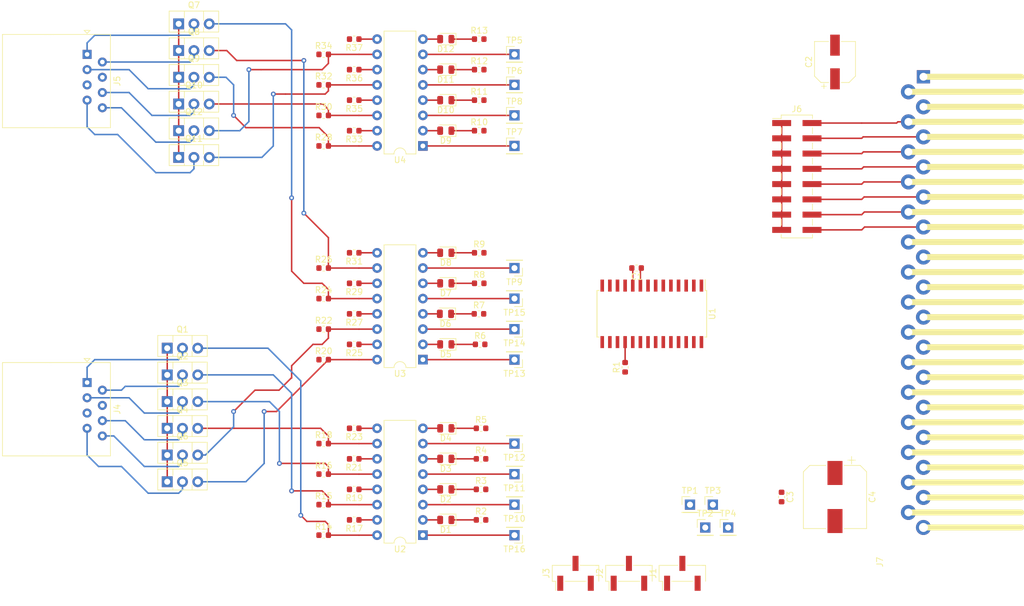
<source format=kicad_pcb>
(kicad_pcb (version 20171130) (host pcbnew 5.0.0-fee4fd1~66~ubuntu16.04.1)

  (general
    (thickness 1.6)
    (drawings 4)
    (tracks 283)
    (zones 0)
    (modules 92)
    (nets 113)
  )

  (page A4)
  (layers
    (0 F.Cu signal)
    (31 B.Cu signal)
    (32 B.Adhes user)
    (33 F.Adhes user)
    (34 B.Paste user)
    (35 F.Paste user)
    (36 B.SilkS user)
    (37 F.SilkS user)
    (38 B.Mask user)
    (39 F.Mask user)
    (40 Dwgs.User user)
    (41 Cmts.User user)
    (42 Eco1.User user)
    (43 Eco2.User user)
    (44 Edge.Cuts user)
    (45 Margin user)
    (46 B.CrtYd user)
    (47 F.CrtYd user)
    (48 B.Fab user)
    (49 F.Fab user)
  )

  (setup
    (last_trace_width 0.25)
    (trace_clearance 0.2)
    (zone_clearance 0.508)
    (zone_45_only no)
    (trace_min 0.2)
    (segment_width 0.2)
    (edge_width 0.15)
    (via_size 0.8)
    (via_drill 0.4)
    (via_min_size 0.4)
    (via_min_drill 0.3)
    (uvia_size 0.3)
    (uvia_drill 0.1)
    (uvias_allowed no)
    (uvia_min_size 0.2)
    (uvia_min_drill 0.1)
    (pcb_text_width 0.3)
    (pcb_text_size 1.5 1.5)
    (mod_edge_width 0.15)
    (mod_text_size 1 1)
    (mod_text_width 0.15)
    (pad_size 1.524 1.524)
    (pad_drill 0.762)
    (pad_to_mask_clearance 0.2)
    (aux_axis_origin 0 0)
    (visible_elements FFFFFF7F)
    (pcbplotparams
      (layerselection 0x010fc_ffffffff)
      (usegerberextensions false)
      (usegerberattributes false)
      (usegerberadvancedattributes false)
      (creategerberjobfile false)
      (excludeedgelayer true)
      (linewidth 0.100000)
      (plotframeref false)
      (viasonmask false)
      (mode 1)
      (useauxorigin false)
      (hpglpennumber 1)
      (hpglpenspeed 20)
      (hpglpendiameter 15.000000)
      (psnegative false)
      (psa4output false)
      (plotreference true)
      (plotvalue true)
      (plotinvisibletext false)
      (padsonsilk false)
      (subtractmaskfromsilk false)
      (outputformat 1)
      (mirror false)
      (drillshape 1)
      (scaleselection 1)
      (outputdirectory ""))
  )

  (net 0 "")
  (net 1 +3V3)
  (net 2 GND)
  (net 3 GNDPWR)
  (net 4 +24V)
  (net 5 "Net-(D1-Pad1)")
  (net 6 "Net-(D1-Pad2)")
  (net 7 "Net-(D2-Pad2)")
  (net 8 "Net-(D2-Pad1)")
  (net 9 "Net-(D3-Pad1)")
  (net 10 "Net-(D3-Pad2)")
  (net 11 "Net-(D4-Pad2)")
  (net 12 "Net-(D4-Pad1)")
  (net 13 "Net-(D5-Pad2)")
  (net 14 "Net-(D5-Pad1)")
  (net 15 "Net-(D6-Pad1)")
  (net 16 "Net-(D6-Pad2)")
  (net 17 "Net-(D7-Pad2)")
  (net 18 "Net-(D7-Pad1)")
  (net 19 "Net-(D8-Pad1)")
  (net 20 "Net-(D8-Pad2)")
  (net 21 "Net-(D9-Pad1)")
  (net 22 "Net-(D9-Pad2)")
  (net 23 "Net-(D10-Pad2)")
  (net 24 "Net-(D10-Pad1)")
  (net 25 "Net-(D11-Pad1)")
  (net 26 "Net-(D11-Pad2)")
  (net 27 "Net-(D12-Pad2)")
  (net 28 "Net-(D12-Pad1)")
  (net 29 "Net-(J1-Pad2)")
  (net 30 "Net-(J2-Pad2)")
  (net 31 "Net-(J3-Pad2)")
  (net 32 "Net-(J4-Pad1)")
  (net 33 "Net-(J4-Pad2)")
  (net 34 "Net-(J4-Pad3)")
  (net 35 "Net-(J4-Pad6)")
  (net 36 "Net-(J4-Pad7)")
  (net 37 "Net-(J4-Pad8)")
  (net 38 "Net-(J5-Pad8)")
  (net 39 "Net-(J5-Pad7)")
  (net 40 "Net-(J5-Pad6)")
  (net 41 "Net-(J5-Pad3)")
  (net 42 "Net-(J5-Pad2)")
  (net 43 "Net-(J5-Pad1)")
  (net 44 MCP_CS)
  (net 45 "Net-(J6-Pad2)")
  (net 46 "Net-(J6-Pad4)")
  (net 47 "Net-(J6-Pad6)")
  (net 48 "Net-(J6-Pad8)")
  (net 49 "Net-(J6-Pad10)")
  (net 50 "Net-(J6-Pad12)")
  (net 51 "Net-(J6-Pad14)")
  (net 52 "Net-(J6-Pad16)")
  (net 53 "Net-(Q1-Pad3)")
  (net 54 "Net-(Q2-Pad3)")
  (net 55 "Net-(Q3-Pad3)")
  (net 56 "Net-(Q4-Pad3)")
  (net 57 "Net-(Q5-Pad3)")
  (net 58 "Net-(Q6-Pad3)")
  (net 59 "Net-(Q7-Pad3)")
  (net 60 "Net-(Q8-Pad3)")
  (net 61 "Net-(Q9-Pad3)")
  (net 62 "Net-(Q10-Pad3)")
  (net 63 "Net-(Q11-Pad3)")
  (net 64 "Net-(Q12-Pad3)")
  (net 65 +5V)
  (net 66 "Net-(R1-Pad2)")
  (net 67 "Net-(R17-Pad1)")
  (net 68 "Net-(R19-Pad1)")
  (net 69 "Net-(R21-Pad1)")
  (net 70 "Net-(R23-Pad1)")
  (net 71 "Net-(R25-Pad1)")
  (net 72 "Net-(R27-Pad1)")
  (net 73 "Net-(R29-Pad1)")
  (net 74 "Net-(R31-Pad1)")
  (net 75 "Net-(R33-Pad1)")
  (net 76 "Net-(R35-Pad1)")
  (net 77 "Net-(R36-Pad1)")
  (net 78 "Net-(R37-Pad1)")
  (net 79 "Net-(TP1-Pad1)")
  (net 80 "Net-(TP2-Pad1)")
  (net 81 "Net-(TP3-Pad1)")
  (net 82 "Net-(TP4-Pad1)")
  (net 83 "Net-(TP5-Pad1)")
  (net 84 "Net-(TP6-Pad1)")
  (net 85 "Net-(TP7-Pad1)")
  (net 86 "Net-(TP8-Pad1)")
  (net 87 "Net-(TP9-Pad1)")
  (net 88 "Net-(TP10-Pad1)")
  (net 89 "Net-(TP11-Pad1)")
  (net 90 "Net-(TP12-Pad1)")
  (net 91 "Net-(TP13-Pad1)")
  (net 92 "Net-(TP14-Pad1)")
  (net 93 "Net-(TP15-Pad1)")
  (net 94 "Net-(TP16-Pad1)")
  (net 95 SCK)
  (net 96 MOSI)
  (net 97 MISO)
  (net 98 "Net-(U1-Pad19)")
  (net 99 "Net-(U1-Pad20)")
  (net 100 "Net-(J7-Pad27)")
  (net 101 "Net-(J7-Pad26)")
  (net 102 "Net-(J7-Pad25)")
  (net 103 "Net-(J7-Pad24)")
  (net 104 "Net-(J7-Pad23)")
  (net 105 "Net-(J7-Pad22)")
  (net 106 "Net-(J7-Pad21)")
  (net 107 "Net-(J7-Pad20)")
  (net 108 "Net-(J7-Pad19)")
  (net 109 "Net-(J7-Pad18)")
  (net 110 "Net-(J7-Pad17)")
  (net 111 "Net-(J7-Pad16)")
  (net 112 "Net-(J7-Pad15)")

  (net_class Default "This is the default net class."
    (clearance 0.2)
    (trace_width 0.25)
    (via_dia 0.8)
    (via_drill 0.4)
    (uvia_dia 0.3)
    (uvia_drill 0.1)
    (add_net +24V)
    (add_net +3V3)
    (add_net +5V)
    (add_net GND)
    (add_net GNDPWR)
    (add_net MCP_CS)
    (add_net MISO)
    (add_net MOSI)
    (add_net "Net-(D1-Pad1)")
    (add_net "Net-(D1-Pad2)")
    (add_net "Net-(D10-Pad1)")
    (add_net "Net-(D10-Pad2)")
    (add_net "Net-(D11-Pad1)")
    (add_net "Net-(D11-Pad2)")
    (add_net "Net-(D12-Pad1)")
    (add_net "Net-(D12-Pad2)")
    (add_net "Net-(D2-Pad1)")
    (add_net "Net-(D2-Pad2)")
    (add_net "Net-(D3-Pad1)")
    (add_net "Net-(D3-Pad2)")
    (add_net "Net-(D4-Pad1)")
    (add_net "Net-(D4-Pad2)")
    (add_net "Net-(D5-Pad1)")
    (add_net "Net-(D5-Pad2)")
    (add_net "Net-(D6-Pad1)")
    (add_net "Net-(D6-Pad2)")
    (add_net "Net-(D7-Pad1)")
    (add_net "Net-(D7-Pad2)")
    (add_net "Net-(D8-Pad1)")
    (add_net "Net-(D8-Pad2)")
    (add_net "Net-(D9-Pad1)")
    (add_net "Net-(D9-Pad2)")
    (add_net "Net-(J1-Pad2)")
    (add_net "Net-(J2-Pad2)")
    (add_net "Net-(J3-Pad2)")
    (add_net "Net-(J4-Pad1)")
    (add_net "Net-(J4-Pad2)")
    (add_net "Net-(J4-Pad3)")
    (add_net "Net-(J4-Pad6)")
    (add_net "Net-(J4-Pad7)")
    (add_net "Net-(J4-Pad8)")
    (add_net "Net-(J5-Pad1)")
    (add_net "Net-(J5-Pad2)")
    (add_net "Net-(J5-Pad3)")
    (add_net "Net-(J5-Pad6)")
    (add_net "Net-(J5-Pad7)")
    (add_net "Net-(J5-Pad8)")
    (add_net "Net-(J6-Pad10)")
    (add_net "Net-(J6-Pad12)")
    (add_net "Net-(J6-Pad14)")
    (add_net "Net-(J6-Pad16)")
    (add_net "Net-(J6-Pad2)")
    (add_net "Net-(J6-Pad4)")
    (add_net "Net-(J6-Pad6)")
    (add_net "Net-(J6-Pad8)")
    (add_net "Net-(J7-Pad15)")
    (add_net "Net-(J7-Pad16)")
    (add_net "Net-(J7-Pad17)")
    (add_net "Net-(J7-Pad18)")
    (add_net "Net-(J7-Pad19)")
    (add_net "Net-(J7-Pad20)")
    (add_net "Net-(J7-Pad21)")
    (add_net "Net-(J7-Pad22)")
    (add_net "Net-(J7-Pad23)")
    (add_net "Net-(J7-Pad24)")
    (add_net "Net-(J7-Pad25)")
    (add_net "Net-(J7-Pad26)")
    (add_net "Net-(J7-Pad27)")
    (add_net "Net-(Q1-Pad3)")
    (add_net "Net-(Q10-Pad3)")
    (add_net "Net-(Q11-Pad3)")
    (add_net "Net-(Q12-Pad3)")
    (add_net "Net-(Q2-Pad3)")
    (add_net "Net-(Q3-Pad3)")
    (add_net "Net-(Q4-Pad3)")
    (add_net "Net-(Q5-Pad3)")
    (add_net "Net-(Q6-Pad3)")
    (add_net "Net-(Q7-Pad3)")
    (add_net "Net-(Q8-Pad3)")
    (add_net "Net-(Q9-Pad3)")
    (add_net "Net-(R1-Pad2)")
    (add_net "Net-(R17-Pad1)")
    (add_net "Net-(R19-Pad1)")
    (add_net "Net-(R21-Pad1)")
    (add_net "Net-(R23-Pad1)")
    (add_net "Net-(R25-Pad1)")
    (add_net "Net-(R27-Pad1)")
    (add_net "Net-(R29-Pad1)")
    (add_net "Net-(R31-Pad1)")
    (add_net "Net-(R33-Pad1)")
    (add_net "Net-(R35-Pad1)")
    (add_net "Net-(R36-Pad1)")
    (add_net "Net-(R37-Pad1)")
    (add_net "Net-(TP1-Pad1)")
    (add_net "Net-(TP10-Pad1)")
    (add_net "Net-(TP11-Pad1)")
    (add_net "Net-(TP12-Pad1)")
    (add_net "Net-(TP13-Pad1)")
    (add_net "Net-(TP14-Pad1)")
    (add_net "Net-(TP15-Pad1)")
    (add_net "Net-(TP16-Pad1)")
    (add_net "Net-(TP2-Pad1)")
    (add_net "Net-(TP3-Pad1)")
    (add_net "Net-(TP4-Pad1)")
    (add_net "Net-(TP5-Pad1)")
    (add_net "Net-(TP6-Pad1)")
    (add_net "Net-(TP7-Pad1)")
    (add_net "Net-(TP8-Pad1)")
    (add_net "Net-(TP9-Pad1)")
    (add_net "Net-(U1-Pad19)")
    (add_net "Net-(U1-Pad20)")
    (add_net SCK)
  )

  (module Resistor_SMD:R_0603_1608Metric (layer F.Cu) (tedit 5B301BBD) (tstamp 5BA675EF)
    (at 173.355 100.33 90)
    (descr "Resistor SMD 0603 (1608 Metric), square (rectangular) end terminal, IPC_7351 nominal, (Body size source: http://www.tortai-tech.com/upload/download/2011102023233369053.pdf), generated with kicad-footprint-generator")
    (tags resistor)
    (path /5BFDF8F4)
    (attr smd)
    (fp_text reference R1 (at 0 -1.43 90) (layer F.SilkS)
      (effects (font (size 1 1) (thickness 0.15)))
    )
    (fp_text value 10k (at 0 1.43 90) (layer F.Fab)
      (effects (font (size 1 1) (thickness 0.15)))
    )
    (fp_line (start -0.8 0.4) (end -0.8 -0.4) (layer F.Fab) (width 0.1))
    (fp_line (start -0.8 -0.4) (end 0.8 -0.4) (layer F.Fab) (width 0.1))
    (fp_line (start 0.8 -0.4) (end 0.8 0.4) (layer F.Fab) (width 0.1))
    (fp_line (start 0.8 0.4) (end -0.8 0.4) (layer F.Fab) (width 0.1))
    (fp_line (start -0.162779 -0.51) (end 0.162779 -0.51) (layer F.SilkS) (width 0.12))
    (fp_line (start -0.162779 0.51) (end 0.162779 0.51) (layer F.SilkS) (width 0.12))
    (fp_line (start -1.48 0.73) (end -1.48 -0.73) (layer F.CrtYd) (width 0.05))
    (fp_line (start -1.48 -0.73) (end 1.48 -0.73) (layer F.CrtYd) (width 0.05))
    (fp_line (start 1.48 -0.73) (end 1.48 0.73) (layer F.CrtYd) (width 0.05))
    (fp_line (start 1.48 0.73) (end -1.48 0.73) (layer F.CrtYd) (width 0.05))
    (fp_text user %R (at 0 0 90) (layer F.Fab)
      (effects (font (size 0.4 0.4) (thickness 0.06)))
    )
    (pad 1 smd roundrect (at -0.7875 0 90) (size 0.875 0.95) (layers F.Cu F.Paste F.Mask) (roundrect_rratio 0.25)
      (net 65 +5V))
    (pad 2 smd roundrect (at 0.7875 0 90) (size 0.875 0.95) (layers F.Cu F.Paste F.Mask) (roundrect_rratio 0.25)
      (net 66 "Net-(R1-Pad2)"))
    (model ${KISYS3DMOD}/Resistor_SMD.3dshapes/R_0603_1608Metric.wrl
      (at (xyz 0 0 0))
      (scale (xyz 1 1 1))
      (rotate (xyz 0 0 0))
    )
  )

  (module Capacitor_SMD:C_0603_1608Metric (layer F.Cu) (tedit 5B301BBE) (tstamp 5BA67212)
    (at 175.26 83.82 180)
    (descr "Capacitor SMD 0603 (1608 Metric), square (rectangular) end terminal, IPC_7351 nominal, (Body size source: http://www.tortai-tech.com/upload/download/2011102023233369053.pdf), generated with kicad-footprint-generator")
    (tags capacitor)
    (path /5CA079CD)
    (attr smd)
    (fp_text reference C1 (at 0 -1.43 180) (layer F.SilkS)
      (effects (font (size 1 1) (thickness 0.15)))
    )
    (fp_text value 100nF (at 0 1.43 180) (layer F.Fab)
      (effects (font (size 1 1) (thickness 0.15)))
    )
    (fp_line (start -0.8 0.4) (end -0.8 -0.4) (layer F.Fab) (width 0.1))
    (fp_line (start -0.8 -0.4) (end 0.8 -0.4) (layer F.Fab) (width 0.1))
    (fp_line (start 0.8 -0.4) (end 0.8 0.4) (layer F.Fab) (width 0.1))
    (fp_line (start 0.8 0.4) (end -0.8 0.4) (layer F.Fab) (width 0.1))
    (fp_line (start -0.162779 -0.51) (end 0.162779 -0.51) (layer F.SilkS) (width 0.12))
    (fp_line (start -0.162779 0.51) (end 0.162779 0.51) (layer F.SilkS) (width 0.12))
    (fp_line (start -1.48 0.73) (end -1.48 -0.73) (layer F.CrtYd) (width 0.05))
    (fp_line (start -1.48 -0.73) (end 1.48 -0.73) (layer F.CrtYd) (width 0.05))
    (fp_line (start 1.48 -0.73) (end 1.48 0.73) (layer F.CrtYd) (width 0.05))
    (fp_line (start 1.48 0.73) (end -1.48 0.73) (layer F.CrtYd) (width 0.05))
    (fp_text user %R (at 0 0 180) (layer F.Fab)
      (effects (font (size 0.4 0.4) (thickness 0.06)))
    )
    (pad 1 smd roundrect (at -0.7875 0 180) (size 0.875 0.95) (layers F.Cu F.Paste F.Mask) (roundrect_rratio 0.25)
      (net 1 +3V3))
    (pad 2 smd roundrect (at 0.7875 0 180) (size 0.875 0.95) (layers F.Cu F.Paste F.Mask) (roundrect_rratio 0.25)
      (net 2 GND))
    (model ${KISYS3DMOD}/Capacitor_SMD.3dshapes/C_0603_1608Metric.wrl
      (at (xyz 0 0 0))
      (scale (xyz 1 1 1))
      (rotate (xyz 0 0 0))
    )
  )

  (module Capacitor_SMD:CP_Elec_6.3x5.2 (layer F.Cu) (tedit 5B3026A2) (tstamp 5BA6723A)
    (at 208.28 49.53 90)
    (descr "SMT capacitor, aluminium electrolytic, 6.3x5.2, United Chemi-Con ")
    (tags "Capacitor Electrolytic")
    (path /5CA07BF6)
    (attr smd)
    (fp_text reference C2 (at 0 -4.35 90) (layer F.SilkS)
      (effects (font (size 1 1) (thickness 0.15)))
    )
    (fp_text value 100µF (at 0 4.35 90) (layer F.Fab)
      (effects (font (size 1 1) (thickness 0.15)))
    )
    (fp_circle (center 0 0) (end 3.15 0) (layer F.Fab) (width 0.1))
    (fp_line (start 3.3 -3.3) (end 3.3 3.3) (layer F.Fab) (width 0.1))
    (fp_line (start -2.3 -3.3) (end 3.3 -3.3) (layer F.Fab) (width 0.1))
    (fp_line (start -2.3 3.3) (end 3.3 3.3) (layer F.Fab) (width 0.1))
    (fp_line (start -3.3 -2.3) (end -3.3 2.3) (layer F.Fab) (width 0.1))
    (fp_line (start -3.3 -2.3) (end -2.3 -3.3) (layer F.Fab) (width 0.1))
    (fp_line (start -3.3 2.3) (end -2.3 3.3) (layer F.Fab) (width 0.1))
    (fp_line (start -2.704838 -1.33) (end -2.074838 -1.33) (layer F.Fab) (width 0.1))
    (fp_line (start -2.389838 -1.645) (end -2.389838 -1.015) (layer F.Fab) (width 0.1))
    (fp_line (start 3.41 3.41) (end 3.41 1.06) (layer F.SilkS) (width 0.12))
    (fp_line (start 3.41 -3.41) (end 3.41 -1.06) (layer F.SilkS) (width 0.12))
    (fp_line (start -2.345563 -3.41) (end 3.41 -3.41) (layer F.SilkS) (width 0.12))
    (fp_line (start -2.345563 3.41) (end 3.41 3.41) (layer F.SilkS) (width 0.12))
    (fp_line (start -3.41 2.345563) (end -3.41 1.06) (layer F.SilkS) (width 0.12))
    (fp_line (start -3.41 -2.345563) (end -3.41 -1.06) (layer F.SilkS) (width 0.12))
    (fp_line (start -3.41 -2.345563) (end -2.345563 -3.41) (layer F.SilkS) (width 0.12))
    (fp_line (start -3.41 2.345563) (end -2.345563 3.41) (layer F.SilkS) (width 0.12))
    (fp_line (start -4.4375 -1.8475) (end -3.65 -1.8475) (layer F.SilkS) (width 0.12))
    (fp_line (start -4.04375 -2.24125) (end -4.04375 -1.45375) (layer F.SilkS) (width 0.12))
    (fp_line (start 3.55 -3.55) (end 3.55 -1.05) (layer F.CrtYd) (width 0.05))
    (fp_line (start 3.55 -1.05) (end 4.8 -1.05) (layer F.CrtYd) (width 0.05))
    (fp_line (start 4.8 -1.05) (end 4.8 1.05) (layer F.CrtYd) (width 0.05))
    (fp_line (start 4.8 1.05) (end 3.55 1.05) (layer F.CrtYd) (width 0.05))
    (fp_line (start 3.55 1.05) (end 3.55 3.55) (layer F.CrtYd) (width 0.05))
    (fp_line (start -2.4 3.55) (end 3.55 3.55) (layer F.CrtYd) (width 0.05))
    (fp_line (start -2.4 -3.55) (end 3.55 -3.55) (layer F.CrtYd) (width 0.05))
    (fp_line (start -3.55 2.4) (end -2.4 3.55) (layer F.CrtYd) (width 0.05))
    (fp_line (start -3.55 -2.4) (end -2.4 -3.55) (layer F.CrtYd) (width 0.05))
    (fp_line (start -3.55 -2.4) (end -3.55 -1.05) (layer F.CrtYd) (width 0.05))
    (fp_line (start -3.55 1.05) (end -3.55 2.4) (layer F.CrtYd) (width 0.05))
    (fp_line (start -3.55 -1.05) (end -4.8 -1.05) (layer F.CrtYd) (width 0.05))
    (fp_line (start -4.8 -1.05) (end -4.8 1.05) (layer F.CrtYd) (width 0.05))
    (fp_line (start -4.8 1.05) (end -3.55 1.05) (layer F.CrtYd) (width 0.05))
    (fp_text user %R (at 0 0 90) (layer F.Fab)
      (effects (font (size 1 1) (thickness 0.15)))
    )
    (pad 1 smd rect (at -2.8 0 90) (size 3.5 1.6) (layers F.Cu F.Paste F.Mask)
      (net 1 +3V3))
    (pad 2 smd rect (at 2.8 0 90) (size 3.5 1.6) (layers F.Cu F.Paste F.Mask)
      (net 2 GND))
    (model ${KISYS3DMOD}/Capacitor_SMD.3dshapes/CP_Elec_6.3x5.2.wrl
      (at (xyz 0 0 0))
      (scale (xyz 1 1 1))
      (rotate (xyz 0 0 0))
    )
  )

  (module Capacitor_SMD:C_0603_1608Metric (layer F.Cu) (tedit 5B301BBE) (tstamp 5BA6724B)
    (at 199.39 121.92 270)
    (descr "Capacitor SMD 0603 (1608 Metric), square (rectangular) end terminal, IPC_7351 nominal, (Body size source: http://www.tortai-tech.com/upload/download/2011102023233369053.pdf), generated with kicad-footprint-generator")
    (tags capacitor)
    (path /5C0C7E69)
    (attr smd)
    (fp_text reference C3 (at 0 -1.43 270) (layer F.SilkS)
      (effects (font (size 1 1) (thickness 0.15)))
    )
    (fp_text value 100nF (at 0 1.43 270) (layer F.Fab)
      (effects (font (size 1 1) (thickness 0.15)))
    )
    (fp_text user %R (at 0 0 270) (layer F.Fab)
      (effects (font (size 0.4 0.4) (thickness 0.06)))
    )
    (fp_line (start 1.48 0.73) (end -1.48 0.73) (layer F.CrtYd) (width 0.05))
    (fp_line (start 1.48 -0.73) (end 1.48 0.73) (layer F.CrtYd) (width 0.05))
    (fp_line (start -1.48 -0.73) (end 1.48 -0.73) (layer F.CrtYd) (width 0.05))
    (fp_line (start -1.48 0.73) (end -1.48 -0.73) (layer F.CrtYd) (width 0.05))
    (fp_line (start -0.162779 0.51) (end 0.162779 0.51) (layer F.SilkS) (width 0.12))
    (fp_line (start -0.162779 -0.51) (end 0.162779 -0.51) (layer F.SilkS) (width 0.12))
    (fp_line (start 0.8 0.4) (end -0.8 0.4) (layer F.Fab) (width 0.1))
    (fp_line (start 0.8 -0.4) (end 0.8 0.4) (layer F.Fab) (width 0.1))
    (fp_line (start -0.8 -0.4) (end 0.8 -0.4) (layer F.Fab) (width 0.1))
    (fp_line (start -0.8 0.4) (end -0.8 -0.4) (layer F.Fab) (width 0.1))
    (pad 2 smd roundrect (at 0.7875 0 270) (size 0.875 0.95) (layers F.Cu F.Paste F.Mask) (roundrect_rratio 0.25)
      (net 3 GNDPWR))
    (pad 1 smd roundrect (at -0.7875 0 270) (size 0.875 0.95) (layers F.Cu F.Paste F.Mask) (roundrect_rratio 0.25)
      (net 4 +24V))
    (model ${KISYS3DMOD}/Capacitor_SMD.3dshapes/C_0603_1608Metric.wrl
      (at (xyz 0 0 0))
      (scale (xyz 1 1 1))
      (rotate (xyz 0 0 0))
    )
  )

  (module Capacitor_SMD:CP_Elec_10x10 (layer F.Cu) (tedit 5A841F9D) (tstamp 5BA67273)
    (at 208.28 121.92 270)
    (descr "SMT capacitor, aluminium electrolytic, 10x10, Nichicon ")
    (tags "Capacitor Electrolytic")
    (path /5C0C76F7)
    (attr smd)
    (fp_text reference C4 (at 0 -6.2 270) (layer F.SilkS)
      (effects (font (size 1 1) (thickness 0.15)))
    )
    (fp_text value 100µF (at 0 6.2 270) (layer F.Fab)
      (effects (font (size 1 1) (thickness 0.15)))
    )
    (fp_circle (center 0 0) (end 5 0) (layer F.Fab) (width 0.1))
    (fp_line (start 5.15 -5.15) (end 5.15 5.15) (layer F.Fab) (width 0.1))
    (fp_line (start -4.15 -5.15) (end 5.15 -5.15) (layer F.Fab) (width 0.1))
    (fp_line (start -4.15 5.15) (end 5.15 5.15) (layer F.Fab) (width 0.1))
    (fp_line (start -5.15 -4.15) (end -5.15 4.15) (layer F.Fab) (width 0.1))
    (fp_line (start -5.15 -4.15) (end -4.15 -5.15) (layer F.Fab) (width 0.1))
    (fp_line (start -5.15 4.15) (end -4.15 5.15) (layer F.Fab) (width 0.1))
    (fp_line (start -4.558325 -1.7) (end -3.558325 -1.7) (layer F.Fab) (width 0.1))
    (fp_line (start -4.058325 -2.2) (end -4.058325 -1.2) (layer F.Fab) (width 0.1))
    (fp_line (start 5.26 5.26) (end 5.26 1.51) (layer F.SilkS) (width 0.12))
    (fp_line (start 5.26 -5.26) (end 5.26 -1.51) (layer F.SilkS) (width 0.12))
    (fp_line (start -4.195563 -5.26) (end 5.26 -5.26) (layer F.SilkS) (width 0.12))
    (fp_line (start -4.195563 5.26) (end 5.26 5.26) (layer F.SilkS) (width 0.12))
    (fp_line (start -5.26 4.195563) (end -5.26 1.51) (layer F.SilkS) (width 0.12))
    (fp_line (start -5.26 -4.195563) (end -5.26 -1.51) (layer F.SilkS) (width 0.12))
    (fp_line (start -5.26 -4.195563) (end -4.195563 -5.26) (layer F.SilkS) (width 0.12))
    (fp_line (start -5.26 4.195563) (end -4.195563 5.26) (layer F.SilkS) (width 0.12))
    (fp_line (start -6.75 -2.76) (end -5.5 -2.76) (layer F.SilkS) (width 0.12))
    (fp_line (start -6.125 -3.385) (end -6.125 -2.135) (layer F.SilkS) (width 0.12))
    (fp_line (start 5.4 -5.4) (end 5.4 -1.5) (layer F.CrtYd) (width 0.05))
    (fp_line (start 5.4 -1.5) (end 6.25 -1.5) (layer F.CrtYd) (width 0.05))
    (fp_line (start 6.25 -1.5) (end 6.25 1.5) (layer F.CrtYd) (width 0.05))
    (fp_line (start 6.25 1.5) (end 5.4 1.5) (layer F.CrtYd) (width 0.05))
    (fp_line (start 5.4 1.5) (end 5.4 5.4) (layer F.CrtYd) (width 0.05))
    (fp_line (start -4.25 5.4) (end 5.4 5.4) (layer F.CrtYd) (width 0.05))
    (fp_line (start -4.25 -5.4) (end 5.4 -5.4) (layer F.CrtYd) (width 0.05))
    (fp_line (start -5.4 4.25) (end -4.25 5.4) (layer F.CrtYd) (width 0.05))
    (fp_line (start -5.4 -4.25) (end -4.25 -5.4) (layer F.CrtYd) (width 0.05))
    (fp_line (start -5.4 -4.25) (end -5.4 -1.5) (layer F.CrtYd) (width 0.05))
    (fp_line (start -5.4 1.5) (end -5.4 4.25) (layer F.CrtYd) (width 0.05))
    (fp_line (start -5.4 -1.5) (end -6.25 -1.5) (layer F.CrtYd) (width 0.05))
    (fp_line (start -6.25 -1.5) (end -6.25 1.5) (layer F.CrtYd) (width 0.05))
    (fp_line (start -6.25 1.5) (end -5.4 1.5) (layer F.CrtYd) (width 0.05))
    (fp_text user %R (at 0 0 270) (layer F.Fab)
      (effects (font (size 1 1) (thickness 0.15)))
    )
    (pad 1 smd rect (at -4 0 270) (size 4 2.5) (layers F.Cu F.Paste F.Mask)
      (net 4 +24V))
    (pad 2 smd rect (at 4 0 270) (size 4 2.5) (layers F.Cu F.Paste F.Mask)
      (net 3 GNDPWR))
    (model ${KISYS3DMOD}/Capacitor_SMD.3dshapes/CP_Elec_10x10.wrl
      (at (xyz 0 0 0))
      (scale (xyz 1 1 1))
      (rotate (xyz 0 0 0))
    )
  )

  (module LED_SMD:LED_0805_2012Metric (layer F.Cu) (tedit 5B36C52C) (tstamp 5BA67286)
    (at 143.51 125.73 180)
    (descr "LED SMD 0805 (2012 Metric), square (rectangular) end terminal, IPC_7351 nominal, (Body size source: https://docs.google.com/spreadsheets/d/1BsfQQcO9C6DZCsRaXUlFlo91Tg2WpOkGARC1WS5S8t0/edit?usp=sharing), generated with kicad-footprint-generator")
    (tags diode)
    (path /5B98D69F)
    (attr smd)
    (fp_text reference D1 (at 0 -1.65 180) (layer F.SilkS)
      (effects (font (size 1 1) (thickness 0.15)))
    )
    (fp_text value LED (at 0 1.65 180) (layer F.Fab)
      (effects (font (size 1 1) (thickness 0.15)))
    )
    (fp_line (start 1 -0.6) (end -0.7 -0.6) (layer F.Fab) (width 0.1))
    (fp_line (start -0.7 -0.6) (end -1 -0.3) (layer F.Fab) (width 0.1))
    (fp_line (start -1 -0.3) (end -1 0.6) (layer F.Fab) (width 0.1))
    (fp_line (start -1 0.6) (end 1 0.6) (layer F.Fab) (width 0.1))
    (fp_line (start 1 0.6) (end 1 -0.6) (layer F.Fab) (width 0.1))
    (fp_line (start 1 -0.96) (end -1.685 -0.96) (layer F.SilkS) (width 0.12))
    (fp_line (start -1.685 -0.96) (end -1.685 0.96) (layer F.SilkS) (width 0.12))
    (fp_line (start -1.685 0.96) (end 1 0.96) (layer F.SilkS) (width 0.12))
    (fp_line (start -1.68 0.95) (end -1.68 -0.95) (layer F.CrtYd) (width 0.05))
    (fp_line (start -1.68 -0.95) (end 1.68 -0.95) (layer F.CrtYd) (width 0.05))
    (fp_line (start 1.68 -0.95) (end 1.68 0.95) (layer F.CrtYd) (width 0.05))
    (fp_line (start 1.68 0.95) (end -1.68 0.95) (layer F.CrtYd) (width 0.05))
    (fp_text user %R (at 0 0 180) (layer F.Fab)
      (effects (font (size 0.5 0.5) (thickness 0.08)))
    )
    (pad 1 smd roundrect (at -0.9375 0 180) (size 0.975 1.4) (layers F.Cu F.Paste F.Mask) (roundrect_rratio 0.25)
      (net 5 "Net-(D1-Pad1)"))
    (pad 2 smd roundrect (at 0.9375 0 180) (size 0.975 1.4) (layers F.Cu F.Paste F.Mask) (roundrect_rratio 0.25)
      (net 6 "Net-(D1-Pad2)"))
    (model ${KISYS3DMOD}/LED_SMD.3dshapes/LED_0805_2012Metric.wrl
      (at (xyz 0 0 0))
      (scale (xyz 1 1 1))
      (rotate (xyz 0 0 0))
    )
  )

  (module LED_SMD:LED_0805_2012Metric (layer F.Cu) (tedit 5B36C52C) (tstamp 5BA67299)
    (at 143.51 120.65 180)
    (descr "LED SMD 0805 (2012 Metric), square (rectangular) end terminal, IPC_7351 nominal, (Body size source: https://docs.google.com/spreadsheets/d/1BsfQQcO9C6DZCsRaXUlFlo91Tg2WpOkGARC1WS5S8t0/edit?usp=sharing), generated with kicad-footprint-generator")
    (tags diode)
    (path /5B98D6A5)
    (attr smd)
    (fp_text reference D2 (at 0 -1.65 180) (layer F.SilkS)
      (effects (font (size 1 1) (thickness 0.15)))
    )
    (fp_text value LED (at 0 1.65 180) (layer F.Fab)
      (effects (font (size 1 1) (thickness 0.15)))
    )
    (fp_text user %R (at 0 0 180) (layer F.Fab)
      (effects (font (size 0.5 0.5) (thickness 0.08)))
    )
    (fp_line (start 1.68 0.95) (end -1.68 0.95) (layer F.CrtYd) (width 0.05))
    (fp_line (start 1.68 -0.95) (end 1.68 0.95) (layer F.CrtYd) (width 0.05))
    (fp_line (start -1.68 -0.95) (end 1.68 -0.95) (layer F.CrtYd) (width 0.05))
    (fp_line (start -1.68 0.95) (end -1.68 -0.95) (layer F.CrtYd) (width 0.05))
    (fp_line (start -1.685 0.96) (end 1 0.96) (layer F.SilkS) (width 0.12))
    (fp_line (start -1.685 -0.96) (end -1.685 0.96) (layer F.SilkS) (width 0.12))
    (fp_line (start 1 -0.96) (end -1.685 -0.96) (layer F.SilkS) (width 0.12))
    (fp_line (start 1 0.6) (end 1 -0.6) (layer F.Fab) (width 0.1))
    (fp_line (start -1 0.6) (end 1 0.6) (layer F.Fab) (width 0.1))
    (fp_line (start -1 -0.3) (end -1 0.6) (layer F.Fab) (width 0.1))
    (fp_line (start -0.7 -0.6) (end -1 -0.3) (layer F.Fab) (width 0.1))
    (fp_line (start 1 -0.6) (end -0.7 -0.6) (layer F.Fab) (width 0.1))
    (pad 2 smd roundrect (at 0.9375 0 180) (size 0.975 1.4) (layers F.Cu F.Paste F.Mask) (roundrect_rratio 0.25)
      (net 7 "Net-(D2-Pad2)"))
    (pad 1 smd roundrect (at -0.9375 0 180) (size 0.975 1.4) (layers F.Cu F.Paste F.Mask) (roundrect_rratio 0.25)
      (net 8 "Net-(D2-Pad1)"))
    (model ${KISYS3DMOD}/LED_SMD.3dshapes/LED_0805_2012Metric.wrl
      (at (xyz 0 0 0))
      (scale (xyz 1 1 1))
      (rotate (xyz 0 0 0))
    )
  )

  (module LED_SMD:LED_0805_2012Metric (layer F.Cu) (tedit 5B36C52C) (tstamp 5BA672AC)
    (at 143.51 115.57 180)
    (descr "LED SMD 0805 (2012 Metric), square (rectangular) end terminal, IPC_7351 nominal, (Body size source: https://docs.google.com/spreadsheets/d/1BsfQQcO9C6DZCsRaXUlFlo91Tg2WpOkGARC1WS5S8t0/edit?usp=sharing), generated with kicad-footprint-generator")
    (tags diode)
    (path /5B98D6AB)
    (attr smd)
    (fp_text reference D3 (at 0 -1.65 180) (layer F.SilkS)
      (effects (font (size 1 1) (thickness 0.15)))
    )
    (fp_text value LED (at 0 1.65 180) (layer F.Fab)
      (effects (font (size 1 1) (thickness 0.15)))
    )
    (fp_line (start 1 -0.6) (end -0.7 -0.6) (layer F.Fab) (width 0.1))
    (fp_line (start -0.7 -0.6) (end -1 -0.3) (layer F.Fab) (width 0.1))
    (fp_line (start -1 -0.3) (end -1 0.6) (layer F.Fab) (width 0.1))
    (fp_line (start -1 0.6) (end 1 0.6) (layer F.Fab) (width 0.1))
    (fp_line (start 1 0.6) (end 1 -0.6) (layer F.Fab) (width 0.1))
    (fp_line (start 1 -0.96) (end -1.685 -0.96) (layer F.SilkS) (width 0.12))
    (fp_line (start -1.685 -0.96) (end -1.685 0.96) (layer F.SilkS) (width 0.12))
    (fp_line (start -1.685 0.96) (end 1 0.96) (layer F.SilkS) (width 0.12))
    (fp_line (start -1.68 0.95) (end -1.68 -0.95) (layer F.CrtYd) (width 0.05))
    (fp_line (start -1.68 -0.95) (end 1.68 -0.95) (layer F.CrtYd) (width 0.05))
    (fp_line (start 1.68 -0.95) (end 1.68 0.95) (layer F.CrtYd) (width 0.05))
    (fp_line (start 1.68 0.95) (end -1.68 0.95) (layer F.CrtYd) (width 0.05))
    (fp_text user %R (at 0 0 180) (layer F.Fab)
      (effects (font (size 0.5 0.5) (thickness 0.08)))
    )
    (pad 1 smd roundrect (at -0.9375 0 180) (size 0.975 1.4) (layers F.Cu F.Paste F.Mask) (roundrect_rratio 0.25)
      (net 9 "Net-(D3-Pad1)"))
    (pad 2 smd roundrect (at 0.9375 0 180) (size 0.975 1.4) (layers F.Cu F.Paste F.Mask) (roundrect_rratio 0.25)
      (net 10 "Net-(D3-Pad2)"))
    (model ${KISYS3DMOD}/LED_SMD.3dshapes/LED_0805_2012Metric.wrl
      (at (xyz 0 0 0))
      (scale (xyz 1 1 1))
      (rotate (xyz 0 0 0))
    )
  )

  (module LED_SMD:LED_0805_2012Metric (layer F.Cu) (tedit 5B36C52C) (tstamp 5BA672BF)
    (at 143.51 110.49 180)
    (descr "LED SMD 0805 (2012 Metric), square (rectangular) end terminal, IPC_7351 nominal, (Body size source: https://docs.google.com/spreadsheets/d/1BsfQQcO9C6DZCsRaXUlFlo91Tg2WpOkGARC1WS5S8t0/edit?usp=sharing), generated with kicad-footprint-generator")
    (tags diode)
    (path /5B98D6B1)
    (attr smd)
    (fp_text reference D4 (at 0 -1.65 180) (layer F.SilkS)
      (effects (font (size 1 1) (thickness 0.15)))
    )
    (fp_text value LED (at 0 1.65 180) (layer F.Fab)
      (effects (font (size 1 1) (thickness 0.15)))
    )
    (fp_text user %R (at 0 0 180) (layer F.Fab)
      (effects (font (size 0.5 0.5) (thickness 0.08)))
    )
    (fp_line (start 1.68 0.95) (end -1.68 0.95) (layer F.CrtYd) (width 0.05))
    (fp_line (start 1.68 -0.95) (end 1.68 0.95) (layer F.CrtYd) (width 0.05))
    (fp_line (start -1.68 -0.95) (end 1.68 -0.95) (layer F.CrtYd) (width 0.05))
    (fp_line (start -1.68 0.95) (end -1.68 -0.95) (layer F.CrtYd) (width 0.05))
    (fp_line (start -1.685 0.96) (end 1 0.96) (layer F.SilkS) (width 0.12))
    (fp_line (start -1.685 -0.96) (end -1.685 0.96) (layer F.SilkS) (width 0.12))
    (fp_line (start 1 -0.96) (end -1.685 -0.96) (layer F.SilkS) (width 0.12))
    (fp_line (start 1 0.6) (end 1 -0.6) (layer F.Fab) (width 0.1))
    (fp_line (start -1 0.6) (end 1 0.6) (layer F.Fab) (width 0.1))
    (fp_line (start -1 -0.3) (end -1 0.6) (layer F.Fab) (width 0.1))
    (fp_line (start -0.7 -0.6) (end -1 -0.3) (layer F.Fab) (width 0.1))
    (fp_line (start 1 -0.6) (end -0.7 -0.6) (layer F.Fab) (width 0.1))
    (pad 2 smd roundrect (at 0.9375 0 180) (size 0.975 1.4) (layers F.Cu F.Paste F.Mask) (roundrect_rratio 0.25)
      (net 11 "Net-(D4-Pad2)"))
    (pad 1 smd roundrect (at -0.9375 0 180) (size 0.975 1.4) (layers F.Cu F.Paste F.Mask) (roundrect_rratio 0.25)
      (net 12 "Net-(D4-Pad1)"))
    (model ${KISYS3DMOD}/LED_SMD.3dshapes/LED_0805_2012Metric.wrl
      (at (xyz 0 0 0))
      (scale (xyz 1 1 1))
      (rotate (xyz 0 0 0))
    )
  )

  (module LED_SMD:LED_0805_2012Metric (layer F.Cu) (tedit 5B36C52C) (tstamp 5BA672D2)
    (at 143.51 96.52 180)
    (descr "LED SMD 0805 (2012 Metric), square (rectangular) end terminal, IPC_7351 nominal, (Body size source: https://docs.google.com/spreadsheets/d/1BsfQQcO9C6DZCsRaXUlFlo91Tg2WpOkGARC1WS5S8t0/edit?usp=sharing), generated with kicad-footprint-generator")
    (tags diode)
    (path /5B9871BF)
    (attr smd)
    (fp_text reference D5 (at 0 -1.65 180) (layer F.SilkS)
      (effects (font (size 1 1) (thickness 0.15)))
    )
    (fp_text value LED (at 0 1.65 180) (layer F.Fab)
      (effects (font (size 1 1) (thickness 0.15)))
    )
    (fp_text user %R (at 0 0 180) (layer F.Fab)
      (effects (font (size 0.5 0.5) (thickness 0.08)))
    )
    (fp_line (start 1.68 0.95) (end -1.68 0.95) (layer F.CrtYd) (width 0.05))
    (fp_line (start 1.68 -0.95) (end 1.68 0.95) (layer F.CrtYd) (width 0.05))
    (fp_line (start -1.68 -0.95) (end 1.68 -0.95) (layer F.CrtYd) (width 0.05))
    (fp_line (start -1.68 0.95) (end -1.68 -0.95) (layer F.CrtYd) (width 0.05))
    (fp_line (start -1.685 0.96) (end 1 0.96) (layer F.SilkS) (width 0.12))
    (fp_line (start -1.685 -0.96) (end -1.685 0.96) (layer F.SilkS) (width 0.12))
    (fp_line (start 1 -0.96) (end -1.685 -0.96) (layer F.SilkS) (width 0.12))
    (fp_line (start 1 0.6) (end 1 -0.6) (layer F.Fab) (width 0.1))
    (fp_line (start -1 0.6) (end 1 0.6) (layer F.Fab) (width 0.1))
    (fp_line (start -1 -0.3) (end -1 0.6) (layer F.Fab) (width 0.1))
    (fp_line (start -0.7 -0.6) (end -1 -0.3) (layer F.Fab) (width 0.1))
    (fp_line (start 1 -0.6) (end -0.7 -0.6) (layer F.Fab) (width 0.1))
    (pad 2 smd roundrect (at 0.9375 0 180) (size 0.975 1.4) (layers F.Cu F.Paste F.Mask) (roundrect_rratio 0.25)
      (net 13 "Net-(D5-Pad2)"))
    (pad 1 smd roundrect (at -0.9375 0 180) (size 0.975 1.4) (layers F.Cu F.Paste F.Mask) (roundrect_rratio 0.25)
      (net 14 "Net-(D5-Pad1)"))
    (model ${KISYS3DMOD}/LED_SMD.3dshapes/LED_0805_2012Metric.wrl
      (at (xyz 0 0 0))
      (scale (xyz 1 1 1))
      (rotate (xyz 0 0 0))
    )
  )

  (module LED_SMD:LED_0805_2012Metric (layer F.Cu) (tedit 5B36C52C) (tstamp 5BA672E5)
    (at 143.457498 91.44 180)
    (descr "LED SMD 0805 (2012 Metric), square (rectangular) end terminal, IPC_7351 nominal, (Body size source: https://docs.google.com/spreadsheets/d/1BsfQQcO9C6DZCsRaXUlFlo91Tg2WpOkGARC1WS5S8t0/edit?usp=sharing), generated with kicad-footprint-generator")
    (tags diode)
    (path /5B987245)
    (attr smd)
    (fp_text reference D6 (at 0 -1.65 180) (layer F.SilkS)
      (effects (font (size 1 1) (thickness 0.15)))
    )
    (fp_text value LED (at 0 1.65 180) (layer F.Fab)
      (effects (font (size 1 1) (thickness 0.15)))
    )
    (fp_line (start 1 -0.6) (end -0.7 -0.6) (layer F.Fab) (width 0.1))
    (fp_line (start -0.7 -0.6) (end -1 -0.3) (layer F.Fab) (width 0.1))
    (fp_line (start -1 -0.3) (end -1 0.6) (layer F.Fab) (width 0.1))
    (fp_line (start -1 0.6) (end 1 0.6) (layer F.Fab) (width 0.1))
    (fp_line (start 1 0.6) (end 1 -0.6) (layer F.Fab) (width 0.1))
    (fp_line (start 1 -0.96) (end -1.685 -0.96) (layer F.SilkS) (width 0.12))
    (fp_line (start -1.685 -0.96) (end -1.685 0.96) (layer F.SilkS) (width 0.12))
    (fp_line (start -1.685 0.96) (end 1 0.96) (layer F.SilkS) (width 0.12))
    (fp_line (start -1.68 0.95) (end -1.68 -0.95) (layer F.CrtYd) (width 0.05))
    (fp_line (start -1.68 -0.95) (end 1.68 -0.95) (layer F.CrtYd) (width 0.05))
    (fp_line (start 1.68 -0.95) (end 1.68 0.95) (layer F.CrtYd) (width 0.05))
    (fp_line (start 1.68 0.95) (end -1.68 0.95) (layer F.CrtYd) (width 0.05))
    (fp_text user %R (at 0 0 180) (layer F.Fab)
      (effects (font (size 0.5 0.5) (thickness 0.08)))
    )
    (pad 1 smd roundrect (at -0.9375 0 180) (size 0.975 1.4) (layers F.Cu F.Paste F.Mask) (roundrect_rratio 0.25)
      (net 15 "Net-(D6-Pad1)"))
    (pad 2 smd roundrect (at 0.9375 0 180) (size 0.975 1.4) (layers F.Cu F.Paste F.Mask) (roundrect_rratio 0.25)
      (net 16 "Net-(D6-Pad2)"))
    (model ${KISYS3DMOD}/LED_SMD.3dshapes/LED_0805_2012Metric.wrl
      (at (xyz 0 0 0))
      (scale (xyz 1 1 1))
      (rotate (xyz 0 0 0))
    )
  )

  (module LED_SMD:LED_0805_2012Metric (layer F.Cu) (tedit 5B36C52C) (tstamp 5BA672F8)
    (at 143.51 86.36 180)
    (descr "LED SMD 0805 (2012 Metric), square (rectangular) end terminal, IPC_7351 nominal, (Body size source: https://docs.google.com/spreadsheets/d/1BsfQQcO9C6DZCsRaXUlFlo91Tg2WpOkGARC1WS5S8t0/edit?usp=sharing), generated with kicad-footprint-generator")
    (tags diode)
    (path /5B9872A3)
    (attr smd)
    (fp_text reference D7 (at 0 -1.65 180) (layer F.SilkS)
      (effects (font (size 1 1) (thickness 0.15)))
    )
    (fp_text value LED (at 0 1.65 180) (layer F.Fab)
      (effects (font (size 1 1) (thickness 0.15)))
    )
    (fp_text user %R (at 0 0 180) (layer F.Fab)
      (effects (font (size 0.5 0.5) (thickness 0.08)))
    )
    (fp_line (start 1.68 0.95) (end -1.68 0.95) (layer F.CrtYd) (width 0.05))
    (fp_line (start 1.68 -0.95) (end 1.68 0.95) (layer F.CrtYd) (width 0.05))
    (fp_line (start -1.68 -0.95) (end 1.68 -0.95) (layer F.CrtYd) (width 0.05))
    (fp_line (start -1.68 0.95) (end -1.68 -0.95) (layer F.CrtYd) (width 0.05))
    (fp_line (start -1.685 0.96) (end 1 0.96) (layer F.SilkS) (width 0.12))
    (fp_line (start -1.685 -0.96) (end -1.685 0.96) (layer F.SilkS) (width 0.12))
    (fp_line (start 1 -0.96) (end -1.685 -0.96) (layer F.SilkS) (width 0.12))
    (fp_line (start 1 0.6) (end 1 -0.6) (layer F.Fab) (width 0.1))
    (fp_line (start -1 0.6) (end 1 0.6) (layer F.Fab) (width 0.1))
    (fp_line (start -1 -0.3) (end -1 0.6) (layer F.Fab) (width 0.1))
    (fp_line (start -0.7 -0.6) (end -1 -0.3) (layer F.Fab) (width 0.1))
    (fp_line (start 1 -0.6) (end -0.7 -0.6) (layer F.Fab) (width 0.1))
    (pad 2 smd roundrect (at 0.9375 0 180) (size 0.975 1.4) (layers F.Cu F.Paste F.Mask) (roundrect_rratio 0.25)
      (net 17 "Net-(D7-Pad2)"))
    (pad 1 smd roundrect (at -0.9375 0 180) (size 0.975 1.4) (layers F.Cu F.Paste F.Mask) (roundrect_rratio 0.25)
      (net 18 "Net-(D7-Pad1)"))
    (model ${KISYS3DMOD}/LED_SMD.3dshapes/LED_0805_2012Metric.wrl
      (at (xyz 0 0 0))
      (scale (xyz 1 1 1))
      (rotate (xyz 0 0 0))
    )
  )

  (module LED_SMD:LED_0805_2012Metric (layer F.Cu) (tedit 5B36C52C) (tstamp 5BA6730B)
    (at 143.51 81.28 180)
    (descr "LED SMD 0805 (2012 Metric), square (rectangular) end terminal, IPC_7351 nominal, (Body size source: https://docs.google.com/spreadsheets/d/1BsfQQcO9C6DZCsRaXUlFlo91Tg2WpOkGARC1WS5S8t0/edit?usp=sharing), generated with kicad-footprint-generator")
    (tags diode)
    (path /5B987307)
    (attr smd)
    (fp_text reference D8 (at 0 -1.65 180) (layer F.SilkS)
      (effects (font (size 1 1) (thickness 0.15)))
    )
    (fp_text value LED (at 0 1.65 180) (layer F.Fab)
      (effects (font (size 1 1) (thickness 0.15)))
    )
    (fp_line (start 1 -0.6) (end -0.7 -0.6) (layer F.Fab) (width 0.1))
    (fp_line (start -0.7 -0.6) (end -1 -0.3) (layer F.Fab) (width 0.1))
    (fp_line (start -1 -0.3) (end -1 0.6) (layer F.Fab) (width 0.1))
    (fp_line (start -1 0.6) (end 1 0.6) (layer F.Fab) (width 0.1))
    (fp_line (start 1 0.6) (end 1 -0.6) (layer F.Fab) (width 0.1))
    (fp_line (start 1 -0.96) (end -1.685 -0.96) (layer F.SilkS) (width 0.12))
    (fp_line (start -1.685 -0.96) (end -1.685 0.96) (layer F.SilkS) (width 0.12))
    (fp_line (start -1.685 0.96) (end 1 0.96) (layer F.SilkS) (width 0.12))
    (fp_line (start -1.68 0.95) (end -1.68 -0.95) (layer F.CrtYd) (width 0.05))
    (fp_line (start -1.68 -0.95) (end 1.68 -0.95) (layer F.CrtYd) (width 0.05))
    (fp_line (start 1.68 -0.95) (end 1.68 0.95) (layer F.CrtYd) (width 0.05))
    (fp_line (start 1.68 0.95) (end -1.68 0.95) (layer F.CrtYd) (width 0.05))
    (fp_text user %R (at 0 0 180) (layer F.Fab)
      (effects (font (size 0.5 0.5) (thickness 0.08)))
    )
    (pad 1 smd roundrect (at -0.9375 0 180) (size 0.975 1.4) (layers F.Cu F.Paste F.Mask) (roundrect_rratio 0.25)
      (net 19 "Net-(D8-Pad1)"))
    (pad 2 smd roundrect (at 0.9375 0 180) (size 0.975 1.4) (layers F.Cu F.Paste F.Mask) (roundrect_rratio 0.25)
      (net 20 "Net-(D8-Pad2)"))
    (model ${KISYS3DMOD}/LED_SMD.3dshapes/LED_0805_2012Metric.wrl
      (at (xyz 0 0 0))
      (scale (xyz 1 1 1))
      (rotate (xyz 0 0 0))
    )
  )

  (module LED_SMD:LED_0805_2012Metric (layer F.Cu) (tedit 5B36C52C) (tstamp 5BA6731E)
    (at 143.51 60.96 180)
    (descr "LED SMD 0805 (2012 Metric), square (rectangular) end terminal, IPC_7351 nominal, (Body size source: https://docs.google.com/spreadsheets/d/1BsfQQcO9C6DZCsRaXUlFlo91Tg2WpOkGARC1WS5S8t0/edit?usp=sharing), generated with kicad-footprint-generator")
    (tags diode)
    (path /5B9937BB)
    (attr smd)
    (fp_text reference D9 (at 0 -1.65 180) (layer F.SilkS)
      (effects (font (size 1 1) (thickness 0.15)))
    )
    (fp_text value LED (at 0 1.65 180) (layer F.Fab)
      (effects (font (size 1 1) (thickness 0.15)))
    )
    (fp_line (start 1 -0.6) (end -0.7 -0.6) (layer F.Fab) (width 0.1))
    (fp_line (start -0.7 -0.6) (end -1 -0.3) (layer F.Fab) (width 0.1))
    (fp_line (start -1 -0.3) (end -1 0.6) (layer F.Fab) (width 0.1))
    (fp_line (start -1 0.6) (end 1 0.6) (layer F.Fab) (width 0.1))
    (fp_line (start 1 0.6) (end 1 -0.6) (layer F.Fab) (width 0.1))
    (fp_line (start 1 -0.96) (end -1.685 -0.96) (layer F.SilkS) (width 0.12))
    (fp_line (start -1.685 -0.96) (end -1.685 0.96) (layer F.SilkS) (width 0.12))
    (fp_line (start -1.685 0.96) (end 1 0.96) (layer F.SilkS) (width 0.12))
    (fp_line (start -1.68 0.95) (end -1.68 -0.95) (layer F.CrtYd) (width 0.05))
    (fp_line (start -1.68 -0.95) (end 1.68 -0.95) (layer F.CrtYd) (width 0.05))
    (fp_line (start 1.68 -0.95) (end 1.68 0.95) (layer F.CrtYd) (width 0.05))
    (fp_line (start 1.68 0.95) (end -1.68 0.95) (layer F.CrtYd) (width 0.05))
    (fp_text user %R (at 0 0 180) (layer F.Fab)
      (effects (font (size 0.5 0.5) (thickness 0.08)))
    )
    (pad 1 smd roundrect (at -0.9375 0 180) (size 0.975 1.4) (layers F.Cu F.Paste F.Mask) (roundrect_rratio 0.25)
      (net 21 "Net-(D9-Pad1)"))
    (pad 2 smd roundrect (at 0.9375 0 180) (size 0.975 1.4) (layers F.Cu F.Paste F.Mask) (roundrect_rratio 0.25)
      (net 22 "Net-(D9-Pad2)"))
    (model ${KISYS3DMOD}/LED_SMD.3dshapes/LED_0805_2012Metric.wrl
      (at (xyz 0 0 0))
      (scale (xyz 1 1 1))
      (rotate (xyz 0 0 0))
    )
  )

  (module LED_SMD:LED_0805_2012Metric (layer F.Cu) (tedit 5B36C52C) (tstamp 5BA67331)
    (at 143.51 55.88 180)
    (descr "LED SMD 0805 (2012 Metric), square (rectangular) end terminal, IPC_7351 nominal, (Body size source: https://docs.google.com/spreadsheets/d/1BsfQQcO9C6DZCsRaXUlFlo91Tg2WpOkGARC1WS5S8t0/edit?usp=sharing), generated with kicad-footprint-generator")
    (tags diode)
    (path /5B9937C1)
    (attr smd)
    (fp_text reference D10 (at 0 -1.65 180) (layer F.SilkS)
      (effects (font (size 1 1) (thickness 0.15)))
    )
    (fp_text value LED (at 0 1.65 180) (layer F.Fab)
      (effects (font (size 1 1) (thickness 0.15)))
    )
    (fp_text user %R (at 0 0 180) (layer F.Fab)
      (effects (font (size 0.5 0.5) (thickness 0.08)))
    )
    (fp_line (start 1.68 0.95) (end -1.68 0.95) (layer F.CrtYd) (width 0.05))
    (fp_line (start 1.68 -0.95) (end 1.68 0.95) (layer F.CrtYd) (width 0.05))
    (fp_line (start -1.68 -0.95) (end 1.68 -0.95) (layer F.CrtYd) (width 0.05))
    (fp_line (start -1.68 0.95) (end -1.68 -0.95) (layer F.CrtYd) (width 0.05))
    (fp_line (start -1.685 0.96) (end 1 0.96) (layer F.SilkS) (width 0.12))
    (fp_line (start -1.685 -0.96) (end -1.685 0.96) (layer F.SilkS) (width 0.12))
    (fp_line (start 1 -0.96) (end -1.685 -0.96) (layer F.SilkS) (width 0.12))
    (fp_line (start 1 0.6) (end 1 -0.6) (layer F.Fab) (width 0.1))
    (fp_line (start -1 0.6) (end 1 0.6) (layer F.Fab) (width 0.1))
    (fp_line (start -1 -0.3) (end -1 0.6) (layer F.Fab) (width 0.1))
    (fp_line (start -0.7 -0.6) (end -1 -0.3) (layer F.Fab) (width 0.1))
    (fp_line (start 1 -0.6) (end -0.7 -0.6) (layer F.Fab) (width 0.1))
    (pad 2 smd roundrect (at 0.9375 0 180) (size 0.975 1.4) (layers F.Cu F.Paste F.Mask) (roundrect_rratio 0.25)
      (net 23 "Net-(D10-Pad2)"))
    (pad 1 smd roundrect (at -0.9375 0 180) (size 0.975 1.4) (layers F.Cu F.Paste F.Mask) (roundrect_rratio 0.25)
      (net 24 "Net-(D10-Pad1)"))
    (model ${KISYS3DMOD}/LED_SMD.3dshapes/LED_0805_2012Metric.wrl
      (at (xyz 0 0 0))
      (scale (xyz 1 1 1))
      (rotate (xyz 0 0 0))
    )
  )

  (module LED_SMD:LED_0805_2012Metric (layer F.Cu) (tedit 5B36C52C) (tstamp 5BA67344)
    (at 143.51 50.8 180)
    (descr "LED SMD 0805 (2012 Metric), square (rectangular) end terminal, IPC_7351 nominal, (Body size source: https://docs.google.com/spreadsheets/d/1BsfQQcO9C6DZCsRaXUlFlo91Tg2WpOkGARC1WS5S8t0/edit?usp=sharing), generated with kicad-footprint-generator")
    (tags diode)
    (path /5B9937C7)
    (attr smd)
    (fp_text reference D11 (at 0 -1.65 180) (layer F.SilkS)
      (effects (font (size 1 1) (thickness 0.15)))
    )
    (fp_text value LED (at 0 1.65 180) (layer F.Fab)
      (effects (font (size 1 1) (thickness 0.15)))
    )
    (fp_line (start 1 -0.6) (end -0.7 -0.6) (layer F.Fab) (width 0.1))
    (fp_line (start -0.7 -0.6) (end -1 -0.3) (layer F.Fab) (width 0.1))
    (fp_line (start -1 -0.3) (end -1 0.6) (layer F.Fab) (width 0.1))
    (fp_line (start -1 0.6) (end 1 0.6) (layer F.Fab) (width 0.1))
    (fp_line (start 1 0.6) (end 1 -0.6) (layer F.Fab) (width 0.1))
    (fp_line (start 1 -0.96) (end -1.685 -0.96) (layer F.SilkS) (width 0.12))
    (fp_line (start -1.685 -0.96) (end -1.685 0.96) (layer F.SilkS) (width 0.12))
    (fp_line (start -1.685 0.96) (end 1 0.96) (layer F.SilkS) (width 0.12))
    (fp_line (start -1.68 0.95) (end -1.68 -0.95) (layer F.CrtYd) (width 0.05))
    (fp_line (start -1.68 -0.95) (end 1.68 -0.95) (layer F.CrtYd) (width 0.05))
    (fp_line (start 1.68 -0.95) (end 1.68 0.95) (layer F.CrtYd) (width 0.05))
    (fp_line (start 1.68 0.95) (end -1.68 0.95) (layer F.CrtYd) (width 0.05))
    (fp_text user %R (at 0 0 180) (layer F.Fab)
      (effects (font (size 0.5 0.5) (thickness 0.08)))
    )
    (pad 1 smd roundrect (at -0.9375 0 180) (size 0.975 1.4) (layers F.Cu F.Paste F.Mask) (roundrect_rratio 0.25)
      (net 25 "Net-(D11-Pad1)"))
    (pad 2 smd roundrect (at 0.9375 0 180) (size 0.975 1.4) (layers F.Cu F.Paste F.Mask) (roundrect_rratio 0.25)
      (net 26 "Net-(D11-Pad2)"))
    (model ${KISYS3DMOD}/LED_SMD.3dshapes/LED_0805_2012Metric.wrl
      (at (xyz 0 0 0))
      (scale (xyz 1 1 1))
      (rotate (xyz 0 0 0))
    )
  )

  (module LED_SMD:LED_0805_2012Metric (layer F.Cu) (tedit 5B36C52C) (tstamp 5BA67357)
    (at 143.51 45.72 180)
    (descr "LED SMD 0805 (2012 Metric), square (rectangular) end terminal, IPC_7351 nominal, (Body size source: https://docs.google.com/spreadsheets/d/1BsfQQcO9C6DZCsRaXUlFlo91Tg2WpOkGARC1WS5S8t0/edit?usp=sharing), generated with kicad-footprint-generator")
    (tags diode)
    (path /5B9937CD)
    (attr smd)
    (fp_text reference D12 (at 0 -1.65 180) (layer F.SilkS)
      (effects (font (size 1 1) (thickness 0.15)))
    )
    (fp_text value LED (at 0 1.65 180) (layer F.Fab)
      (effects (font (size 1 1) (thickness 0.15)))
    )
    (fp_text user %R (at 0 0 180) (layer F.Fab)
      (effects (font (size 0.5 0.5) (thickness 0.08)))
    )
    (fp_line (start 1.68 0.95) (end -1.68 0.95) (layer F.CrtYd) (width 0.05))
    (fp_line (start 1.68 -0.95) (end 1.68 0.95) (layer F.CrtYd) (width 0.05))
    (fp_line (start -1.68 -0.95) (end 1.68 -0.95) (layer F.CrtYd) (width 0.05))
    (fp_line (start -1.68 0.95) (end -1.68 -0.95) (layer F.CrtYd) (width 0.05))
    (fp_line (start -1.685 0.96) (end 1 0.96) (layer F.SilkS) (width 0.12))
    (fp_line (start -1.685 -0.96) (end -1.685 0.96) (layer F.SilkS) (width 0.12))
    (fp_line (start 1 -0.96) (end -1.685 -0.96) (layer F.SilkS) (width 0.12))
    (fp_line (start 1 0.6) (end 1 -0.6) (layer F.Fab) (width 0.1))
    (fp_line (start -1 0.6) (end 1 0.6) (layer F.Fab) (width 0.1))
    (fp_line (start -1 -0.3) (end -1 0.6) (layer F.Fab) (width 0.1))
    (fp_line (start -0.7 -0.6) (end -1 -0.3) (layer F.Fab) (width 0.1))
    (fp_line (start 1 -0.6) (end -0.7 -0.6) (layer F.Fab) (width 0.1))
    (pad 2 smd roundrect (at 0.9375 0 180) (size 0.975 1.4) (layers F.Cu F.Paste F.Mask) (roundrect_rratio 0.25)
      (net 27 "Net-(D12-Pad2)"))
    (pad 1 smd roundrect (at -0.9375 0 180) (size 0.975 1.4) (layers F.Cu F.Paste F.Mask) (roundrect_rratio 0.25)
      (net 28 "Net-(D12-Pad1)"))
    (model ${KISYS3DMOD}/LED_SMD.3dshapes/LED_0805_2012Metric.wrl
      (at (xyz 0 0 0))
      (scale (xyz 1 1 1))
      (rotate (xyz 0 0 0))
    )
  )

  (module Connector_PinHeader_2.54mm:PinHeader_1x03_P2.54mm_Vertical_SMD_Pin1Left (layer F.Cu) (tedit 59FED5CC) (tstamp 5BA67379)
    (at 182.88 134.62 90)
    (descr "surface-mounted straight pin header, 1x03, 2.54mm pitch, single row, style 1 (pin 1 left)")
    (tags "Surface mounted pin header SMD 1x03 2.54mm single row style1 pin1 left")
    (path /5C938F53)
    (attr smd)
    (fp_text reference J1 (at 0 -4.87 90) (layer F.SilkS)
      (effects (font (size 1 1) (thickness 0.15)))
    )
    (fp_text value ADDR2 (at 0 4.87 90) (layer F.Fab)
      (effects (font (size 1 1) (thickness 0.15)))
    )
    (fp_line (start 1.27 3.81) (end -1.27 3.81) (layer F.Fab) (width 0.1))
    (fp_line (start -0.32 -3.81) (end 1.27 -3.81) (layer F.Fab) (width 0.1))
    (fp_line (start -1.27 3.81) (end -1.27 -2.86) (layer F.Fab) (width 0.1))
    (fp_line (start -1.27 -2.86) (end -0.32 -3.81) (layer F.Fab) (width 0.1))
    (fp_line (start 1.27 -3.81) (end 1.27 3.81) (layer F.Fab) (width 0.1))
    (fp_line (start -1.27 -2.86) (end -2.54 -2.86) (layer F.Fab) (width 0.1))
    (fp_line (start -2.54 -2.86) (end -2.54 -2.22) (layer F.Fab) (width 0.1))
    (fp_line (start -2.54 -2.22) (end -1.27 -2.22) (layer F.Fab) (width 0.1))
    (fp_line (start -1.27 2.22) (end -2.54 2.22) (layer F.Fab) (width 0.1))
    (fp_line (start -2.54 2.22) (end -2.54 2.86) (layer F.Fab) (width 0.1))
    (fp_line (start -2.54 2.86) (end -1.27 2.86) (layer F.Fab) (width 0.1))
    (fp_line (start 1.27 -0.32) (end 2.54 -0.32) (layer F.Fab) (width 0.1))
    (fp_line (start 2.54 -0.32) (end 2.54 0.32) (layer F.Fab) (width 0.1))
    (fp_line (start 2.54 0.32) (end 1.27 0.32) (layer F.Fab) (width 0.1))
    (fp_line (start -1.33 -3.87) (end 1.33 -3.87) (layer F.SilkS) (width 0.12))
    (fp_line (start -1.33 3.87) (end 1.33 3.87) (layer F.SilkS) (width 0.12))
    (fp_line (start 1.33 -3.87) (end 1.33 -0.76) (layer F.SilkS) (width 0.12))
    (fp_line (start -1.33 -3.3) (end -2.85 -3.3) (layer F.SilkS) (width 0.12))
    (fp_line (start -1.33 -3.87) (end -1.33 -3.3) (layer F.SilkS) (width 0.12))
    (fp_line (start 1.33 3.3) (end 1.33 3.87) (layer F.SilkS) (width 0.12))
    (fp_line (start 1.33 0.76) (end 1.33 3.87) (layer F.SilkS) (width 0.12))
    (fp_line (start -1.33 -1.78) (end -1.33 1.78) (layer F.SilkS) (width 0.12))
    (fp_line (start -3.45 -4.35) (end -3.45 4.35) (layer F.CrtYd) (width 0.05))
    (fp_line (start -3.45 4.35) (end 3.45 4.35) (layer F.CrtYd) (width 0.05))
    (fp_line (start 3.45 4.35) (end 3.45 -4.35) (layer F.CrtYd) (width 0.05))
    (fp_line (start 3.45 -4.35) (end -3.45 -4.35) (layer F.CrtYd) (width 0.05))
    (fp_text user %R (at 0 0 180) (layer F.Fab)
      (effects (font (size 1 1) (thickness 0.15)))
    )
    (pad 1 smd rect (at -1.655 -2.54 90) (size 2.51 1) (layers F.Cu F.Paste F.Mask)
      (net 1 +3V3))
    (pad 3 smd rect (at -1.655 2.54 90) (size 2.51 1) (layers F.Cu F.Paste F.Mask)
      (net 2 GND))
    (pad 2 smd rect (at 1.655 0 90) (size 2.51 1) (layers F.Cu F.Paste F.Mask)
      (net 29 "Net-(J1-Pad2)"))
    (model ${KISYS3DMOD}/Connector_PinHeader_2.54mm.3dshapes/PinHeader_1x03_P2.54mm_Vertical_SMD_Pin1Left.wrl
      (at (xyz 0 0 0))
      (scale (xyz 1 1 1))
      (rotate (xyz 0 0 0))
    )
  )

  (module Connector_PinHeader_2.54mm:PinHeader_1x03_P2.54mm_Vertical_SMD_Pin1Left (layer F.Cu) (tedit 59FED5CC) (tstamp 5BA6739B)
    (at 173.99 134.62 90)
    (descr "surface-mounted straight pin header, 1x03, 2.54mm pitch, single row, style 1 (pin 1 left)")
    (tags "Surface mounted pin header SMD 1x03 2.54mm single row style1 pin1 left")
    (path /5C93924C)
    (attr smd)
    (fp_text reference J2 (at 0 -4.87 90) (layer F.SilkS)
      (effects (font (size 1 1) (thickness 0.15)))
    )
    (fp_text value ADDR1 (at 0 4.87 90) (layer F.Fab)
      (effects (font (size 1 1) (thickness 0.15)))
    )
    (fp_text user %R (at 0 0 180) (layer F.Fab)
      (effects (font (size 1 1) (thickness 0.15)))
    )
    (fp_line (start 3.45 -4.35) (end -3.45 -4.35) (layer F.CrtYd) (width 0.05))
    (fp_line (start 3.45 4.35) (end 3.45 -4.35) (layer F.CrtYd) (width 0.05))
    (fp_line (start -3.45 4.35) (end 3.45 4.35) (layer F.CrtYd) (width 0.05))
    (fp_line (start -3.45 -4.35) (end -3.45 4.35) (layer F.CrtYd) (width 0.05))
    (fp_line (start -1.33 -1.78) (end -1.33 1.78) (layer F.SilkS) (width 0.12))
    (fp_line (start 1.33 0.76) (end 1.33 3.87) (layer F.SilkS) (width 0.12))
    (fp_line (start 1.33 3.3) (end 1.33 3.87) (layer F.SilkS) (width 0.12))
    (fp_line (start -1.33 -3.87) (end -1.33 -3.3) (layer F.SilkS) (width 0.12))
    (fp_line (start -1.33 -3.3) (end -2.85 -3.3) (layer F.SilkS) (width 0.12))
    (fp_line (start 1.33 -3.87) (end 1.33 -0.76) (layer F.SilkS) (width 0.12))
    (fp_line (start -1.33 3.87) (end 1.33 3.87) (layer F.SilkS) (width 0.12))
    (fp_line (start -1.33 -3.87) (end 1.33 -3.87) (layer F.SilkS) (width 0.12))
    (fp_line (start 2.54 0.32) (end 1.27 0.32) (layer F.Fab) (width 0.1))
    (fp_line (start 2.54 -0.32) (end 2.54 0.32) (layer F.Fab) (width 0.1))
    (fp_line (start 1.27 -0.32) (end 2.54 -0.32) (layer F.Fab) (width 0.1))
    (fp_line (start -2.54 2.86) (end -1.27 2.86) (layer F.Fab) (width 0.1))
    (fp_line (start -2.54 2.22) (end -2.54 2.86) (layer F.Fab) (width 0.1))
    (fp_line (start -1.27 2.22) (end -2.54 2.22) (layer F.Fab) (width 0.1))
    (fp_line (start -2.54 -2.22) (end -1.27 -2.22) (layer F.Fab) (width 0.1))
    (fp_line (start -2.54 -2.86) (end -2.54 -2.22) (layer F.Fab) (width 0.1))
    (fp_line (start -1.27 -2.86) (end -2.54 -2.86) (layer F.Fab) (width 0.1))
    (fp_line (start 1.27 -3.81) (end 1.27 3.81) (layer F.Fab) (width 0.1))
    (fp_line (start -1.27 -2.86) (end -0.32 -3.81) (layer F.Fab) (width 0.1))
    (fp_line (start -1.27 3.81) (end -1.27 -2.86) (layer F.Fab) (width 0.1))
    (fp_line (start -0.32 -3.81) (end 1.27 -3.81) (layer F.Fab) (width 0.1))
    (fp_line (start 1.27 3.81) (end -1.27 3.81) (layer F.Fab) (width 0.1))
    (pad 2 smd rect (at 1.655 0 90) (size 2.51 1) (layers F.Cu F.Paste F.Mask)
      (net 30 "Net-(J2-Pad2)"))
    (pad 3 smd rect (at -1.655 2.54 90) (size 2.51 1) (layers F.Cu F.Paste F.Mask)
      (net 2 GND))
    (pad 1 smd rect (at -1.655 -2.54 90) (size 2.51 1) (layers F.Cu F.Paste F.Mask)
      (net 1 +3V3))
    (model ${KISYS3DMOD}/Connector_PinHeader_2.54mm.3dshapes/PinHeader_1x03_P2.54mm_Vertical_SMD_Pin1Left.wrl
      (at (xyz 0 0 0))
      (scale (xyz 1 1 1))
      (rotate (xyz 0 0 0))
    )
  )

  (module Connector_PinHeader_2.54mm:PinHeader_1x03_P2.54mm_Vertical_SMD_Pin1Left (layer F.Cu) (tedit 59FED5CC) (tstamp 5BA673BD)
    (at 165.1 134.62 90)
    (descr "surface-mounted straight pin header, 1x03, 2.54mm pitch, single row, style 1 (pin 1 left)")
    (tags "Surface mounted pin header SMD 1x03 2.54mm single row style1 pin1 left")
    (path /5C9392FE)
    (attr smd)
    (fp_text reference J3 (at 0 -4.87 90) (layer F.SilkS)
      (effects (font (size 1 1) (thickness 0.15)))
    )
    (fp_text value ADDR0 (at 0 4.87 90) (layer F.Fab)
      (effects (font (size 1 1) (thickness 0.15)))
    )
    (fp_line (start 1.27 3.81) (end -1.27 3.81) (layer F.Fab) (width 0.1))
    (fp_line (start -0.32 -3.81) (end 1.27 -3.81) (layer F.Fab) (width 0.1))
    (fp_line (start -1.27 3.81) (end -1.27 -2.86) (layer F.Fab) (width 0.1))
    (fp_line (start -1.27 -2.86) (end -0.32 -3.81) (layer F.Fab) (width 0.1))
    (fp_line (start 1.27 -3.81) (end 1.27 3.81) (layer F.Fab) (width 0.1))
    (fp_line (start -1.27 -2.86) (end -2.54 -2.86) (layer F.Fab) (width 0.1))
    (fp_line (start -2.54 -2.86) (end -2.54 -2.22) (layer F.Fab) (width 0.1))
    (fp_line (start -2.54 -2.22) (end -1.27 -2.22) (layer F.Fab) (width 0.1))
    (fp_line (start -1.27 2.22) (end -2.54 2.22) (layer F.Fab) (width 0.1))
    (fp_line (start -2.54 2.22) (end -2.54 2.86) (layer F.Fab) (width 0.1))
    (fp_line (start -2.54 2.86) (end -1.27 2.86) (layer F.Fab) (width 0.1))
    (fp_line (start 1.27 -0.32) (end 2.54 -0.32) (layer F.Fab) (width 0.1))
    (fp_line (start 2.54 -0.32) (end 2.54 0.32) (layer F.Fab) (width 0.1))
    (fp_line (start 2.54 0.32) (end 1.27 0.32) (layer F.Fab) (width 0.1))
    (fp_line (start -1.33 -3.87) (end 1.33 -3.87) (layer F.SilkS) (width 0.12))
    (fp_line (start -1.33 3.87) (end 1.33 3.87) (layer F.SilkS) (width 0.12))
    (fp_line (start 1.33 -3.87) (end 1.33 -0.76) (layer F.SilkS) (width 0.12))
    (fp_line (start -1.33 -3.3) (end -2.85 -3.3) (layer F.SilkS) (width 0.12))
    (fp_line (start -1.33 -3.87) (end -1.33 -3.3) (layer F.SilkS) (width 0.12))
    (fp_line (start 1.33 3.3) (end 1.33 3.87) (layer F.SilkS) (width 0.12))
    (fp_line (start 1.33 0.76) (end 1.33 3.87) (layer F.SilkS) (width 0.12))
    (fp_line (start -1.33 -1.78) (end -1.33 1.78) (layer F.SilkS) (width 0.12))
    (fp_line (start -3.45 -4.35) (end -3.45 4.35) (layer F.CrtYd) (width 0.05))
    (fp_line (start -3.45 4.35) (end 3.45 4.35) (layer F.CrtYd) (width 0.05))
    (fp_line (start 3.45 4.35) (end 3.45 -4.35) (layer F.CrtYd) (width 0.05))
    (fp_line (start 3.45 -4.35) (end -3.45 -4.35) (layer F.CrtYd) (width 0.05))
    (fp_text user %R (at 0 0 180) (layer F.Fab)
      (effects (font (size 1 1) (thickness 0.15)))
    )
    (pad 1 smd rect (at -1.655 -2.54 90) (size 2.51 1) (layers F.Cu F.Paste F.Mask)
      (net 1 +3V3))
    (pad 3 smd rect (at -1.655 2.54 90) (size 2.51 1) (layers F.Cu F.Paste F.Mask)
      (net 2 GND))
    (pad 2 smd rect (at 1.655 0 90) (size 2.51 1) (layers F.Cu F.Paste F.Mask)
      (net 31 "Net-(J3-Pad2)"))
    (model ${KISYS3DMOD}/Connector_PinHeader_2.54mm.3dshapes/PinHeader_1x03_P2.54mm_Vertical_SMD_Pin1Left.wrl
      (at (xyz 0 0 0))
      (scale (xyz 1 1 1))
      (rotate (xyz 0 0 0))
    )
  )

  (module Connector_RJ:RJ45_Amphenol_54602-x08_Horizontal (layer F.Cu) (tedit 5B103613) (tstamp 5BA673DC)
    (at 83.82 102.87 270)
    (descr "8 Pol Shallow Latch Connector, Modjack, RJ45 (https://cdn.amphenol-icc.com/media/wysiwyg/files/drawing/c-bmj-0102.pdf)")
    (tags RJ45)
    (path /5B72E546)
    (fp_text reference J4 (at 4.445 -5 270) (layer F.SilkS)
      (effects (font (size 1 1) (thickness 0.15)))
    )
    (fp_text value 8P8C (at 4.445 4 270) (layer F.Fab)
      (effects (font (size 1 1) (thickness 0.15)))
    )
    (fp_text user %R (at 4.445 2 270) (layer F.Fab)
      (effects (font (size 1 1) (thickness 0.15)))
    )
    (fp_line (start -4 0.5) (end -3.5 0) (layer F.SilkS) (width 0.12))
    (fp_line (start -4 -0.5) (end -4 0.5) (layer F.SilkS) (width 0.12))
    (fp_line (start -3.5 0) (end -4 -0.5) (layer F.SilkS) (width 0.12))
    (fp_line (start -3.205 13.97) (end -3.205 -2.77) (layer F.Fab) (width 0.12))
    (fp_line (start 12.095 13.97) (end -3.205 13.97) (layer F.Fab) (width 0.12))
    (fp_line (start 12.095 -3.77) (end 12.095 13.97) (layer F.Fab) (width 0.12))
    (fp_line (start -2.205 -3.77) (end 12.095 -3.77) (layer F.Fab) (width 0.12))
    (fp_line (start -3.205 -2.77) (end -2.205 -3.77) (layer F.Fab) (width 0.12))
    (fp_line (start -3.315 14.08) (end 12.205 14.08) (layer F.SilkS) (width 0.12))
    (fp_line (start 12.205 -3.88) (end 12.205 14.08) (layer F.SilkS) (width 0.12))
    (fp_line (start 12.205 -3.88) (end -3.315 -3.88) (layer F.SilkS) (width 0.12))
    (fp_line (start -3.315 -3.88) (end -3.315 14.08) (layer F.SilkS) (width 0.12))
    (fp_line (start -3.71 -4.27) (end 12.6 -4.27) (layer F.CrtYd) (width 0.05))
    (fp_line (start -3.71 -4.27) (end -3.71 14.47) (layer F.CrtYd) (width 0.05))
    (fp_line (start 12.6 14.47) (end 12.6 -4.27) (layer F.CrtYd) (width 0.05))
    (fp_line (start 12.6 14.47) (end -3.71 14.47) (layer F.CrtYd) (width 0.05))
    (pad "" np_thru_hole circle (at 10.16 6.35 270) (size 3.2 3.2) (drill 3.2) (layers *.Cu *.Mask))
    (pad "" np_thru_hole circle (at -1.27 6.35 270) (size 3.2 3.2) (drill 3.2) (layers *.Cu *.Mask))
    (pad 1 thru_hole rect (at 0 0 270) (size 1.5 1.5) (drill 0.76) (layers *.Cu *.Mask)
      (net 32 "Net-(J4-Pad1)"))
    (pad 2 thru_hole circle (at 1.27 -2.54 270) (size 1.5 1.5) (drill 0.76) (layers *.Cu *.Mask)
      (net 33 "Net-(J4-Pad2)"))
    (pad 3 thru_hole circle (at 2.54 0 270) (size 1.5 1.5) (drill 0.76) (layers *.Cu *.Mask)
      (net 34 "Net-(J4-Pad3)"))
    (pad 4 thru_hole circle (at 3.81 -2.54 270) (size 1.5 1.5) (drill 0.76) (layers *.Cu *.Mask)
      (net 3 GNDPWR))
    (pad 5 thru_hole circle (at 5.08 0 270) (size 1.5 1.5) (drill 0.76) (layers *.Cu *.Mask)
      (net 3 GNDPWR))
    (pad 6 thru_hole circle (at 6.35 -2.54 270) (size 1.5 1.5) (drill 0.76) (layers *.Cu *.Mask)
      (net 35 "Net-(J4-Pad6)"))
    (pad 7 thru_hole circle (at 7.62 0 270) (size 1.5 1.5) (drill 0.76) (layers *.Cu *.Mask)
      (net 36 "Net-(J4-Pad7)"))
    (pad 8 thru_hole circle (at 8.89 -2.54 270) (size 1.5 1.5) (drill 0.76) (layers *.Cu *.Mask)
      (net 37 "Net-(J4-Pad8)"))
    (model ${KISYS3DMOD}/Connector_RJ.3dshapes/RJ45_Amphenol_54602-x08_Horizontal.wrl
      (at (xyz 0 0 0))
      (scale (xyz 1 1 1))
      (rotate (xyz 0 0 0))
    )
  )

  (module Connector_RJ:RJ45_Amphenol_54602-x08_Horizontal (layer F.Cu) (tedit 5B103613) (tstamp 5BA673FB)
    (at 83.82 48.26 270)
    (descr "8 Pol Shallow Latch Connector, Modjack, RJ45 (https://cdn.amphenol-icc.com/media/wysiwyg/files/drawing/c-bmj-0102.pdf)")
    (tags RJ45)
    (path /5B742CE5)
    (fp_text reference J5 (at 4.445 -5 270) (layer F.SilkS)
      (effects (font (size 1 1) (thickness 0.15)))
    )
    (fp_text value 8P8C (at 4.445 4 270) (layer F.Fab)
      (effects (font (size 1 1) (thickness 0.15)))
    )
    (fp_line (start 12.6 14.47) (end -3.71 14.47) (layer F.CrtYd) (width 0.05))
    (fp_line (start 12.6 14.47) (end 12.6 -4.27) (layer F.CrtYd) (width 0.05))
    (fp_line (start -3.71 -4.27) (end -3.71 14.47) (layer F.CrtYd) (width 0.05))
    (fp_line (start -3.71 -4.27) (end 12.6 -4.27) (layer F.CrtYd) (width 0.05))
    (fp_line (start -3.315 -3.88) (end -3.315 14.08) (layer F.SilkS) (width 0.12))
    (fp_line (start 12.205 -3.88) (end -3.315 -3.88) (layer F.SilkS) (width 0.12))
    (fp_line (start 12.205 -3.88) (end 12.205 14.08) (layer F.SilkS) (width 0.12))
    (fp_line (start -3.315 14.08) (end 12.205 14.08) (layer F.SilkS) (width 0.12))
    (fp_line (start -3.205 -2.77) (end -2.205 -3.77) (layer F.Fab) (width 0.12))
    (fp_line (start -2.205 -3.77) (end 12.095 -3.77) (layer F.Fab) (width 0.12))
    (fp_line (start 12.095 -3.77) (end 12.095 13.97) (layer F.Fab) (width 0.12))
    (fp_line (start 12.095 13.97) (end -3.205 13.97) (layer F.Fab) (width 0.12))
    (fp_line (start -3.205 13.97) (end -3.205 -2.77) (layer F.Fab) (width 0.12))
    (fp_line (start -3.5 0) (end -4 -0.5) (layer F.SilkS) (width 0.12))
    (fp_line (start -4 -0.5) (end -4 0.5) (layer F.SilkS) (width 0.12))
    (fp_line (start -4 0.5) (end -3.5 0) (layer F.SilkS) (width 0.12))
    (fp_text user %R (at 4.445 2 270) (layer F.Fab)
      (effects (font (size 1 1) (thickness 0.15)))
    )
    (pad 8 thru_hole circle (at 8.89 -2.54 270) (size 1.5 1.5) (drill 0.76) (layers *.Cu *.Mask)
      (net 38 "Net-(J5-Pad8)"))
    (pad 7 thru_hole circle (at 7.62 0 270) (size 1.5 1.5) (drill 0.76) (layers *.Cu *.Mask)
      (net 39 "Net-(J5-Pad7)"))
    (pad 6 thru_hole circle (at 6.35 -2.54 270) (size 1.5 1.5) (drill 0.76) (layers *.Cu *.Mask)
      (net 40 "Net-(J5-Pad6)"))
    (pad 5 thru_hole circle (at 5.08 0 270) (size 1.5 1.5) (drill 0.76) (layers *.Cu *.Mask)
      (net 3 GNDPWR))
    (pad 4 thru_hole circle (at 3.81 -2.54 270) (size 1.5 1.5) (drill 0.76) (layers *.Cu *.Mask)
      (net 3 GNDPWR))
    (pad 3 thru_hole circle (at 2.54 0 270) (size 1.5 1.5) (drill 0.76) (layers *.Cu *.Mask)
      (net 41 "Net-(J5-Pad3)"))
    (pad 2 thru_hole circle (at 1.27 -2.54 270) (size 1.5 1.5) (drill 0.76) (layers *.Cu *.Mask)
      (net 42 "Net-(J5-Pad2)"))
    (pad 1 thru_hole rect (at 0 0 270) (size 1.5 1.5) (drill 0.76) (layers *.Cu *.Mask)
      (net 43 "Net-(J5-Pad1)"))
    (pad "" np_thru_hole circle (at -1.27 6.35 270) (size 3.2 3.2) (drill 3.2) (layers *.Cu *.Mask))
    (pad "" np_thru_hole circle (at 10.16 6.35 270) (size 3.2 3.2) (drill 3.2) (layers *.Cu *.Mask))
    (model ${KISYS3DMOD}/Connector_RJ.3dshapes/RJ45_Amphenol_54602-x08_Horizontal.wrl
      (at (xyz 0 0 0))
      (scale (xyz 1 1 1))
      (rotate (xyz 0 0 0))
    )
  )

  (module Connector_PinHeader_2.54mm:PinHeader_2x08_P2.54mm_Vertical_SMD (layer F.Cu) (tedit 59FED5CC) (tstamp 5BA6745E)
    (at 201.93 68.58)
    (descr "surface-mounted straight pin header, 2x08, 2.54mm pitch, double rows")
    (tags "Surface mounted pin header SMD 2x08 2.54mm double row")
    (path /5C251F2C)
    (attr smd)
    (fp_text reference J6 (at 0 -11.22) (layer F.SilkS)
      (effects (font (size 1 1) (thickness 0.15)))
    )
    (fp_text value Conn_02x08_Odd_Even (at 0 11.22) (layer F.Fab)
      (effects (font (size 1 1) (thickness 0.15)))
    )
    (fp_line (start 2.54 10.16) (end -2.54 10.16) (layer F.Fab) (width 0.1))
    (fp_line (start -1.59 -10.16) (end 2.54 -10.16) (layer F.Fab) (width 0.1))
    (fp_line (start -2.54 10.16) (end -2.54 -9.21) (layer F.Fab) (width 0.1))
    (fp_line (start -2.54 -9.21) (end -1.59 -10.16) (layer F.Fab) (width 0.1))
    (fp_line (start 2.54 -10.16) (end 2.54 10.16) (layer F.Fab) (width 0.1))
    (fp_line (start -2.54 -9.21) (end -3.6 -9.21) (layer F.Fab) (width 0.1))
    (fp_line (start -3.6 -9.21) (end -3.6 -8.57) (layer F.Fab) (width 0.1))
    (fp_line (start -3.6 -8.57) (end -2.54 -8.57) (layer F.Fab) (width 0.1))
    (fp_line (start 2.54 -9.21) (end 3.6 -9.21) (layer F.Fab) (width 0.1))
    (fp_line (start 3.6 -9.21) (end 3.6 -8.57) (layer F.Fab) (width 0.1))
    (fp_line (start 3.6 -8.57) (end 2.54 -8.57) (layer F.Fab) (width 0.1))
    (fp_line (start -2.54 -6.67) (end -3.6 -6.67) (layer F.Fab) (width 0.1))
    (fp_line (start -3.6 -6.67) (end -3.6 -6.03) (layer F.Fab) (width 0.1))
    (fp_line (start -3.6 -6.03) (end -2.54 -6.03) (layer F.Fab) (width 0.1))
    (fp_line (start 2.54 -6.67) (end 3.6 -6.67) (layer F.Fab) (width 0.1))
    (fp_line (start 3.6 -6.67) (end 3.6 -6.03) (layer F.Fab) (width 0.1))
    (fp_line (start 3.6 -6.03) (end 2.54 -6.03) (layer F.Fab) (width 0.1))
    (fp_line (start -2.54 -4.13) (end -3.6 -4.13) (layer F.Fab) (width 0.1))
    (fp_line (start -3.6 -4.13) (end -3.6 -3.49) (layer F.Fab) (width 0.1))
    (fp_line (start -3.6 -3.49) (end -2.54 -3.49) (layer F.Fab) (width 0.1))
    (fp_line (start 2.54 -4.13) (end 3.6 -4.13) (layer F.Fab) (width 0.1))
    (fp_line (start 3.6 -4.13) (end 3.6 -3.49) (layer F.Fab) (width 0.1))
    (fp_line (start 3.6 -3.49) (end 2.54 -3.49) (layer F.Fab) (width 0.1))
    (fp_line (start -2.54 -1.59) (end -3.6 -1.59) (layer F.Fab) (width 0.1))
    (fp_line (start -3.6 -1.59) (end -3.6 -0.95) (layer F.Fab) (width 0.1))
    (fp_line (start -3.6 -0.95) (end -2.54 -0.95) (layer F.Fab) (width 0.1))
    (fp_line (start 2.54 -1.59) (end 3.6 -1.59) (layer F.Fab) (width 0.1))
    (fp_line (start 3.6 -1.59) (end 3.6 -0.95) (layer F.Fab) (width 0.1))
    (fp_line (start 3.6 -0.95) (end 2.54 -0.95) (layer F.Fab) (width 0.1))
    (fp_line (start -2.54 0.95) (end -3.6 0.95) (layer F.Fab) (width 0.1))
    (fp_line (start -3.6 0.95) (end -3.6 1.59) (layer F.Fab) (width 0.1))
    (fp_line (start -3.6 1.59) (end -2.54 1.59) (layer F.Fab) (width 0.1))
    (fp_line (start 2.54 0.95) (end 3.6 0.95) (layer F.Fab) (width 0.1))
    (fp_line (start 3.6 0.95) (end 3.6 1.59) (layer F.Fab) (width 0.1))
    (fp_line (start 3.6 1.59) (end 2.54 1.59) (layer F.Fab) (width 0.1))
    (fp_line (start -2.54 3.49) (end -3.6 3.49) (layer F.Fab) (width 0.1))
    (fp_line (start -3.6 3.49) (end -3.6 4.13) (layer F.Fab) (width 0.1))
    (fp_line (start -3.6 4.13) (end -2.54 4.13) (layer F.Fab) (width 0.1))
    (fp_line (start 2.54 3.49) (end 3.6 3.49) (layer F.Fab) (width 0.1))
    (fp_line (start 3.6 3.49) (end 3.6 4.13) (layer F.Fab) (width 0.1))
    (fp_line (start 3.6 4.13) (end 2.54 4.13) (layer F.Fab) (width 0.1))
    (fp_line (start -2.54 6.03) (end -3.6 6.03) (layer F.Fab) (width 0.1))
    (fp_line (start -3.6 6.03) (end -3.6 6.67) (layer F.Fab) (width 0.1))
    (fp_line (start -3.6 6.67) (end -2.54 6.67) (layer F.Fab) (width 0.1))
    (fp_line (start 2.54 6.03) (end 3.6 6.03) (layer F.Fab) (width 0.1))
    (fp_line (start 3.6 6.03) (end 3.6 6.67) (layer F.Fab) (width 0.1))
    (fp_line (start 3.6 6.67) (end 2.54 6.67) (layer F.Fab) (width 0.1))
    (fp_line (start -2.54 8.57) (end -3.6 8.57) (layer F.Fab) (width 0.1))
    (fp_line (start -3.6 8.57) (end -3.6 9.21) (layer F.Fab) (width 0.1))
    (fp_line (start -3.6 9.21) (end -2.54 9.21) (layer F.Fab) (width 0.1))
    (fp_line (start 2.54 8.57) (end 3.6 8.57) (layer F.Fab) (width 0.1))
    (fp_line (start 3.6 8.57) (end 3.6 9.21) (layer F.Fab) (width 0.1))
    (fp_line (start 3.6 9.21) (end 2.54 9.21) (layer F.Fab) (width 0.1))
    (fp_line (start -2.6 -10.22) (end 2.6 -10.22) (layer F.SilkS) (width 0.12))
    (fp_line (start -2.6 10.22) (end 2.6 10.22) (layer F.SilkS) (width 0.12))
    (fp_line (start -4.04 -9.65) (end -2.6 -9.65) (layer F.SilkS) (width 0.12))
    (fp_line (start -2.6 -10.22) (end -2.6 -9.65) (layer F.SilkS) (width 0.12))
    (fp_line (start 2.6 -10.22) (end 2.6 -9.65) (layer F.SilkS) (width 0.12))
    (fp_line (start -2.6 9.65) (end -2.6 10.22) (layer F.SilkS) (width 0.12))
    (fp_line (start 2.6 9.65) (end 2.6 10.22) (layer F.SilkS) (width 0.12))
    (fp_line (start -2.6 -8.13) (end -2.6 -7.11) (layer F.SilkS) (width 0.12))
    (fp_line (start 2.6 -8.13) (end 2.6 -7.11) (layer F.SilkS) (width 0.12))
    (fp_line (start -2.6 -5.59) (end -2.6 -4.57) (layer F.SilkS) (width 0.12))
    (fp_line (start 2.6 -5.59) (end 2.6 -4.57) (layer F.SilkS) (width 0.12))
    (fp_line (start -2.6 -3.05) (end -2.6 -2.03) (layer F.SilkS) (width 0.12))
    (fp_line (start 2.6 -3.05) (end 2.6 -2.03) (layer F.SilkS) (width 0.12))
    (fp_line (start -2.6 -0.51) (end -2.6 0.51) (layer F.SilkS) (width 0.12))
    (fp_line (start 2.6 -0.51) (end 2.6 0.51) (layer F.SilkS) (width 0.12))
    (fp_line (start -2.6 2.03) (end -2.6 3.05) (layer F.SilkS) (width 0.12))
    (fp_line (start 2.6 2.03) (end 2.6 3.05) (layer F.SilkS) (width 0.12))
    (fp_line (start -2.6 4.57) (end -2.6 5.59) (layer F.SilkS) (width 0.12))
    (fp_line (start 2.6 4.57) (end 2.6 5.59) (layer F.SilkS) (width 0.12))
    (fp_line (start -2.6 7.11) (end -2.6 8.13) (layer F.SilkS) (width 0.12))
    (fp_line (start 2.6 7.11) (end 2.6 8.13) (layer F.SilkS) (width 0.12))
    (fp_line (start -5.9 -10.7) (end -5.9 10.7) (layer F.CrtYd) (width 0.05))
    (fp_line (start -5.9 10.7) (end 5.9 10.7) (layer F.CrtYd) (width 0.05))
    (fp_line (start 5.9 10.7) (end 5.9 -10.7) (layer F.CrtYd) (width 0.05))
    (fp_line (start 5.9 -10.7) (end -5.9 -10.7) (layer F.CrtYd) (width 0.05))
    (fp_text user %R (at 0 0 90) (layer F.Fab)
      (effects (font (size 1 1) (thickness 0.15)))
    )
    (pad 1 smd rect (at -2.525 -8.89) (size 3.15 1) (layers F.Cu F.Paste F.Mask)
      (net 44 MCP_CS))
    (pad 2 smd rect (at 2.525 -8.89) (size 3.15 1) (layers F.Cu F.Paste F.Mask)
      (net 45 "Net-(J6-Pad2)"))
    (pad 3 smd rect (at -2.525 -6.35) (size 3.15 1) (layers F.Cu F.Paste F.Mask)
      (net 44 MCP_CS))
    (pad 4 smd rect (at 2.525 -6.35) (size 3.15 1) (layers F.Cu F.Paste F.Mask)
      (net 46 "Net-(J6-Pad4)"))
    (pad 5 smd rect (at -2.525 -3.81) (size 3.15 1) (layers F.Cu F.Paste F.Mask)
      (net 44 MCP_CS))
    (pad 6 smd rect (at 2.525 -3.81) (size 3.15 1) (layers F.Cu F.Paste F.Mask)
      (net 47 "Net-(J6-Pad6)"))
    (pad 7 smd rect (at -2.525 -1.27) (size 3.15 1) (layers F.Cu F.Paste F.Mask)
      (net 44 MCP_CS))
    (pad 8 smd rect (at 2.525 -1.27) (size 3.15 1) (layers F.Cu F.Paste F.Mask)
      (net 48 "Net-(J6-Pad8)"))
    (pad 9 smd rect (at -2.525 1.27) (size 3.15 1) (layers F.Cu F.Paste F.Mask)
      (net 44 MCP_CS))
    (pad 10 smd rect (at 2.525 1.27) (size 3.15 1) (layers F.Cu F.Paste F.Mask)
      (net 49 "Net-(J6-Pad10)"))
    (pad 11 smd rect (at -2.525 3.81) (size 3.15 1) (layers F.Cu F.Paste F.Mask)
      (net 44 MCP_CS))
    (pad 12 smd rect (at 2.525 3.81) (size 3.15 1) (layers F.Cu F.Paste F.Mask)
      (net 50 "Net-(J6-Pad12)"))
    (pad 13 smd rect (at -2.525 6.35) (size 3.15 1) (layers F.Cu F.Paste F.Mask)
      (net 44 MCP_CS))
    (pad 14 smd rect (at 2.525 6.35) (size 3.15 1) (layers F.Cu F.Paste F.Mask)
      (net 51 "Net-(J6-Pad14)"))
    (pad 15 smd rect (at -2.525 8.89) (size 3.15 1) (layers F.Cu F.Paste F.Mask)
      (net 44 MCP_CS))
    (pad 16 smd rect (at 2.525 8.89) (size 3.15 1) (layers F.Cu F.Paste F.Mask)
      (net 52 "Net-(J6-Pad16)"))
    (model ${KISYS3DMOD}/Connector_PinHeader_2.54mm.3dshapes/PinHeader_2x08_P2.54mm_Vertical_SMD.wrl
      (at (xyz 0 0 0))
      (scale (xyz 1 1 1))
      (rotate (xyz 0 0 0))
    )
  )

  (module DIN41617:DIN41617_31_MALE (layer F.Cu) (tedit 5B82E5EA) (tstamp 5BA674A6)
    (at 221.75 89.49 90)
    (path /5C0C9A4A)
    (fp_text reference J7 (at -43.25 -6 90) (layer F.SilkS)
      (effects (font (size 1 1) (thickness 0.15)))
    )
    (fp_text value Conn_01x31 (at 40 -5.75 90) (layer F.Fab)
      (effects (font (size 1 1) (thickness 0.15)))
    )
    (fp_line (start -45.3 8.25) (end 45.3 8.25) (layer F.CrtYd) (width 0.15))
    (fp_line (start 45.3 8.25) (end 45.3 -4.75) (layer F.CrtYd) (width 0.15))
    (fp_line (start 45.3 -4.75) (end -45.3 -4.75) (layer F.CrtYd) (width 0.15))
    (fp_line (start -45.3 -4.75) (end -45.3 8.25) (layer F.CrtYd) (width 0.15))
    (fp_line (start -37.5 1.25) (end -37.5 17.5) (layer F.SilkS) (width 1))
    (fp_line (start -27.5 1.25) (end -27.5 17.5) (layer F.SilkS) (width 1))
    (fp_line (start -17.5 1.25) (end -17.5 17.5) (layer F.SilkS) (width 1))
    (fp_line (start -7.5 1.25) (end -7.5 17.5) (layer F.SilkS) (width 1))
    (fp_line (start 2.5 1.25) (end 2.5 17.5) (layer F.SilkS) (width 1))
    (fp_line (start 12.5 1.25) (end 12.5 17.5) (layer F.SilkS) (width 1))
    (fp_line (start 22.5 1.25) (end 22.5 17.5) (layer F.SilkS) (width 1))
    (fp_line (start 32.5 1.25) (end 32.5 17.5) (layer F.SilkS) (width 1))
    (fp_line (start 37.5 1.25) (end 37.5 17.5) (layer F.SilkS) (width 1))
    (fp_line (start 27.5 1.25) (end 27.5 17.5) (layer F.SilkS) (width 1))
    (fp_line (start 17.5 1.25) (end 17.5 17.5) (layer F.SilkS) (width 1))
    (fp_line (start 7.5 1.25) (end 7.5 17.5) (layer F.SilkS) (width 1))
    (fp_line (start -2.5 1.25) (end -2.5 17.5) (layer F.SilkS) (width 1))
    (fp_line (start -12.5 1.25) (end -12.5 17.5) (layer F.SilkS) (width 1))
    (fp_line (start -22.5 1.25) (end -22.5 17.5) (layer F.SilkS) (width 1))
    (fp_line (start -32.5 1.25) (end -32.5 17.5) (layer F.SilkS) (width 1))
    (fp_line (start -35 -1.25) (end -35 17.5) (layer F.SilkS) (width 1))
    (fp_line (start -30 -1.25) (end -30 17.5) (layer F.SilkS) (width 1))
    (fp_line (start -25 -1.25) (end -25 17.5) (layer F.SilkS) (width 1))
    (fp_line (start -20 -1.25) (end -20 17.5) (layer F.SilkS) (width 1))
    (fp_line (start -15 -1.25) (end -15 17.5) (layer F.SilkS) (width 1))
    (fp_line (start -10 -1.25) (end -10 17.5) (layer F.SilkS) (width 1))
    (fp_line (start -5 -1.25) (end -5 17.5) (layer F.SilkS) (width 1))
    (fp_line (start 0 -1.25) (end 0 17.5) (layer F.SilkS) (width 1))
    (fp_line (start 5 -1.25) (end 5 17.5) (layer F.SilkS) (width 1))
    (fp_line (start 10 -1.25) (end 10 17.5) (layer F.SilkS) (width 1))
    (fp_line (start 15 -1.25) (end 15 17.5) (layer F.SilkS) (width 1))
    (fp_line (start 20 -1.25) (end 20 17.5) (layer F.SilkS) (width 1))
    (fp_line (start 25 -1.25) (end 25 17.5) (layer F.SilkS) (width 1))
    (fp_line (start 30 -1.25) (end 30 17.5) (layer F.SilkS) (width 1))
    (fp_line (start 35 -1.25) (end 35 17.5) (layer F.SilkS) (width 1))
    (pad 31 thru_hole circle (at -37.5 1.25 90) (size 2.5 2.5) (drill 1.5) (layers *.Cu *.Mask)
      (net 3 GNDPWR))
    (pad 30 thru_hole circle (at -35 -1.25 90) (size 2.5 2.5) (drill 1.31) (layers *.Cu *.Mask)
      (net 3 GNDPWR))
    (pad 29 thru_hole circle (at -32.5 1.25 90) (size 2.5 2.5) (drill 1.31) (layers *.Cu *.Mask)
      (net 4 +24V))
    (pad 28 thru_hole circle (at -30 -1.25 90) (size 2.5 2.5) (drill 1.31) (layers *.Cu *.Mask)
      (net 4 +24V))
    (pad 27 thru_hole circle (at -27.5 1.25 90) (size 2.5 2.5) (drill 1.31) (layers *.Cu *.Mask)
      (net 100 "Net-(J7-Pad27)"))
    (pad 26 thru_hole circle (at -25 -1.25 90) (size 2.5 2.5) (drill 1.31) (layers *.Cu *.Mask)
      (net 101 "Net-(J7-Pad26)"))
    (pad 25 thru_hole circle (at -22.5 1.25 90) (size 2.5 2.5) (drill 1.31) (layers *.Cu *.Mask)
      (net 102 "Net-(J7-Pad25)"))
    (pad 24 thru_hole circle (at -20 -1.25 90) (size 2.5 2.5) (drill 1.31) (layers *.Cu *.Mask)
      (net 103 "Net-(J7-Pad24)"))
    (pad 23 thru_hole circle (at -17.5 1.25 90) (size 2.5 2.5) (drill 1.31) (layers *.Cu *.Mask)
      (net 104 "Net-(J7-Pad23)"))
    (pad 22 thru_hole circle (at -15 -1.25 90) (size 2.5 2.5) (drill 1.31) (layers *.Cu *.Mask)
      (net 105 "Net-(J7-Pad22)"))
    (pad 21 thru_hole circle (at -12.5 1.25 90) (size 2.5 2.5) (drill 1.31) (layers *.Cu *.Mask)
      (net 106 "Net-(J7-Pad21)"))
    (pad 20 thru_hole circle (at -10 -1.25 90) (size 2.5 2.5) (drill 1.31) (layers *.Cu *.Mask)
      (net 107 "Net-(J7-Pad20)"))
    (pad 19 thru_hole circle (at -7.5 1.25 90) (size 2.5 2.5) (drill 1.31) (layers *.Cu *.Mask)
      (net 108 "Net-(J7-Pad19)"))
    (pad 18 thru_hole circle (at -5 -1.25 90) (size 2.5 2.5) (drill 1.31) (layers *.Cu *.Mask)
      (net 109 "Net-(J7-Pad18)"))
    (pad 17 thru_hole circle (at -2.5 1.25 90) (size 2.5 2.5) (drill 1.31) (layers *.Cu *.Mask)
      (net 110 "Net-(J7-Pad17)"))
    (pad 16 thru_hole circle (at 0 -1.25 90) (size 2.5 2.5) (drill 1.31) (layers *.Cu *.Mask)
      (net 111 "Net-(J7-Pad16)"))
    (pad 15 thru_hole circle (at 2.5 1.25 90) (size 2.5 2.5) (drill 1.31) (layers *.Cu *.Mask)
      (net 112 "Net-(J7-Pad15)"))
    (pad 14 thru_hole circle (at 5 -1.25 90) (size 2.5 2.5) (drill 1.31) (layers *.Cu *.Mask)
      (net 97 MISO))
    (pad 13 thru_hole circle (at 7.5 1.25 90) (size 2.5 2.5) (drill 1.31) (layers *.Cu *.Mask)
      (net 96 MOSI))
    (pad 12 thru_hole circle (at 10 -1.25 90) (size 2.5 2.5) (drill 1.31) (layers *.Cu *.Mask)
      (net 95 SCK))
    (pad 11 thru_hole circle (at 12.5 1.25 90) (size 2.5 2.5) (drill 1.31) (layers *.Cu *.Mask)
      (net 52 "Net-(J6-Pad16)"))
    (pad 10 thru_hole circle (at 15 -1.25 90) (size 2.5 2.5) (drill 1.31) (layers *.Cu *.Mask)
      (net 51 "Net-(J6-Pad14)"))
    (pad 9 thru_hole circle (at 17.5 1.25 90) (size 2.5 2.5) (drill 1.31) (layers *.Cu *.Mask)
      (net 50 "Net-(J6-Pad12)"))
    (pad 8 thru_hole circle (at 20 -1.25 90) (size 2.5 2.5) (drill 1.31) (layers *.Cu *.Mask)
      (net 49 "Net-(J6-Pad10)"))
    (pad 7 thru_hole circle (at 22.5 1.25 90) (size 2.5 2.5) (drill 1.31) (layers *.Cu *.Mask)
      (net 48 "Net-(J6-Pad8)"))
    (pad 6 thru_hole circle (at 25 -1.25 90) (size 2.5 2.5) (drill 1.31) (layers *.Cu *.Mask)
      (net 47 "Net-(J6-Pad6)"))
    (pad 5 thru_hole circle (at 27.5 1.25 90) (size 2.5 2.5) (drill 1.31) (layers *.Cu *.Mask)
      (net 46 "Net-(J6-Pad4)"))
    (pad 4 thru_hole circle (at 30 -1.25 90) (size 2.5 2.5) (drill 1.31) (layers *.Cu *.Mask)
      (net 45 "Net-(J6-Pad2)"))
    (pad 3 thru_hole circle (at 32.5 1.25 90) (size 2.5 2.5) (drill 1.31) (layers *.Cu *.Mask)
      (net 1 +3V3))
    (pad 2 thru_hole circle (at 35 -1.25 90) (size 2.5 2.5) (drill 1.31) (layers *.Cu *.Mask)
      (net 65 +5V))
    (pad 1 thru_hole rect (at 37.5 1.25 90) (size 2.2 2.2) (drill 1.31) (layers *.Cu *.Mask)
      (net 2 GND))
    (pad "" np_thru_hole circle (at -42.5 3.75 90) (size 3 3) (drill 3) (layers *.Cu *.Mask))
    (pad "" np_thru_hole circle (at 42.5 3.75 90) (size 3 3) (drill 3) (layers *.Cu *.Mask))
  )

  (module Package_TO_SOT_THT:TO-126-3_Vertical (layer F.Cu) (tedit 5AC8BA0D) (tstamp 5BA674C0)
    (at 97.155 97.155)
    (descr "TO-126-3, Vertical, RM 2.54mm, see https://www.diodes.com/assets/Package-Files/TO126.pdf")
    (tags "TO-126-3 Vertical RM 2.54mm")
    (path /5B738E50)
    (fp_text reference Q1 (at 2.54 -3.12) (layer F.SilkS)
      (effects (font (size 1 1) (thickness 0.15)))
    )
    (fp_text value Q_PNP_ECB (at 2.54 2.5) (layer F.Fab)
      (effects (font (size 1 1) (thickness 0.15)))
    )
    (fp_text user %R (at 2.54 -3.12) (layer F.Fab)
      (effects (font (size 1 1) (thickness 0.15)))
    )
    (fp_line (start 6.79 -2.25) (end -1.71 -2.25) (layer F.CrtYd) (width 0.05))
    (fp_line (start 6.79 1.5) (end 6.79 -2.25) (layer F.CrtYd) (width 0.05))
    (fp_line (start -1.71 1.5) (end 6.79 1.5) (layer F.CrtYd) (width 0.05))
    (fp_line (start -1.71 -2.25) (end -1.71 1.5) (layer F.CrtYd) (width 0.05))
    (fp_line (start 4.141 0.54) (end 4.141 1.37) (layer F.SilkS) (width 0.12))
    (fp_line (start 4.141 -2.12) (end 4.141 -0.54) (layer F.SilkS) (width 0.12))
    (fp_line (start 0.94 1.05) (end 0.94 1.37) (layer F.SilkS) (width 0.12))
    (fp_line (start 0.94 -2.12) (end 0.94 -1.05) (layer F.SilkS) (width 0.12))
    (fp_line (start 6.66 -2.12) (end 6.66 1.37) (layer F.SilkS) (width 0.12))
    (fp_line (start -1.58 -2.12) (end -1.58 1.37) (layer F.SilkS) (width 0.12))
    (fp_line (start -1.58 1.37) (end 6.66 1.37) (layer F.SilkS) (width 0.12))
    (fp_line (start -1.58 -2.12) (end 6.66 -2.12) (layer F.SilkS) (width 0.12))
    (fp_line (start 4.14 -2) (end 4.14 1.25) (layer F.Fab) (width 0.1))
    (fp_line (start 0.94 -2) (end 0.94 1.25) (layer F.Fab) (width 0.1))
    (fp_line (start 6.54 -2) (end -1.46 -2) (layer F.Fab) (width 0.1))
    (fp_line (start 6.54 1.25) (end 6.54 -2) (layer F.Fab) (width 0.1))
    (fp_line (start -1.46 1.25) (end 6.54 1.25) (layer F.Fab) (width 0.1))
    (fp_line (start -1.46 -2) (end -1.46 1.25) (layer F.Fab) (width 0.1))
    (pad 3 thru_hole oval (at 5.08 0) (size 1.8 1.8) (drill 1) (layers *.Cu *.Mask)
      (net 53 "Net-(Q1-Pad3)"))
    (pad 2 thru_hole oval (at 2.54 0) (size 1.8 1.8) (drill 1) (layers *.Cu *.Mask)
      (net 32 "Net-(J4-Pad1)"))
    (pad 1 thru_hole rect (at 0 0) (size 1.8 1.8) (drill 1) (layers *.Cu *.Mask)
      (net 4 +24V))
    (model ${KISYS3DMOD}/Package_TO_SOT_THT.3dshapes/TO-126-3_Vertical.wrl
      (at (xyz 0 0 0))
      (scale (xyz 1 1 1))
      (rotate (xyz 0 0 0))
    )
  )

  (module Package_TO_SOT_THT:TO-126-3_Vertical (layer F.Cu) (tedit 5AC8BA0D) (tstamp 5BA674DA)
    (at 97.155 101.6)
    (descr "TO-126-3, Vertical, RM 2.54mm, see https://www.diodes.com/assets/Package-Files/TO126.pdf")
    (tags "TO-126-3 Vertical RM 2.54mm")
    (path /5B73B28F)
    (fp_text reference Q2 (at 2.54 -3.12) (layer F.SilkS)
      (effects (font (size 1 1) (thickness 0.15)))
    )
    (fp_text value Q_PNP_ECB (at 2.54 2.5) (layer F.Fab)
      (effects (font (size 1 1) (thickness 0.15)))
    )
    (fp_line (start -1.46 -2) (end -1.46 1.25) (layer F.Fab) (width 0.1))
    (fp_line (start -1.46 1.25) (end 6.54 1.25) (layer F.Fab) (width 0.1))
    (fp_line (start 6.54 1.25) (end 6.54 -2) (layer F.Fab) (width 0.1))
    (fp_line (start 6.54 -2) (end -1.46 -2) (layer F.Fab) (width 0.1))
    (fp_line (start 0.94 -2) (end 0.94 1.25) (layer F.Fab) (width 0.1))
    (fp_line (start 4.14 -2) (end 4.14 1.25) (layer F.Fab) (width 0.1))
    (fp_line (start -1.58 -2.12) (end 6.66 -2.12) (layer F.SilkS) (width 0.12))
    (fp_line (start -1.58 1.37) (end 6.66 1.37) (layer F.SilkS) (width 0.12))
    (fp_line (start -1.58 -2.12) (end -1.58 1.37) (layer F.SilkS) (width 0.12))
    (fp_line (start 6.66 -2.12) (end 6.66 1.37) (layer F.SilkS) (width 0.12))
    (fp_line (start 0.94 -2.12) (end 0.94 -1.05) (layer F.SilkS) (width 0.12))
    (fp_line (start 0.94 1.05) (end 0.94 1.37) (layer F.SilkS) (width 0.12))
    (fp_line (start 4.141 -2.12) (end 4.141 -0.54) (layer F.SilkS) (width 0.12))
    (fp_line (start 4.141 0.54) (end 4.141 1.37) (layer F.SilkS) (width 0.12))
    (fp_line (start -1.71 -2.25) (end -1.71 1.5) (layer F.CrtYd) (width 0.05))
    (fp_line (start -1.71 1.5) (end 6.79 1.5) (layer F.CrtYd) (width 0.05))
    (fp_line (start 6.79 1.5) (end 6.79 -2.25) (layer F.CrtYd) (width 0.05))
    (fp_line (start 6.79 -2.25) (end -1.71 -2.25) (layer F.CrtYd) (width 0.05))
    (fp_text user %R (at 2.54 -3.12) (layer F.Fab)
      (effects (font (size 1 1) (thickness 0.15)))
    )
    (pad 1 thru_hole rect (at 0 0) (size 1.8 1.8) (drill 1) (layers *.Cu *.Mask)
      (net 4 +24V))
    (pad 2 thru_hole oval (at 2.54 0) (size 1.8 1.8) (drill 1) (layers *.Cu *.Mask)
      (net 33 "Net-(J4-Pad2)"))
    (pad 3 thru_hole oval (at 5.08 0) (size 1.8 1.8) (drill 1) (layers *.Cu *.Mask)
      (net 54 "Net-(Q2-Pad3)"))
    (model ${KISYS3DMOD}/Package_TO_SOT_THT.3dshapes/TO-126-3_Vertical.wrl
      (at (xyz 0 0 0))
      (scale (xyz 1 1 1))
      (rotate (xyz 0 0 0))
    )
  )

  (module Package_TO_SOT_THT:TO-126-3_Vertical (layer F.Cu) (tedit 5AC8BA0D) (tstamp 5BA674F4)
    (at 97.155 106.045)
    (descr "TO-126-3, Vertical, RM 2.54mm, see https://www.diodes.com/assets/Package-Files/TO126.pdf")
    (tags "TO-126-3 Vertical RM 2.54mm")
    (path /5B73B2EB)
    (fp_text reference Q3 (at 2.54 -3.12) (layer F.SilkS)
      (effects (font (size 1 1) (thickness 0.15)))
    )
    (fp_text value Q_PNP_ECB (at 2.54 2.5) (layer F.Fab)
      (effects (font (size 1 1) (thickness 0.15)))
    )
    (fp_text user %R (at 2.54 -3.12) (layer F.Fab)
      (effects (font (size 1 1) (thickness 0.15)))
    )
    (fp_line (start 6.79 -2.25) (end -1.71 -2.25) (layer F.CrtYd) (width 0.05))
    (fp_line (start 6.79 1.5) (end 6.79 -2.25) (layer F.CrtYd) (width 0.05))
    (fp_line (start -1.71 1.5) (end 6.79 1.5) (layer F.CrtYd) (width 0.05))
    (fp_line (start -1.71 -2.25) (end -1.71 1.5) (layer F.CrtYd) (width 0.05))
    (fp_line (start 4.141 0.54) (end 4.141 1.37) (layer F.SilkS) (width 0.12))
    (fp_line (start 4.141 -2.12) (end 4.141 -0.54) (layer F.SilkS) (width 0.12))
    (fp_line (start 0.94 1.05) (end 0.94 1.37) (layer F.SilkS) (width 0.12))
    (fp_line (start 0.94 -2.12) (end 0.94 -1.05) (layer F.SilkS) (width 0.12))
    (fp_line (start 6.66 -2.12) (end 6.66 1.37) (layer F.SilkS) (width 0.12))
    (fp_line (start -1.58 -2.12) (end -1.58 1.37) (layer F.SilkS) (width 0.12))
    (fp_line (start -1.58 1.37) (end 6.66 1.37) (layer F.SilkS) (width 0.12))
    (fp_line (start -1.58 -2.12) (end 6.66 -2.12) (layer F.SilkS) (width 0.12))
    (fp_line (start 4.14 -2) (end 4.14 1.25) (layer F.Fab) (width 0.1))
    (fp_line (start 0.94 -2) (end 0.94 1.25) (layer F.Fab) (width 0.1))
    (fp_line (start 6.54 -2) (end -1.46 -2) (layer F.Fab) (width 0.1))
    (fp_line (start 6.54 1.25) (end 6.54 -2) (layer F.Fab) (width 0.1))
    (fp_line (start -1.46 1.25) (end 6.54 1.25) (layer F.Fab) (width 0.1))
    (fp_line (start -1.46 -2) (end -1.46 1.25) (layer F.Fab) (width 0.1))
    (pad 3 thru_hole oval (at 5.08 0) (size 1.8 1.8) (drill 1) (layers *.Cu *.Mask)
      (net 55 "Net-(Q3-Pad3)"))
    (pad 2 thru_hole oval (at 2.54 0) (size 1.8 1.8) (drill 1) (layers *.Cu *.Mask)
      (net 34 "Net-(J4-Pad3)"))
    (pad 1 thru_hole rect (at 0 0) (size 1.8 1.8) (drill 1) (layers *.Cu *.Mask)
      (net 4 +24V))
    (model ${KISYS3DMOD}/Package_TO_SOT_THT.3dshapes/TO-126-3_Vertical.wrl
      (at (xyz 0 0 0))
      (scale (xyz 1 1 1))
      (rotate (xyz 0 0 0))
    )
  )

  (module Package_TO_SOT_THT:TO-126-3_Vertical (layer F.Cu) (tedit 5AC8BA0D) (tstamp 5BA6750E)
    (at 97.155 110.49)
    (descr "TO-126-3, Vertical, RM 2.54mm, see https://www.diodes.com/assets/Package-Files/TO126.pdf")
    (tags "TO-126-3 Vertical RM 2.54mm")
    (path /5B741988)
    (fp_text reference Q4 (at 2.54 -3.12) (layer F.SilkS)
      (effects (font (size 1 1) (thickness 0.15)))
    )
    (fp_text value Q_PNP_ECB (at 2.54 2.5) (layer F.Fab)
      (effects (font (size 1 1) (thickness 0.15)))
    )
    (fp_line (start -1.46 -2) (end -1.46 1.25) (layer F.Fab) (width 0.1))
    (fp_line (start -1.46 1.25) (end 6.54 1.25) (layer F.Fab) (width 0.1))
    (fp_line (start 6.54 1.25) (end 6.54 -2) (layer F.Fab) (width 0.1))
    (fp_line (start 6.54 -2) (end -1.46 -2) (layer F.Fab) (width 0.1))
    (fp_line (start 0.94 -2) (end 0.94 1.25) (layer F.Fab) (width 0.1))
    (fp_line (start 4.14 -2) (end 4.14 1.25) (layer F.Fab) (width 0.1))
    (fp_line (start -1.58 -2.12) (end 6.66 -2.12) (layer F.SilkS) (width 0.12))
    (fp_line (start -1.58 1.37) (end 6.66 1.37) (layer F.SilkS) (width 0.12))
    (fp_line (start -1.58 -2.12) (end -1.58 1.37) (layer F.SilkS) (width 0.12))
    (fp_line (start 6.66 -2.12) (end 6.66 1.37) (layer F.SilkS) (width 0.12))
    (fp_line (start 0.94 -2.12) (end 0.94 -1.05) (layer F.SilkS) (width 0.12))
    (fp_line (start 0.94 1.05) (end 0.94 1.37) (layer F.SilkS) (width 0.12))
    (fp_line (start 4.141 -2.12) (end 4.141 -0.54) (layer F.SilkS) (width 0.12))
    (fp_line (start 4.141 0.54) (end 4.141 1.37) (layer F.SilkS) (width 0.12))
    (fp_line (start -1.71 -2.25) (end -1.71 1.5) (layer F.CrtYd) (width 0.05))
    (fp_line (start -1.71 1.5) (end 6.79 1.5) (layer F.CrtYd) (width 0.05))
    (fp_line (start 6.79 1.5) (end 6.79 -2.25) (layer F.CrtYd) (width 0.05))
    (fp_line (start 6.79 -2.25) (end -1.71 -2.25) (layer F.CrtYd) (width 0.05))
    (fp_text user %R (at 2.54 -3.12) (layer F.Fab)
      (effects (font (size 1 1) (thickness 0.15)))
    )
    (pad 1 thru_hole rect (at 0 0) (size 1.8 1.8) (drill 1) (layers *.Cu *.Mask)
      (net 4 +24V))
    (pad 2 thru_hole oval (at 2.54 0) (size 1.8 1.8) (drill 1) (layers *.Cu *.Mask)
      (net 35 "Net-(J4-Pad6)"))
    (pad 3 thru_hole oval (at 5.08 0) (size 1.8 1.8) (drill 1) (layers *.Cu *.Mask)
      (net 56 "Net-(Q4-Pad3)"))
    (model ${KISYS3DMOD}/Package_TO_SOT_THT.3dshapes/TO-126-3_Vertical.wrl
      (at (xyz 0 0 0))
      (scale (xyz 1 1 1))
      (rotate (xyz 0 0 0))
    )
  )

  (module Package_TO_SOT_THT:TO-126-3_Vertical (layer F.Cu) (tedit 5AC8BA0D) (tstamp 5BA67528)
    (at 97.155 119.38)
    (descr "TO-126-3, Vertical, RM 2.54mm, see https://www.diodes.com/assets/Package-Files/TO126.pdf")
    (tags "TO-126-3 Vertical RM 2.54mm")
    (path /5B74198E)
    (fp_text reference Q5 (at 2.54 -3.12) (layer F.SilkS)
      (effects (font (size 1 1) (thickness 0.15)))
    )
    (fp_text value Q_PNP_ECB (at 2.54 2.5) (layer F.Fab)
      (effects (font (size 1 1) (thickness 0.15)))
    )
    (fp_text user %R (at 2.54 -3.12) (layer F.Fab)
      (effects (font (size 1 1) (thickness 0.15)))
    )
    (fp_line (start 6.79 -2.25) (end -1.71 -2.25) (layer F.CrtYd) (width 0.05))
    (fp_line (start 6.79 1.5) (end 6.79 -2.25) (layer F.CrtYd) (width 0.05))
    (fp_line (start -1.71 1.5) (end 6.79 1.5) (layer F.CrtYd) (width 0.05))
    (fp_line (start -1.71 -2.25) (end -1.71 1.5) (layer F.CrtYd) (width 0.05))
    (fp_line (start 4.141 0.54) (end 4.141 1.37) (layer F.SilkS) (width 0.12))
    (fp_line (start 4.141 -2.12) (end 4.141 -0.54) (layer F.SilkS) (width 0.12))
    (fp_line (start 0.94 1.05) (end 0.94 1.37) (layer F.SilkS) (width 0.12))
    (fp_line (start 0.94 -2.12) (end 0.94 -1.05) (layer F.SilkS) (width 0.12))
    (fp_line (start 6.66 -2.12) (end 6.66 1.37) (layer F.SilkS) (width 0.12))
    (fp_line (start -1.58 -2.12) (end -1.58 1.37) (layer F.SilkS) (width 0.12))
    (fp_line (start -1.58 1.37) (end 6.66 1.37) (layer F.SilkS) (width 0.12))
    (fp_line (start -1.58 -2.12) (end 6.66 -2.12) (layer F.SilkS) (width 0.12))
    (fp_line (start 4.14 -2) (end 4.14 1.25) (layer F.Fab) (width 0.1))
    (fp_line (start 0.94 -2) (end 0.94 1.25) (layer F.Fab) (width 0.1))
    (fp_line (start 6.54 -2) (end -1.46 -2) (layer F.Fab) (width 0.1))
    (fp_line (start 6.54 1.25) (end 6.54 -2) (layer F.Fab) (width 0.1))
    (fp_line (start -1.46 1.25) (end 6.54 1.25) (layer F.Fab) (width 0.1))
    (fp_line (start -1.46 -2) (end -1.46 1.25) (layer F.Fab) (width 0.1))
    (pad 3 thru_hole oval (at 5.08 0) (size 1.8 1.8) (drill 1) (layers *.Cu *.Mask)
      (net 57 "Net-(Q5-Pad3)"))
    (pad 2 thru_hole oval (at 2.54 0) (size 1.8 1.8) (drill 1) (layers *.Cu *.Mask)
      (net 36 "Net-(J4-Pad7)"))
    (pad 1 thru_hole rect (at 0 0) (size 1.8 1.8) (drill 1) (layers *.Cu *.Mask)
      (net 4 +24V))
    (model ${KISYS3DMOD}/Package_TO_SOT_THT.3dshapes/TO-126-3_Vertical.wrl
      (at (xyz 0 0 0))
      (scale (xyz 1 1 1))
      (rotate (xyz 0 0 0))
    )
  )

  (module Package_TO_SOT_THT:TO-126-3_Vertical (layer F.Cu) (tedit 5AC8BA0D) (tstamp 5BA67542)
    (at 97.155 114.935)
    (descr "TO-126-3, Vertical, RM 2.54mm, see https://www.diodes.com/assets/Package-Files/TO126.pdf")
    (tags "TO-126-3 Vertical RM 2.54mm")
    (path /5B741994)
    (fp_text reference Q6 (at 2.54 -3.12) (layer F.SilkS)
      (effects (font (size 1 1) (thickness 0.15)))
    )
    (fp_text value Q_PNP_ECB (at 2.54 2.5) (layer F.Fab)
      (effects (font (size 1 1) (thickness 0.15)))
    )
    (fp_line (start -1.46 -2) (end -1.46 1.25) (layer F.Fab) (width 0.1))
    (fp_line (start -1.46 1.25) (end 6.54 1.25) (layer F.Fab) (width 0.1))
    (fp_line (start 6.54 1.25) (end 6.54 -2) (layer F.Fab) (width 0.1))
    (fp_line (start 6.54 -2) (end -1.46 -2) (layer F.Fab) (width 0.1))
    (fp_line (start 0.94 -2) (end 0.94 1.25) (layer F.Fab) (width 0.1))
    (fp_line (start 4.14 -2) (end 4.14 1.25) (layer F.Fab) (width 0.1))
    (fp_line (start -1.58 -2.12) (end 6.66 -2.12) (layer F.SilkS) (width 0.12))
    (fp_line (start -1.58 1.37) (end 6.66 1.37) (layer F.SilkS) (width 0.12))
    (fp_line (start -1.58 -2.12) (end -1.58 1.37) (layer F.SilkS) (width 0.12))
    (fp_line (start 6.66 -2.12) (end 6.66 1.37) (layer F.SilkS) (width 0.12))
    (fp_line (start 0.94 -2.12) (end 0.94 -1.05) (layer F.SilkS) (width 0.12))
    (fp_line (start 0.94 1.05) (end 0.94 1.37) (layer F.SilkS) (width 0.12))
    (fp_line (start 4.141 -2.12) (end 4.141 -0.54) (layer F.SilkS) (width 0.12))
    (fp_line (start 4.141 0.54) (end 4.141 1.37) (layer F.SilkS) (width 0.12))
    (fp_line (start -1.71 -2.25) (end -1.71 1.5) (layer F.CrtYd) (width 0.05))
    (fp_line (start -1.71 1.5) (end 6.79 1.5) (layer F.CrtYd) (width 0.05))
    (fp_line (start 6.79 1.5) (end 6.79 -2.25) (layer F.CrtYd) (width 0.05))
    (fp_line (start 6.79 -2.25) (end -1.71 -2.25) (layer F.CrtYd) (width 0.05))
    (fp_text user %R (at 2.54 -3.12) (layer F.Fab)
      (effects (font (size 1 1) (thickness 0.15)))
    )
    (pad 1 thru_hole rect (at 0 0) (size 1.8 1.8) (drill 1) (layers *.Cu *.Mask)
      (net 4 +24V))
    (pad 2 thru_hole oval (at 2.54 0) (size 1.8 1.8) (drill 1) (layers *.Cu *.Mask)
      (net 37 "Net-(J4-Pad8)"))
    (pad 3 thru_hole oval (at 5.08 0) (size 1.8 1.8) (drill 1) (layers *.Cu *.Mask)
      (net 58 "Net-(Q6-Pad3)"))
    (model ${KISYS3DMOD}/Package_TO_SOT_THT.3dshapes/TO-126-3_Vertical.wrl
      (at (xyz 0 0 0))
      (scale (xyz 1 1 1))
      (rotate (xyz 0 0 0))
    )
  )

  (module Package_TO_SOT_THT:TO-126-3_Vertical (layer F.Cu) (tedit 5AC8BA0D) (tstamp 5BA6755C)
    (at 99.06 43.18)
    (descr "TO-126-3, Vertical, RM 2.54mm, see https://www.diodes.com/assets/Package-Files/TO126.pdf")
    (tags "TO-126-3 Vertical RM 2.54mm")
    (path /5B741B64)
    (fp_text reference Q7 (at 2.54 -3.12) (layer F.SilkS)
      (effects (font (size 1 1) (thickness 0.15)))
    )
    (fp_text value Q_PNP_ECB (at 2.54 2.5) (layer F.Fab)
      (effects (font (size 1 1) (thickness 0.15)))
    )
    (fp_line (start -1.46 -2) (end -1.46 1.25) (layer F.Fab) (width 0.1))
    (fp_line (start -1.46 1.25) (end 6.54 1.25) (layer F.Fab) (width 0.1))
    (fp_line (start 6.54 1.25) (end 6.54 -2) (layer F.Fab) (width 0.1))
    (fp_line (start 6.54 -2) (end -1.46 -2) (layer F.Fab) (width 0.1))
    (fp_line (start 0.94 -2) (end 0.94 1.25) (layer F.Fab) (width 0.1))
    (fp_line (start 4.14 -2) (end 4.14 1.25) (layer F.Fab) (width 0.1))
    (fp_line (start -1.58 -2.12) (end 6.66 -2.12) (layer F.SilkS) (width 0.12))
    (fp_line (start -1.58 1.37) (end 6.66 1.37) (layer F.SilkS) (width 0.12))
    (fp_line (start -1.58 -2.12) (end -1.58 1.37) (layer F.SilkS) (width 0.12))
    (fp_line (start 6.66 -2.12) (end 6.66 1.37) (layer F.SilkS) (width 0.12))
    (fp_line (start 0.94 -2.12) (end 0.94 -1.05) (layer F.SilkS) (width 0.12))
    (fp_line (start 0.94 1.05) (end 0.94 1.37) (layer F.SilkS) (width 0.12))
    (fp_line (start 4.141 -2.12) (end 4.141 -0.54) (layer F.SilkS) (width 0.12))
    (fp_line (start 4.141 0.54) (end 4.141 1.37) (layer F.SilkS) (width 0.12))
    (fp_line (start -1.71 -2.25) (end -1.71 1.5) (layer F.CrtYd) (width 0.05))
    (fp_line (start -1.71 1.5) (end 6.79 1.5) (layer F.CrtYd) (width 0.05))
    (fp_line (start 6.79 1.5) (end 6.79 -2.25) (layer F.CrtYd) (width 0.05))
    (fp_line (start 6.79 -2.25) (end -1.71 -2.25) (layer F.CrtYd) (width 0.05))
    (fp_text user %R (at 2.54 -3.12) (layer F.Fab)
      (effects (font (size 1 1) (thickness 0.15)))
    )
    (pad 1 thru_hole rect (at 0 0) (size 1.8 1.8) (drill 1) (layers *.Cu *.Mask)
      (net 4 +24V))
    (pad 2 thru_hole oval (at 2.54 0) (size 1.8 1.8) (drill 1) (layers *.Cu *.Mask)
      (net 43 "Net-(J5-Pad1)"))
    (pad 3 thru_hole oval (at 5.08 0) (size 1.8 1.8) (drill 1) (layers *.Cu *.Mask)
      (net 59 "Net-(Q7-Pad3)"))
    (model ${KISYS3DMOD}/Package_TO_SOT_THT.3dshapes/TO-126-3_Vertical.wrl
      (at (xyz 0 0 0))
      (scale (xyz 1 1 1))
      (rotate (xyz 0 0 0))
    )
  )

  (module Package_TO_SOT_THT:TO-126-3_Vertical (layer F.Cu) (tedit 5AC8BA0D) (tstamp 5BA67576)
    (at 99.06 47.625)
    (descr "TO-126-3, Vertical, RM 2.54mm, see https://www.diodes.com/assets/Package-Files/TO126.pdf")
    (tags "TO-126-3 Vertical RM 2.54mm")
    (path /5B741B6A)
    (fp_text reference Q8 (at 2.54 -3.12) (layer F.SilkS)
      (effects (font (size 1 1) (thickness 0.15)))
    )
    (fp_text value Q_PNP_ECB (at 2.54 3.135) (layer F.Fab)
      (effects (font (size 1 1) (thickness 0.15)))
    )
    (fp_text user %R (at 2.54 -3.12) (layer F.Fab)
      (effects (font (size 1 1) (thickness 0.15)))
    )
    (fp_line (start 6.79 -2.25) (end -1.71 -2.25) (layer F.CrtYd) (width 0.05))
    (fp_line (start 6.79 1.5) (end 6.79 -2.25) (layer F.CrtYd) (width 0.05))
    (fp_line (start -1.71 1.5) (end 6.79 1.5) (layer F.CrtYd) (width 0.05))
    (fp_line (start -1.71 -2.25) (end -1.71 1.5) (layer F.CrtYd) (width 0.05))
    (fp_line (start 4.141 0.54) (end 4.141 1.37) (layer F.SilkS) (width 0.12))
    (fp_line (start 4.141 -2.12) (end 4.141 -0.54) (layer F.SilkS) (width 0.12))
    (fp_line (start 0.94 1.05) (end 0.94 1.37) (layer F.SilkS) (width 0.12))
    (fp_line (start 0.94 -2.12) (end 0.94 -1.05) (layer F.SilkS) (width 0.12))
    (fp_line (start 6.66 -2.12) (end 6.66 1.37) (layer F.SilkS) (width 0.12))
    (fp_line (start -1.58 -2.12) (end -1.58 1.37) (layer F.SilkS) (width 0.12))
    (fp_line (start -1.58 1.37) (end 6.66 1.37) (layer F.SilkS) (width 0.12))
    (fp_line (start -1.58 -2.12) (end 6.66 -2.12) (layer F.SilkS) (width 0.12))
    (fp_line (start 4.14 -2) (end 4.14 1.25) (layer F.Fab) (width 0.1))
    (fp_line (start 0.94 -2) (end 0.94 1.25) (layer F.Fab) (width 0.1))
    (fp_line (start 6.54 -2) (end -1.46 -2) (layer F.Fab) (width 0.1))
    (fp_line (start 6.54 1.25) (end 6.54 -2) (layer F.Fab) (width 0.1))
    (fp_line (start -1.46 1.25) (end 6.54 1.25) (layer F.Fab) (width 0.1))
    (fp_line (start -1.46 -2) (end -1.46 1.25) (layer F.Fab) (width 0.1))
    (pad 3 thru_hole oval (at 5.08 0) (size 1.8 1.8) (drill 1) (layers *.Cu *.Mask)
      (net 60 "Net-(Q8-Pad3)"))
    (pad 2 thru_hole oval (at 2.54 0) (size 1.8 1.8) (drill 1) (layers *.Cu *.Mask)
      (net 42 "Net-(J5-Pad2)"))
    (pad 1 thru_hole rect (at 0 0) (size 1.8 1.8) (drill 1) (layers *.Cu *.Mask)
      (net 4 +24V))
    (model ${KISYS3DMOD}/Package_TO_SOT_THT.3dshapes/TO-126-3_Vertical.wrl
      (at (xyz 0 0 0))
      (scale (xyz 1 1 1))
      (rotate (xyz 0 0 0))
    )
  )

  (module Package_TO_SOT_THT:TO-126-3_Vertical (layer F.Cu) (tedit 5AC8BA0D) (tstamp 5BA67590)
    (at 99.06 52.07)
    (descr "TO-126-3, Vertical, RM 2.54mm, see https://www.diodes.com/assets/Package-Files/TO126.pdf")
    (tags "TO-126-3 Vertical RM 2.54mm")
    (path /5B74524C)
    (fp_text reference Q9 (at 2.54 -3.12) (layer F.SilkS)
      (effects (font (size 1 1) (thickness 0.15)))
    )
    (fp_text value Q_PNP_ECB (at 2.54 2.5) (layer F.Fab)
      (effects (font (size 1 1) (thickness 0.15)))
    )
    (fp_line (start -1.46 -2) (end -1.46 1.25) (layer F.Fab) (width 0.1))
    (fp_line (start -1.46 1.25) (end 6.54 1.25) (layer F.Fab) (width 0.1))
    (fp_line (start 6.54 1.25) (end 6.54 -2) (layer F.Fab) (width 0.1))
    (fp_line (start 6.54 -2) (end -1.46 -2) (layer F.Fab) (width 0.1))
    (fp_line (start 0.94 -2) (end 0.94 1.25) (layer F.Fab) (width 0.1))
    (fp_line (start 4.14 -2) (end 4.14 1.25) (layer F.Fab) (width 0.1))
    (fp_line (start -1.58 -2.12) (end 6.66 -2.12) (layer F.SilkS) (width 0.12))
    (fp_line (start -1.58 1.37) (end 6.66 1.37) (layer F.SilkS) (width 0.12))
    (fp_line (start -1.58 -2.12) (end -1.58 1.37) (layer F.SilkS) (width 0.12))
    (fp_line (start 6.66 -2.12) (end 6.66 1.37) (layer F.SilkS) (width 0.12))
    (fp_line (start 0.94 -2.12) (end 0.94 -1.05) (layer F.SilkS) (width 0.12))
    (fp_line (start 0.94 1.05) (end 0.94 1.37) (layer F.SilkS) (width 0.12))
    (fp_line (start 4.141 -2.12) (end 4.141 -0.54) (layer F.SilkS) (width 0.12))
    (fp_line (start 4.141 0.54) (end 4.141 1.37) (layer F.SilkS) (width 0.12))
    (fp_line (start -1.71 -2.25) (end -1.71 1.5) (layer F.CrtYd) (width 0.05))
    (fp_line (start -1.71 1.5) (end 6.79 1.5) (layer F.CrtYd) (width 0.05))
    (fp_line (start 6.79 1.5) (end 6.79 -2.25) (layer F.CrtYd) (width 0.05))
    (fp_line (start 6.79 -2.25) (end -1.71 -2.25) (layer F.CrtYd) (width 0.05))
    (fp_text user %R (at 2.54 -3.12) (layer F.Fab)
      (effects (font (size 1 1) (thickness 0.15)))
    )
    (pad 1 thru_hole rect (at 0 0) (size 1.8 1.8) (drill 1) (layers *.Cu *.Mask)
      (net 4 +24V))
    (pad 2 thru_hole oval (at 2.54 0) (size 1.8 1.8) (drill 1) (layers *.Cu *.Mask)
      (net 41 "Net-(J5-Pad3)"))
    (pad 3 thru_hole oval (at 5.08 0) (size 1.8 1.8) (drill 1) (layers *.Cu *.Mask)
      (net 61 "Net-(Q9-Pad3)"))
    (model ${KISYS3DMOD}/Package_TO_SOT_THT.3dshapes/TO-126-3_Vertical.wrl
      (at (xyz 0 0 0))
      (scale (xyz 1 1 1))
      (rotate (xyz 0 0 0))
    )
  )

  (module Package_TO_SOT_THT:TO-126-3_Vertical (layer F.Cu) (tedit 5AC8BA0D) (tstamp 5BA675AA)
    (at 99.06 56.515)
    (descr "TO-126-3, Vertical, RM 2.54mm, see https://www.diodes.com/assets/Package-Files/TO126.pdf")
    (tags "TO-126-3 Vertical RM 2.54mm")
    (path /5B745252)
    (fp_text reference Q10 (at 2.54 -3.12) (layer F.SilkS)
      (effects (font (size 1 1) (thickness 0.15)))
    )
    (fp_text value Q_PNP_ECB (at 2.54 2.5) (layer F.Fab)
      (effects (font (size 1 1) (thickness 0.15)))
    )
    (fp_text user %R (at 2.54 -3.12) (layer F.Fab)
      (effects (font (size 1 1) (thickness 0.15)))
    )
    (fp_line (start 6.79 -2.25) (end -1.71 -2.25) (layer F.CrtYd) (width 0.05))
    (fp_line (start 6.79 1.5) (end 6.79 -2.25) (layer F.CrtYd) (width 0.05))
    (fp_line (start -1.71 1.5) (end 6.79 1.5) (layer F.CrtYd) (width 0.05))
    (fp_line (start -1.71 -2.25) (end -1.71 1.5) (layer F.CrtYd) (width 0.05))
    (fp_line (start 4.141 0.54) (end 4.141 1.37) (layer F.SilkS) (width 0.12))
    (fp_line (start 4.141 -2.12) (end 4.141 -0.54) (layer F.SilkS) (width 0.12))
    (fp_line (start 0.94 1.05) (end 0.94 1.37) (layer F.SilkS) (width 0.12))
    (fp_line (start 0.94 -2.12) (end 0.94 -1.05) (layer F.SilkS) (width 0.12))
    (fp_line (start 6.66 -2.12) (end 6.66 1.37) (layer F.SilkS) (width 0.12))
    (fp_line (start -1.58 -2.12) (end -1.58 1.37) (layer F.SilkS) (width 0.12))
    (fp_line (start -1.58 1.37) (end 6.66 1.37) (layer F.SilkS) (width 0.12))
    (fp_line (start -1.58 -2.12) (end 6.66 -2.12) (layer F.SilkS) (width 0.12))
    (fp_line (start 4.14 -2) (end 4.14 1.25) (layer F.Fab) (width 0.1))
    (fp_line (start 0.94 -2) (end 0.94 1.25) (layer F.Fab) (width 0.1))
    (fp_line (start 6.54 -2) (end -1.46 -2) (layer F.Fab) (width 0.1))
    (fp_line (start 6.54 1.25) (end 6.54 -2) (layer F.Fab) (width 0.1))
    (fp_line (start -1.46 1.25) (end 6.54 1.25) (layer F.Fab) (width 0.1))
    (fp_line (start -1.46 -2) (end -1.46 1.25) (layer F.Fab) (width 0.1))
    (pad 3 thru_hole oval (at 5.08 0) (size 1.8 1.8) (drill 1) (layers *.Cu *.Mask)
      (net 62 "Net-(Q10-Pad3)"))
    (pad 2 thru_hole oval (at 2.54 0) (size 1.8 1.8) (drill 1) (layers *.Cu *.Mask)
      (net 40 "Net-(J5-Pad6)"))
    (pad 1 thru_hole rect (at 0 0) (size 1.8 1.8) (drill 1) (layers *.Cu *.Mask)
      (net 4 +24V))
    (model ${KISYS3DMOD}/Package_TO_SOT_THT.3dshapes/TO-126-3_Vertical.wrl
      (at (xyz 0 0 0))
      (scale (xyz 1 1 1))
      (rotate (xyz 0 0 0))
    )
  )

  (module Package_TO_SOT_THT:TO-126-3_Vertical (layer F.Cu) (tedit 5AC8BA0D) (tstamp 5BA675C4)
    (at 99.06 65.405)
    (descr "TO-126-3, Vertical, RM 2.54mm, see https://www.diodes.com/assets/Package-Files/TO126.pdf")
    (tags "TO-126-3 Vertical RM 2.54mm")
    (path /5B745258)
    (fp_text reference Q11 (at 2.54 -3.12) (layer F.SilkS)
      (effects (font (size 1 1) (thickness 0.15)))
    )
    (fp_text value Q_PNP_ECB (at 2.54 2.5) (layer F.Fab)
      (effects (font (size 1 1) (thickness 0.15)))
    )
    (fp_line (start -1.46 -2) (end -1.46 1.25) (layer F.Fab) (width 0.1))
    (fp_line (start -1.46 1.25) (end 6.54 1.25) (layer F.Fab) (width 0.1))
    (fp_line (start 6.54 1.25) (end 6.54 -2) (layer F.Fab) (width 0.1))
    (fp_line (start 6.54 -2) (end -1.46 -2) (layer F.Fab) (width 0.1))
    (fp_line (start 0.94 -2) (end 0.94 1.25) (layer F.Fab) (width 0.1))
    (fp_line (start 4.14 -2) (end 4.14 1.25) (layer F.Fab) (width 0.1))
    (fp_line (start -1.58 -2.12) (end 6.66 -2.12) (layer F.SilkS) (width 0.12))
    (fp_line (start -1.58 1.37) (end 6.66 1.37) (layer F.SilkS) (width 0.12))
    (fp_line (start -1.58 -2.12) (end -1.58 1.37) (layer F.SilkS) (width 0.12))
    (fp_line (start 6.66 -2.12) (end 6.66 1.37) (layer F.SilkS) (width 0.12))
    (fp_line (start 0.94 -2.12) (end 0.94 -1.05) (layer F.SilkS) (width 0.12))
    (fp_line (start 0.94 1.05) (end 0.94 1.37) (layer F.SilkS) (width 0.12))
    (fp_line (start 4.141 -2.12) (end 4.141 -0.54) (layer F.SilkS) (width 0.12))
    (fp_line (start 4.141 0.54) (end 4.141 1.37) (layer F.SilkS) (width 0.12))
    (fp_line (start -1.71 -2.25) (end -1.71 1.5) (layer F.CrtYd) (width 0.05))
    (fp_line (start -1.71 1.5) (end 6.79 1.5) (layer F.CrtYd) (width 0.05))
    (fp_line (start 6.79 1.5) (end 6.79 -2.25) (layer F.CrtYd) (width 0.05))
    (fp_line (start 6.79 -2.25) (end -1.71 -2.25) (layer F.CrtYd) (width 0.05))
    (fp_text user %R (at 2.54 -3.12) (layer F.Fab)
      (effects (font (size 1 1) (thickness 0.15)))
    )
    (pad 1 thru_hole rect (at 0 0) (size 1.8 1.8) (drill 1) (layers *.Cu *.Mask)
      (net 4 +24V))
    (pad 2 thru_hole oval (at 2.54 0) (size 1.8 1.8) (drill 1) (layers *.Cu *.Mask)
      (net 39 "Net-(J5-Pad7)"))
    (pad 3 thru_hole oval (at 5.08 0) (size 1.8 1.8) (drill 1) (layers *.Cu *.Mask)
      (net 63 "Net-(Q11-Pad3)"))
    (model ${KISYS3DMOD}/Package_TO_SOT_THT.3dshapes/TO-126-3_Vertical.wrl
      (at (xyz 0 0 0))
      (scale (xyz 1 1 1))
      (rotate (xyz 0 0 0))
    )
  )

  (module Package_TO_SOT_THT:TO-126-3_Vertical (layer F.Cu) (tedit 5AC8BA0D) (tstamp 5BA675DE)
    (at 99.06 60.96)
    (descr "TO-126-3, Vertical, RM 2.54mm, see https://www.diodes.com/assets/Package-Files/TO126.pdf")
    (tags "TO-126-3 Vertical RM 2.54mm")
    (path /5B74525E)
    (fp_text reference Q12 (at 2.54 -3.12) (layer F.SilkS)
      (effects (font (size 1 1) (thickness 0.15)))
    )
    (fp_text value Q_PNP_ECB (at 2.54 2.5) (layer F.Fab)
      (effects (font (size 1 1) (thickness 0.15)))
    )
    (fp_text user %R (at 2.54 -3.12) (layer F.Fab)
      (effects (font (size 1 1) (thickness 0.15)))
    )
    (fp_line (start 6.79 -2.25) (end -1.71 -2.25) (layer F.CrtYd) (width 0.05))
    (fp_line (start 6.79 1.5) (end 6.79 -2.25) (layer F.CrtYd) (width 0.05))
    (fp_line (start -1.71 1.5) (end 6.79 1.5) (layer F.CrtYd) (width 0.05))
    (fp_line (start -1.71 -2.25) (end -1.71 1.5) (layer F.CrtYd) (width 0.05))
    (fp_line (start 4.141 0.54) (end 4.141 1.37) (layer F.SilkS) (width 0.12))
    (fp_line (start 4.141 -2.12) (end 4.141 -0.54) (layer F.SilkS) (width 0.12))
    (fp_line (start 0.94 1.05) (end 0.94 1.37) (layer F.SilkS) (width 0.12))
    (fp_line (start 0.94 -2.12) (end 0.94 -1.05) (layer F.SilkS) (width 0.12))
    (fp_line (start 6.66 -2.12) (end 6.66 1.37) (layer F.SilkS) (width 0.12))
    (fp_line (start -1.58 -2.12) (end -1.58 1.37) (layer F.SilkS) (width 0.12))
    (fp_line (start -1.58 1.37) (end 6.66 1.37) (layer F.SilkS) (width 0.12))
    (fp_line (start -1.58 -2.12) (end 6.66 -2.12) (layer F.SilkS) (width 0.12))
    (fp_line (start 4.14 -2) (end 4.14 1.25) (layer F.Fab) (width 0.1))
    (fp_line (start 0.94 -2) (end 0.94 1.25) (layer F.Fab) (width 0.1))
    (fp_line (start 6.54 -2) (end -1.46 -2) (layer F.Fab) (width 0.1))
    (fp_line (start 6.54 1.25) (end 6.54 -2) (layer F.Fab) (width 0.1))
    (fp_line (start -1.46 1.25) (end 6.54 1.25) (layer F.Fab) (width 0.1))
    (fp_line (start -1.46 -2) (end -1.46 1.25) (layer F.Fab) (width 0.1))
    (pad 3 thru_hole oval (at 5.08 0) (size 1.8 1.8) (drill 1) (layers *.Cu *.Mask)
      (net 64 "Net-(Q12-Pad3)"))
    (pad 2 thru_hole oval (at 2.54 0) (size 1.8 1.8) (drill 1) (layers *.Cu *.Mask)
      (net 38 "Net-(J5-Pad8)"))
    (pad 1 thru_hole rect (at 0 0) (size 1.8 1.8) (drill 1) (layers *.Cu *.Mask)
      (net 4 +24V))
    (model ${KISYS3DMOD}/Package_TO_SOT_THT.3dshapes/TO-126-3_Vertical.wrl
      (at (xyz 0 0 0))
      (scale (xyz 1 1 1))
      (rotate (xyz 0 0 0))
    )
  )

  (module Resistor_SMD:R_0603_1608Metric (layer F.Cu) (tedit 5B301BBD) (tstamp 5BA67600)
    (at 149.3775 125.73)
    (descr "Resistor SMD 0603 (1608 Metric), square (rectangular) end terminal, IPC_7351 nominal, (Body size source: http://www.tortai-tech.com/upload/download/2011102023233369053.pdf), generated with kicad-footprint-generator")
    (tags resistor)
    (path /5BBE0F70)
    (attr smd)
    (fp_text reference R2 (at 0 -1.43) (layer F.SilkS)
      (effects (font (size 1 1) (thickness 0.15)))
    )
    (fp_text value 820 (at 0 1.43) (layer F.Fab)
      (effects (font (size 1 1) (thickness 0.15)))
    )
    (fp_text user %R (at 0 0) (layer F.Fab)
      (effects (font (size 0.4 0.4) (thickness 0.06)))
    )
    (fp_line (start 1.48 0.73) (end -1.48 0.73) (layer F.CrtYd) (width 0.05))
    (fp_line (start 1.48 -0.73) (end 1.48 0.73) (layer F.CrtYd) (width 0.05))
    (fp_line (start -1.48 -0.73) (end 1.48 -0.73) (layer F.CrtYd) (width 0.05))
    (fp_line (start -1.48 0.73) (end -1.48 -0.73) (layer F.CrtYd) (width 0.05))
    (fp_line (start -0.162779 0.51) (end 0.162779 0.51) (layer F.SilkS) (width 0.12))
    (fp_line (start -0.162779 -0.51) (end 0.162779 -0.51) (layer F.SilkS) (width 0.12))
    (fp_line (start 0.8 0.4) (end -0.8 0.4) (layer F.Fab) (width 0.1))
    (fp_line (start 0.8 -0.4) (end 0.8 0.4) (layer F.Fab) (width 0.1))
    (fp_line (start -0.8 -0.4) (end 0.8 -0.4) (layer F.Fab) (width 0.1))
    (fp_line (start -0.8 0.4) (end -0.8 -0.4) (layer F.Fab) (width 0.1))
    (pad 2 smd roundrect (at 0.7875 0) (size 0.875 0.95) (layers F.Cu F.Paste F.Mask) (roundrect_rratio 0.25)
      (net 2 GND))
    (pad 1 smd roundrect (at -0.7875 0) (size 0.875 0.95) (layers F.Cu F.Paste F.Mask) (roundrect_rratio 0.25)
      (net 5 "Net-(D1-Pad1)"))
    (model ${KISYS3DMOD}/Resistor_SMD.3dshapes/R_0603_1608Metric.wrl
      (at (xyz 0 0 0))
      (scale (xyz 1 1 1))
      (rotate (xyz 0 0 0))
    )
  )

  (module Resistor_SMD:R_0603_1608Metric (layer F.Cu) (tedit 5B301BBD) (tstamp 5BA67611)
    (at 149.3775 120.65)
    (descr "Resistor SMD 0603 (1608 Metric), square (rectangular) end terminal, IPC_7351 nominal, (Body size source: http://www.tortai-tech.com/upload/download/2011102023233369053.pdf), generated with kicad-footprint-generator")
    (tags resistor)
    (path /5BC06A12)
    (attr smd)
    (fp_text reference R3 (at 0 -1.43) (layer F.SilkS)
      (effects (font (size 1 1) (thickness 0.15)))
    )
    (fp_text value 820 (at 0 1.43) (layer F.Fab)
      (effects (font (size 1 1) (thickness 0.15)))
    )
    (fp_line (start -0.8 0.4) (end -0.8 -0.4) (layer F.Fab) (width 0.1))
    (fp_line (start -0.8 -0.4) (end 0.8 -0.4) (layer F.Fab) (width 0.1))
    (fp_line (start 0.8 -0.4) (end 0.8 0.4) (layer F.Fab) (width 0.1))
    (fp_line (start 0.8 0.4) (end -0.8 0.4) (layer F.Fab) (width 0.1))
    (fp_line (start -0.162779 -0.51) (end 0.162779 -0.51) (layer F.SilkS) (width 0.12))
    (fp_line (start -0.162779 0.51) (end 0.162779 0.51) (layer F.SilkS) (width 0.12))
    (fp_line (start -1.48 0.73) (end -1.48 -0.73) (layer F.CrtYd) (width 0.05))
    (fp_line (start -1.48 -0.73) (end 1.48 -0.73) (layer F.CrtYd) (width 0.05))
    (fp_line (start 1.48 -0.73) (end 1.48 0.73) (layer F.CrtYd) (width 0.05))
    (fp_line (start 1.48 0.73) (end -1.48 0.73) (layer F.CrtYd) (width 0.05))
    (fp_text user %R (at 0 0) (layer F.Fab)
      (effects (font (size 0.4 0.4) (thickness 0.06)))
    )
    (pad 1 smd roundrect (at -0.7875 0) (size 0.875 0.95) (layers F.Cu F.Paste F.Mask) (roundrect_rratio 0.25)
      (net 8 "Net-(D2-Pad1)"))
    (pad 2 smd roundrect (at 0.7875 0) (size 0.875 0.95) (layers F.Cu F.Paste F.Mask) (roundrect_rratio 0.25)
      (net 2 GND))
    (model ${KISYS3DMOD}/Resistor_SMD.3dshapes/R_0603_1608Metric.wrl
      (at (xyz 0 0 0))
      (scale (xyz 1 1 1))
      (rotate (xyz 0 0 0))
    )
  )

  (module Resistor_SMD:R_0603_1608Metric (layer F.Cu) (tedit 5B301BBD) (tstamp 5BA67622)
    (at 149.3775 115.57)
    (descr "Resistor SMD 0603 (1608 Metric), square (rectangular) end terminal, IPC_7351 nominal, (Body size source: http://www.tortai-tech.com/upload/download/2011102023233369053.pdf), generated with kicad-footprint-generator")
    (tags resistor)
    (path /5BC06ACC)
    (attr smd)
    (fp_text reference R4 (at 0 -1.43) (layer F.SilkS)
      (effects (font (size 1 1) (thickness 0.15)))
    )
    (fp_text value 820 (at 0 1.43) (layer F.Fab)
      (effects (font (size 1 1) (thickness 0.15)))
    )
    (fp_text user %R (at 0 0) (layer F.Fab)
      (effects (font (size 0.4 0.4) (thickness 0.06)))
    )
    (fp_line (start 1.48 0.73) (end -1.48 0.73) (layer F.CrtYd) (width 0.05))
    (fp_line (start 1.48 -0.73) (end 1.48 0.73) (layer F.CrtYd) (width 0.05))
    (fp_line (start -1.48 -0.73) (end 1.48 -0.73) (layer F.CrtYd) (width 0.05))
    (fp_line (start -1.48 0.73) (end -1.48 -0.73) (layer F.CrtYd) (width 0.05))
    (fp_line (start -0.162779 0.51) (end 0.162779 0.51) (layer F.SilkS) (width 0.12))
    (fp_line (start -0.162779 -0.51) (end 0.162779 -0.51) (layer F.SilkS) (width 0.12))
    (fp_line (start 0.8 0.4) (end -0.8 0.4) (layer F.Fab) (width 0.1))
    (fp_line (start 0.8 -0.4) (end 0.8 0.4) (layer F.Fab) (width 0.1))
    (fp_line (start -0.8 -0.4) (end 0.8 -0.4) (layer F.Fab) (width 0.1))
    (fp_line (start -0.8 0.4) (end -0.8 -0.4) (layer F.Fab) (width 0.1))
    (pad 2 smd roundrect (at 0.7875 0) (size 0.875 0.95) (layers F.Cu F.Paste F.Mask) (roundrect_rratio 0.25)
      (net 2 GND))
    (pad 1 smd roundrect (at -0.7875 0) (size 0.875 0.95) (layers F.Cu F.Paste F.Mask) (roundrect_rratio 0.25)
      (net 9 "Net-(D3-Pad1)"))
    (model ${KISYS3DMOD}/Resistor_SMD.3dshapes/R_0603_1608Metric.wrl
      (at (xyz 0 0 0))
      (scale (xyz 1 1 1))
      (rotate (xyz 0 0 0))
    )
  )

  (module Resistor_SMD:R_0603_1608Metric (layer F.Cu) (tedit 5B301BBD) (tstamp 5BA67633)
    (at 149.3775 110.49)
    (descr "Resistor SMD 0603 (1608 Metric), square (rectangular) end terminal, IPC_7351 nominal, (Body size source: http://www.tortai-tech.com/upload/download/2011102023233369053.pdf), generated with kicad-footprint-generator")
    (tags resistor)
    (path /5BC06B88)
    (attr smd)
    (fp_text reference R5 (at 0 -1.43) (layer F.SilkS)
      (effects (font (size 1 1) (thickness 0.15)))
    )
    (fp_text value 820 (at 0 1.43) (layer F.Fab)
      (effects (font (size 1 1) (thickness 0.15)))
    )
    (fp_line (start -0.8 0.4) (end -0.8 -0.4) (layer F.Fab) (width 0.1))
    (fp_line (start -0.8 -0.4) (end 0.8 -0.4) (layer F.Fab) (width 0.1))
    (fp_line (start 0.8 -0.4) (end 0.8 0.4) (layer F.Fab) (width 0.1))
    (fp_line (start 0.8 0.4) (end -0.8 0.4) (layer F.Fab) (width 0.1))
    (fp_line (start -0.162779 -0.51) (end 0.162779 -0.51) (layer F.SilkS) (width 0.12))
    (fp_line (start -0.162779 0.51) (end 0.162779 0.51) (layer F.SilkS) (width 0.12))
    (fp_line (start -1.48 0.73) (end -1.48 -0.73) (layer F.CrtYd) (width 0.05))
    (fp_line (start -1.48 -0.73) (end 1.48 -0.73) (layer F.CrtYd) (width 0.05))
    (fp_line (start 1.48 -0.73) (end 1.48 0.73) (layer F.CrtYd) (width 0.05))
    (fp_line (start 1.48 0.73) (end -1.48 0.73) (layer F.CrtYd) (width 0.05))
    (fp_text user %R (at 0 0) (layer F.Fab)
      (effects (font (size 0.4 0.4) (thickness 0.06)))
    )
    (pad 1 smd roundrect (at -0.7875 0) (size 0.875 0.95) (layers F.Cu F.Paste F.Mask) (roundrect_rratio 0.25)
      (net 12 "Net-(D4-Pad1)"))
    (pad 2 smd roundrect (at 0.7875 0) (size 0.875 0.95) (layers F.Cu F.Paste F.Mask) (roundrect_rratio 0.25)
      (net 2 GND))
    (model ${KISYS3DMOD}/Resistor_SMD.3dshapes/R_0603_1608Metric.wrl
      (at (xyz 0 0 0))
      (scale (xyz 1 1 1))
      (rotate (xyz 0 0 0))
    )
  )

  (module Resistor_SMD:R_0603_1608Metric (layer F.Cu) (tedit 5B301BBD) (tstamp 5BA67644)
    (at 149.225 96.52)
    (descr "Resistor SMD 0603 (1608 Metric), square (rectangular) end terminal, IPC_7351 nominal, (Body size source: http://www.tortai-tech.com/upload/download/2011102023233369053.pdf), generated with kicad-footprint-generator")
    (tags resistor)
    (path /5BC06C3C)
    (attr smd)
    (fp_text reference R6 (at 0 -1.43) (layer F.SilkS)
      (effects (font (size 1 1) (thickness 0.15)))
    )
    (fp_text value 820 (at 0 1.43) (layer F.Fab)
      (effects (font (size 1 1) (thickness 0.15)))
    )
    (fp_text user %R (at 0 0) (layer F.Fab)
      (effects (font (size 0.4 0.4) (thickness 0.06)))
    )
    (fp_line (start 1.48 0.73) (end -1.48 0.73) (layer F.CrtYd) (width 0.05))
    (fp_line (start 1.48 -0.73) (end 1.48 0.73) (layer F.CrtYd) (width 0.05))
    (fp_line (start -1.48 -0.73) (end 1.48 -0.73) (layer F.CrtYd) (width 0.05))
    (fp_line (start -1.48 0.73) (end -1.48 -0.73) (layer F.CrtYd) (width 0.05))
    (fp_line (start -0.162779 0.51) (end 0.162779 0.51) (layer F.SilkS) (width 0.12))
    (fp_line (start -0.162779 -0.51) (end 0.162779 -0.51) (layer F.SilkS) (width 0.12))
    (fp_line (start 0.8 0.4) (end -0.8 0.4) (layer F.Fab) (width 0.1))
    (fp_line (start 0.8 -0.4) (end 0.8 0.4) (layer F.Fab) (width 0.1))
    (fp_line (start -0.8 -0.4) (end 0.8 -0.4) (layer F.Fab) (width 0.1))
    (fp_line (start -0.8 0.4) (end -0.8 -0.4) (layer F.Fab) (width 0.1))
    (pad 2 smd roundrect (at 0.7875 0) (size 0.875 0.95) (layers F.Cu F.Paste F.Mask) (roundrect_rratio 0.25)
      (net 2 GND))
    (pad 1 smd roundrect (at -0.7875 0) (size 0.875 0.95) (layers F.Cu F.Paste F.Mask) (roundrect_rratio 0.25)
      (net 14 "Net-(D5-Pad1)"))
    (model ${KISYS3DMOD}/Resistor_SMD.3dshapes/R_0603_1608Metric.wrl
      (at (xyz 0 0 0))
      (scale (xyz 1 1 1))
      (rotate (xyz 0 0 0))
    )
  )

  (module Resistor_SMD:R_0603_1608Metric (layer F.Cu) (tedit 5B301BBD) (tstamp 5BA67655)
    (at 149.032499 91.44)
    (descr "Resistor SMD 0603 (1608 Metric), square (rectangular) end terminal, IPC_7351 nominal, (Body size source: http://www.tortai-tech.com/upload/download/2011102023233369053.pdf), generated with kicad-footprint-generator")
    (tags resistor)
    (path /5BC06CF2)
    (attr smd)
    (fp_text reference R7 (at 0 -1.43) (layer F.SilkS)
      (effects (font (size 1 1) (thickness 0.15)))
    )
    (fp_text value 820 (at 0 1.43) (layer F.Fab)
      (effects (font (size 1 1) (thickness 0.15)))
    )
    (fp_line (start -0.8 0.4) (end -0.8 -0.4) (layer F.Fab) (width 0.1))
    (fp_line (start -0.8 -0.4) (end 0.8 -0.4) (layer F.Fab) (width 0.1))
    (fp_line (start 0.8 -0.4) (end 0.8 0.4) (layer F.Fab) (width 0.1))
    (fp_line (start 0.8 0.4) (end -0.8 0.4) (layer F.Fab) (width 0.1))
    (fp_line (start -0.162779 -0.51) (end 0.162779 -0.51) (layer F.SilkS) (width 0.12))
    (fp_line (start -0.162779 0.51) (end 0.162779 0.51) (layer F.SilkS) (width 0.12))
    (fp_line (start -1.48 0.73) (end -1.48 -0.73) (layer F.CrtYd) (width 0.05))
    (fp_line (start -1.48 -0.73) (end 1.48 -0.73) (layer F.CrtYd) (width 0.05))
    (fp_line (start 1.48 -0.73) (end 1.48 0.73) (layer F.CrtYd) (width 0.05))
    (fp_line (start 1.48 0.73) (end -1.48 0.73) (layer F.CrtYd) (width 0.05))
    (fp_text user %R (at 0 0) (layer F.Fab)
      (effects (font (size 0.4 0.4) (thickness 0.06)))
    )
    (pad 1 smd roundrect (at -0.7875 0) (size 0.875 0.95) (layers F.Cu F.Paste F.Mask) (roundrect_rratio 0.25)
      (net 15 "Net-(D6-Pad1)"))
    (pad 2 smd roundrect (at 0.7875 0) (size 0.875 0.95) (layers F.Cu F.Paste F.Mask) (roundrect_rratio 0.25)
      (net 2 GND))
    (model ${KISYS3DMOD}/Resistor_SMD.3dshapes/R_0603_1608Metric.wrl
      (at (xyz 0 0 0))
      (scale (xyz 1 1 1))
      (rotate (xyz 0 0 0))
    )
  )

  (module Resistor_SMD:R_0603_1608Metric (layer F.Cu) (tedit 5B301BBD) (tstamp 5BA67666)
    (at 149.0725 86.36)
    (descr "Resistor SMD 0603 (1608 Metric), square (rectangular) end terminal, IPC_7351 nominal, (Body size source: http://www.tortai-tech.com/upload/download/2011102023233369053.pdf), generated with kicad-footprint-generator")
    (tags resistor)
    (path /5BC06DAA)
    (attr smd)
    (fp_text reference R8 (at 0 -1.43) (layer F.SilkS)
      (effects (font (size 1 1) (thickness 0.15)))
    )
    (fp_text value 820 (at 0 1.43) (layer F.Fab)
      (effects (font (size 1 1) (thickness 0.15)))
    )
    (fp_text user %R (at 0 0) (layer F.Fab)
      (effects (font (size 0.4 0.4) (thickness 0.06)))
    )
    (fp_line (start 1.48 0.73) (end -1.48 0.73) (layer F.CrtYd) (width 0.05))
    (fp_line (start 1.48 -0.73) (end 1.48 0.73) (layer F.CrtYd) (width 0.05))
    (fp_line (start -1.48 -0.73) (end 1.48 -0.73) (layer F.CrtYd) (width 0.05))
    (fp_line (start -1.48 0.73) (end -1.48 -0.73) (layer F.CrtYd) (width 0.05))
    (fp_line (start -0.162779 0.51) (end 0.162779 0.51) (layer F.SilkS) (width 0.12))
    (fp_line (start -0.162779 -0.51) (end 0.162779 -0.51) (layer F.SilkS) (width 0.12))
    (fp_line (start 0.8 0.4) (end -0.8 0.4) (layer F.Fab) (width 0.1))
    (fp_line (start 0.8 -0.4) (end 0.8 0.4) (layer F.Fab) (width 0.1))
    (fp_line (start -0.8 -0.4) (end 0.8 -0.4) (layer F.Fab) (width 0.1))
    (fp_line (start -0.8 0.4) (end -0.8 -0.4) (layer F.Fab) (width 0.1))
    (pad 2 smd roundrect (at 0.7875 0) (size 0.875 0.95) (layers F.Cu F.Paste F.Mask) (roundrect_rratio 0.25)
      (net 2 GND))
    (pad 1 smd roundrect (at -0.7875 0) (size 0.875 0.95) (layers F.Cu F.Paste F.Mask) (roundrect_rratio 0.25)
      (net 18 "Net-(D7-Pad1)"))
    (model ${KISYS3DMOD}/Resistor_SMD.3dshapes/R_0603_1608Metric.wrl
      (at (xyz 0 0 0))
      (scale (xyz 1 1 1))
      (rotate (xyz 0 0 0))
    )
  )

  (module Resistor_SMD:R_0603_1608Metric (layer F.Cu) (tedit 5B301BBD) (tstamp 5BA67677)
    (at 149.0725 81.28)
    (descr "Resistor SMD 0603 (1608 Metric), square (rectangular) end terminal, IPC_7351 nominal, (Body size source: http://www.tortai-tech.com/upload/download/2011102023233369053.pdf), generated with kicad-footprint-generator")
    (tags resistor)
    (path /5BC06E64)
    (attr smd)
    (fp_text reference R9 (at 0 -1.43) (layer F.SilkS)
      (effects (font (size 1 1) (thickness 0.15)))
    )
    (fp_text value 820 (at 0 1.43) (layer F.Fab)
      (effects (font (size 1 1) (thickness 0.15)))
    )
    (fp_line (start -0.8 0.4) (end -0.8 -0.4) (layer F.Fab) (width 0.1))
    (fp_line (start -0.8 -0.4) (end 0.8 -0.4) (layer F.Fab) (width 0.1))
    (fp_line (start 0.8 -0.4) (end 0.8 0.4) (layer F.Fab) (width 0.1))
    (fp_line (start 0.8 0.4) (end -0.8 0.4) (layer F.Fab) (width 0.1))
    (fp_line (start -0.162779 -0.51) (end 0.162779 -0.51) (layer F.SilkS) (width 0.12))
    (fp_line (start -0.162779 0.51) (end 0.162779 0.51) (layer F.SilkS) (width 0.12))
    (fp_line (start -1.48 0.73) (end -1.48 -0.73) (layer F.CrtYd) (width 0.05))
    (fp_line (start -1.48 -0.73) (end 1.48 -0.73) (layer F.CrtYd) (width 0.05))
    (fp_line (start 1.48 -0.73) (end 1.48 0.73) (layer F.CrtYd) (width 0.05))
    (fp_line (start 1.48 0.73) (end -1.48 0.73) (layer F.CrtYd) (width 0.05))
    (fp_text user %R (at 0 0) (layer F.Fab)
      (effects (font (size 0.4 0.4) (thickness 0.06)))
    )
    (pad 1 smd roundrect (at -0.7875 0) (size 0.875 0.95) (layers F.Cu F.Paste F.Mask) (roundrect_rratio 0.25)
      (net 19 "Net-(D8-Pad1)"))
    (pad 2 smd roundrect (at 0.7875 0) (size 0.875 0.95) (layers F.Cu F.Paste F.Mask) (roundrect_rratio 0.25)
      (net 2 GND))
    (model ${KISYS3DMOD}/Resistor_SMD.3dshapes/R_0603_1608Metric.wrl
      (at (xyz 0 0 0))
      (scale (xyz 1 1 1))
      (rotate (xyz 0 0 0))
    )
  )

  (module Resistor_SMD:R_0603_1608Metric (layer F.Cu) (tedit 5B301BBD) (tstamp 5BA67688)
    (at 149.0725 60.96)
    (descr "Resistor SMD 0603 (1608 Metric), square (rectangular) end terminal, IPC_7351 nominal, (Body size source: http://www.tortai-tech.com/upload/download/2011102023233369053.pdf), generated with kicad-footprint-generator")
    (tags resistor)
    (path /5BC06F20)
    (attr smd)
    (fp_text reference R10 (at 0 -1.43) (layer F.SilkS)
      (effects (font (size 1 1) (thickness 0.15)))
    )
    (fp_text value 820 (at 0 1.43) (layer F.Fab)
      (effects (font (size 1 1) (thickness 0.15)))
    )
    (fp_text user %R (at 0 0) (layer F.Fab)
      (effects (font (size 0.4 0.4) (thickness 0.06)))
    )
    (fp_line (start 1.48 0.73) (end -1.48 0.73) (layer F.CrtYd) (width 0.05))
    (fp_line (start 1.48 -0.73) (end 1.48 0.73) (layer F.CrtYd) (width 0.05))
    (fp_line (start -1.48 -0.73) (end 1.48 -0.73) (layer F.CrtYd) (width 0.05))
    (fp_line (start -1.48 0.73) (end -1.48 -0.73) (layer F.CrtYd) (width 0.05))
    (fp_line (start -0.162779 0.51) (end 0.162779 0.51) (layer F.SilkS) (width 0.12))
    (fp_line (start -0.162779 -0.51) (end 0.162779 -0.51) (layer F.SilkS) (width 0.12))
    (fp_line (start 0.8 0.4) (end -0.8 0.4) (layer F.Fab) (width 0.1))
    (fp_line (start 0.8 -0.4) (end 0.8 0.4) (layer F.Fab) (width 0.1))
    (fp_line (start -0.8 -0.4) (end 0.8 -0.4) (layer F.Fab) (width 0.1))
    (fp_line (start -0.8 0.4) (end -0.8 -0.4) (layer F.Fab) (width 0.1))
    (pad 2 smd roundrect (at 0.7875 0) (size 0.875 0.95) (layers F.Cu F.Paste F.Mask) (roundrect_rratio 0.25)
      (net 2 GND))
    (pad 1 smd roundrect (at -0.7875 0) (size 0.875 0.95) (layers F.Cu F.Paste F.Mask) (roundrect_rratio 0.25)
      (net 21 "Net-(D9-Pad1)"))
    (model ${KISYS3DMOD}/Resistor_SMD.3dshapes/R_0603_1608Metric.wrl
      (at (xyz 0 0 0))
      (scale (xyz 1 1 1))
      (rotate (xyz 0 0 0))
    )
  )

  (module Resistor_SMD:R_0603_1608Metric (layer F.Cu) (tedit 5B301BBD) (tstamp 5BA67699)
    (at 149.0725 55.88)
    (descr "Resistor SMD 0603 (1608 Metric), square (rectangular) end terminal, IPC_7351 nominal, (Body size source: http://www.tortai-tech.com/upload/download/2011102023233369053.pdf), generated with kicad-footprint-generator")
    (tags resistor)
    (path /5BC06FDE)
    (attr smd)
    (fp_text reference R11 (at 0 -1.43) (layer F.SilkS)
      (effects (font (size 1 1) (thickness 0.15)))
    )
    (fp_text value 820 (at 0 1.43) (layer F.Fab)
      (effects (font (size 1 1) (thickness 0.15)))
    )
    (fp_line (start -0.8 0.4) (end -0.8 -0.4) (layer F.Fab) (width 0.1))
    (fp_line (start -0.8 -0.4) (end 0.8 -0.4) (layer F.Fab) (width 0.1))
    (fp_line (start 0.8 -0.4) (end 0.8 0.4) (layer F.Fab) (width 0.1))
    (fp_line (start 0.8 0.4) (end -0.8 0.4) (layer F.Fab) (width 0.1))
    (fp_line (start -0.162779 -0.51) (end 0.162779 -0.51) (layer F.SilkS) (width 0.12))
    (fp_line (start -0.162779 0.51) (end 0.162779 0.51) (layer F.SilkS) (width 0.12))
    (fp_line (start -1.48 0.73) (end -1.48 -0.73) (layer F.CrtYd) (width 0.05))
    (fp_line (start -1.48 -0.73) (end 1.48 -0.73) (layer F.CrtYd) (width 0.05))
    (fp_line (start 1.48 -0.73) (end 1.48 0.73) (layer F.CrtYd) (width 0.05))
    (fp_line (start 1.48 0.73) (end -1.48 0.73) (layer F.CrtYd) (width 0.05))
    (fp_text user %R (at 0 0) (layer F.Fab)
      (effects (font (size 0.4 0.4) (thickness 0.06)))
    )
    (pad 1 smd roundrect (at -0.7875 0) (size 0.875 0.95) (layers F.Cu F.Paste F.Mask) (roundrect_rratio 0.25)
      (net 24 "Net-(D10-Pad1)"))
    (pad 2 smd roundrect (at 0.7875 0) (size 0.875 0.95) (layers F.Cu F.Paste F.Mask) (roundrect_rratio 0.25)
      (net 2 GND))
    (model ${KISYS3DMOD}/Resistor_SMD.3dshapes/R_0603_1608Metric.wrl
      (at (xyz 0 0 0))
      (scale (xyz 1 1 1))
      (rotate (xyz 0 0 0))
    )
  )

  (module Resistor_SMD:R_0603_1608Metric (layer F.Cu) (tedit 5B301BBD) (tstamp 5BA676AA)
    (at 149.0725 50.8)
    (descr "Resistor SMD 0603 (1608 Metric), square (rectangular) end terminal, IPC_7351 nominal, (Body size source: http://www.tortai-tech.com/upload/download/2011102023233369053.pdf), generated with kicad-footprint-generator")
    (tags resistor)
    (path /5BC0709E)
    (attr smd)
    (fp_text reference R12 (at 0 -1.43) (layer F.SilkS)
      (effects (font (size 1 1) (thickness 0.15)))
    )
    (fp_text value 820 (at 0 1.43) (layer F.Fab)
      (effects (font (size 1 1) (thickness 0.15)))
    )
    (fp_text user %R (at 0 0) (layer F.Fab)
      (effects (font (size 0.4 0.4) (thickness 0.06)))
    )
    (fp_line (start 1.48 0.73) (end -1.48 0.73) (layer F.CrtYd) (width 0.05))
    (fp_line (start 1.48 -0.73) (end 1.48 0.73) (layer F.CrtYd) (width 0.05))
    (fp_line (start -1.48 -0.73) (end 1.48 -0.73) (layer F.CrtYd) (width 0.05))
    (fp_line (start -1.48 0.73) (end -1.48 -0.73) (layer F.CrtYd) (width 0.05))
    (fp_line (start -0.162779 0.51) (end 0.162779 0.51) (layer F.SilkS) (width 0.12))
    (fp_line (start -0.162779 -0.51) (end 0.162779 -0.51) (layer F.SilkS) (width 0.12))
    (fp_line (start 0.8 0.4) (end -0.8 0.4) (layer F.Fab) (width 0.1))
    (fp_line (start 0.8 -0.4) (end 0.8 0.4) (layer F.Fab) (width 0.1))
    (fp_line (start -0.8 -0.4) (end 0.8 -0.4) (layer F.Fab) (width 0.1))
    (fp_line (start -0.8 0.4) (end -0.8 -0.4) (layer F.Fab) (width 0.1))
    (pad 2 smd roundrect (at 0.7875 0) (size 0.875 0.95) (layers F.Cu F.Paste F.Mask) (roundrect_rratio 0.25)
      (net 2 GND))
    (pad 1 smd roundrect (at -0.7875 0) (size 0.875 0.95) (layers F.Cu F.Paste F.Mask) (roundrect_rratio 0.25)
      (net 25 "Net-(D11-Pad1)"))
    (model ${KISYS3DMOD}/Resistor_SMD.3dshapes/R_0603_1608Metric.wrl
      (at (xyz 0 0 0))
      (scale (xyz 1 1 1))
      (rotate (xyz 0 0 0))
    )
  )

  (module Resistor_SMD:R_0603_1608Metric (layer F.Cu) (tedit 5B301BBD) (tstamp 5BA676BB)
    (at 149.0725 45.72)
    (descr "Resistor SMD 0603 (1608 Metric), square (rectangular) end terminal, IPC_7351 nominal, (Body size source: http://www.tortai-tech.com/upload/download/2011102023233369053.pdf), generated with kicad-footprint-generator")
    (tags resistor)
    (path /5BC07160)
    (attr smd)
    (fp_text reference R13 (at 0 -1.43) (layer F.SilkS)
      (effects (font (size 1 1) (thickness 0.15)))
    )
    (fp_text value 820 (at 0 1.43) (layer F.Fab)
      (effects (font (size 1 1) (thickness 0.15)))
    )
    (fp_text user %R (at 0 0) (layer F.Fab)
      (effects (font (size 0.4 0.4) (thickness 0.06)))
    )
    (fp_line (start 1.48 0.73) (end -1.48 0.73) (layer F.CrtYd) (width 0.05))
    (fp_line (start 1.48 -0.73) (end 1.48 0.73) (layer F.CrtYd) (width 0.05))
    (fp_line (start -1.48 -0.73) (end 1.48 -0.73) (layer F.CrtYd) (width 0.05))
    (fp_line (start -1.48 0.73) (end -1.48 -0.73) (layer F.CrtYd) (width 0.05))
    (fp_line (start -0.162779 0.51) (end 0.162779 0.51) (layer F.SilkS) (width 0.12))
    (fp_line (start -0.162779 -0.51) (end 0.162779 -0.51) (layer F.SilkS) (width 0.12))
    (fp_line (start 0.8 0.4) (end -0.8 0.4) (layer F.Fab) (width 0.1))
    (fp_line (start 0.8 -0.4) (end 0.8 0.4) (layer F.Fab) (width 0.1))
    (fp_line (start -0.8 -0.4) (end 0.8 -0.4) (layer F.Fab) (width 0.1))
    (fp_line (start -0.8 0.4) (end -0.8 -0.4) (layer F.Fab) (width 0.1))
    (pad 2 smd roundrect (at 0.7875 0) (size 0.875 0.95) (layers F.Cu F.Paste F.Mask) (roundrect_rratio 0.25)
      (net 2 GND))
    (pad 1 smd roundrect (at -0.7875 0) (size 0.875 0.95) (layers F.Cu F.Paste F.Mask) (roundrect_rratio 0.25)
      (net 28 "Net-(D12-Pad1)"))
    (model ${KISYS3DMOD}/Resistor_SMD.3dshapes/R_0603_1608Metric.wrl
      (at (xyz 0 0 0))
      (scale (xyz 1 1 1))
      (rotate (xyz 0 0 0))
    )
  )

  (module Resistor_SMD:R_0603_1608Metric (layer F.Cu) (tedit 5B301BBD) (tstamp 5BA676CC)
    (at 123.19 128.27)
    (descr "Resistor SMD 0603 (1608 Metric), square (rectangular) end terminal, IPC_7351 nominal, (Body size source: http://www.tortai-tech.com/upload/download/2011102023233369053.pdf), generated with kicad-footprint-generator")
    (tags resistor)
    (path /5BA1F194)
    (attr smd)
    (fp_text reference R14 (at 0 -1.43) (layer F.SilkS)
      (effects (font (size 1 1) (thickness 0.15)))
    )
    (fp_text value 10k (at 0 1.43) (layer F.Fab)
      (effects (font (size 1 1) (thickness 0.15)))
    )
    (fp_text user %R (at 0 0) (layer F.Fab)
      (effects (font (size 0.4 0.4) (thickness 0.06)))
    )
    (fp_line (start 1.48 0.73) (end -1.48 0.73) (layer F.CrtYd) (width 0.05))
    (fp_line (start 1.48 -0.73) (end 1.48 0.73) (layer F.CrtYd) (width 0.05))
    (fp_line (start -1.48 -0.73) (end 1.48 -0.73) (layer F.CrtYd) (width 0.05))
    (fp_line (start -1.48 0.73) (end -1.48 -0.73) (layer F.CrtYd) (width 0.05))
    (fp_line (start -0.162779 0.51) (end 0.162779 0.51) (layer F.SilkS) (width 0.12))
    (fp_line (start -0.162779 -0.51) (end 0.162779 -0.51) (layer F.SilkS) (width 0.12))
    (fp_line (start 0.8 0.4) (end -0.8 0.4) (layer F.Fab) (width 0.1))
    (fp_line (start 0.8 -0.4) (end 0.8 0.4) (layer F.Fab) (width 0.1))
    (fp_line (start -0.8 -0.4) (end 0.8 -0.4) (layer F.Fab) (width 0.1))
    (fp_line (start -0.8 0.4) (end -0.8 -0.4) (layer F.Fab) (width 0.1))
    (pad 2 smd roundrect (at 0.7875 0) (size 0.875 0.95) (layers F.Cu F.Paste F.Mask) (roundrect_rratio 0.25)
      (net 53 "Net-(Q1-Pad3)"))
    (pad 1 smd roundrect (at -0.7875 0) (size 0.875 0.95) (layers F.Cu F.Paste F.Mask) (roundrect_rratio 0.25)
      (net 4 +24V))
    (model ${KISYS3DMOD}/Resistor_SMD.3dshapes/R_0603_1608Metric.wrl
      (at (xyz 0 0 0))
      (scale (xyz 1 1 1))
      (rotate (xyz 0 0 0))
    )
  )

  (module Resistor_SMD:R_0603_1608Metric (layer F.Cu) (tedit 5B301BBD) (tstamp 5BA676DD)
    (at 123.19 123.19)
    (descr "Resistor SMD 0603 (1608 Metric), square (rectangular) end terminal, IPC_7351 nominal, (Body size source: http://www.tortai-tech.com/upload/download/2011102023233369053.pdf), generated with kicad-footprint-generator")
    (tags resistor)
    (path /5BA4049C)
    (attr smd)
    (fp_text reference R15 (at 0 -1.43) (layer F.SilkS)
      (effects (font (size 1 1) (thickness 0.15)))
    )
    (fp_text value 10k (at 0 1.43) (layer F.Fab)
      (effects (font (size 1 1) (thickness 0.15)))
    )
    (fp_line (start -0.8 0.4) (end -0.8 -0.4) (layer F.Fab) (width 0.1))
    (fp_line (start -0.8 -0.4) (end 0.8 -0.4) (layer F.Fab) (width 0.1))
    (fp_line (start 0.8 -0.4) (end 0.8 0.4) (layer F.Fab) (width 0.1))
    (fp_line (start 0.8 0.4) (end -0.8 0.4) (layer F.Fab) (width 0.1))
    (fp_line (start -0.162779 -0.51) (end 0.162779 -0.51) (layer F.SilkS) (width 0.12))
    (fp_line (start -0.162779 0.51) (end 0.162779 0.51) (layer F.SilkS) (width 0.12))
    (fp_line (start -1.48 0.73) (end -1.48 -0.73) (layer F.CrtYd) (width 0.05))
    (fp_line (start -1.48 -0.73) (end 1.48 -0.73) (layer F.CrtYd) (width 0.05))
    (fp_line (start 1.48 -0.73) (end 1.48 0.73) (layer F.CrtYd) (width 0.05))
    (fp_line (start 1.48 0.73) (end -1.48 0.73) (layer F.CrtYd) (width 0.05))
    (fp_text user %R (at 0 0) (layer F.Fab)
      (effects (font (size 0.4 0.4) (thickness 0.06)))
    )
    (pad 1 smd roundrect (at -0.7875 0) (size 0.875 0.95) (layers F.Cu F.Paste F.Mask) (roundrect_rratio 0.25)
      (net 4 +24V))
    (pad 2 smd roundrect (at 0.7875 0) (size 0.875 0.95) (layers F.Cu F.Paste F.Mask) (roundrect_rratio 0.25)
      (net 54 "Net-(Q2-Pad3)"))
    (model ${KISYS3DMOD}/Resistor_SMD.3dshapes/R_0603_1608Metric.wrl
      (at (xyz 0 0 0))
      (scale (xyz 1 1 1))
      (rotate (xyz 0 0 0))
    )
  )

  (module Resistor_SMD:R_0603_1608Metric (layer F.Cu) (tedit 5B301BBD) (tstamp 5BA676EE)
    (at 123.19 118.11)
    (descr "Resistor SMD 0603 (1608 Metric), square (rectangular) end terminal, IPC_7351 nominal, (Body size source: http://www.tortai-tech.com/upload/download/2011102023233369053.pdf), generated with kicad-footprint-generator")
    (tags resistor)
    (path /5BA40536)
    (attr smd)
    (fp_text reference R16 (at 0 -1.43) (layer F.SilkS)
      (effects (font (size 1 1) (thickness 0.15)))
    )
    (fp_text value 10k (at 0 1.43) (layer F.Fab)
      (effects (font (size 1 1) (thickness 0.15)))
    )
    (fp_text user %R (at 0 0) (layer F.Fab)
      (effects (font (size 0.4 0.4) (thickness 0.06)))
    )
    (fp_line (start 1.48 0.73) (end -1.48 0.73) (layer F.CrtYd) (width 0.05))
    (fp_line (start 1.48 -0.73) (end 1.48 0.73) (layer F.CrtYd) (width 0.05))
    (fp_line (start -1.48 -0.73) (end 1.48 -0.73) (layer F.CrtYd) (width 0.05))
    (fp_line (start -1.48 0.73) (end -1.48 -0.73) (layer F.CrtYd) (width 0.05))
    (fp_line (start -0.162779 0.51) (end 0.162779 0.51) (layer F.SilkS) (width 0.12))
    (fp_line (start -0.162779 -0.51) (end 0.162779 -0.51) (layer F.SilkS) (width 0.12))
    (fp_line (start 0.8 0.4) (end -0.8 0.4) (layer F.Fab) (width 0.1))
    (fp_line (start 0.8 -0.4) (end 0.8 0.4) (layer F.Fab) (width 0.1))
    (fp_line (start -0.8 -0.4) (end 0.8 -0.4) (layer F.Fab) (width 0.1))
    (fp_line (start -0.8 0.4) (end -0.8 -0.4) (layer F.Fab) (width 0.1))
    (pad 2 smd roundrect (at 0.7875 0) (size 0.875 0.95) (layers F.Cu F.Paste F.Mask) (roundrect_rratio 0.25)
      (net 55 "Net-(Q3-Pad3)"))
    (pad 1 smd roundrect (at -0.7875 0) (size 0.875 0.95) (layers F.Cu F.Paste F.Mask) (roundrect_rratio 0.25)
      (net 4 +24V))
    (model ${KISYS3DMOD}/Resistor_SMD.3dshapes/R_0603_1608Metric.wrl
      (at (xyz 0 0 0))
      (scale (xyz 1 1 1))
      (rotate (xyz 0 0 0))
    )
  )

  (module Resistor_SMD:R_0603_1608Metric (layer F.Cu) (tedit 5B301BBD) (tstamp 5BA676FF)
    (at 128.27 125.73 180)
    (descr "Resistor SMD 0603 (1608 Metric), square (rectangular) end terminal, IPC_7351 nominal, (Body size source: http://www.tortai-tech.com/upload/download/2011102023233369053.pdf), generated with kicad-footprint-generator")
    (tags resistor)
    (path /5BDE0369)
    (attr smd)
    (fp_text reference R17 (at 0 -1.43 180) (layer F.SilkS)
      (effects (font (size 1 1) (thickness 0.15)))
    )
    (fp_text value 1k (at 0 1.43 180) (layer F.Fab)
      (effects (font (size 1 1) (thickness 0.15)))
    )
    (fp_text user %R (at 0 0 180) (layer F.Fab)
      (effects (font (size 0.4 0.4) (thickness 0.06)))
    )
    (fp_line (start 1.48 0.73) (end -1.48 0.73) (layer F.CrtYd) (width 0.05))
    (fp_line (start 1.48 -0.73) (end 1.48 0.73) (layer F.CrtYd) (width 0.05))
    (fp_line (start -1.48 -0.73) (end 1.48 -0.73) (layer F.CrtYd) (width 0.05))
    (fp_line (start -1.48 0.73) (end -1.48 -0.73) (layer F.CrtYd) (width 0.05))
    (fp_line (start -0.162779 0.51) (end 0.162779 0.51) (layer F.SilkS) (width 0.12))
    (fp_line (start -0.162779 -0.51) (end 0.162779 -0.51) (layer F.SilkS) (width 0.12))
    (fp_line (start 0.8 0.4) (end -0.8 0.4) (layer F.Fab) (width 0.1))
    (fp_line (start 0.8 -0.4) (end 0.8 0.4) (layer F.Fab) (width 0.1))
    (fp_line (start -0.8 -0.4) (end 0.8 -0.4) (layer F.Fab) (width 0.1))
    (fp_line (start -0.8 0.4) (end -0.8 -0.4) (layer F.Fab) (width 0.1))
    (pad 2 smd roundrect (at 0.7875 0 180) (size 0.875 0.95) (layers F.Cu F.Paste F.Mask) (roundrect_rratio 0.25)
      (net 3 GNDPWR))
    (pad 1 smd roundrect (at -0.7875 0 180) (size 0.875 0.95) (layers F.Cu F.Paste F.Mask) (roundrect_rratio 0.25)
      (net 67 "Net-(R17-Pad1)"))
    (model ${KISYS3DMOD}/Resistor_SMD.3dshapes/R_0603_1608Metric.wrl
      (at (xyz 0 0 0))
      (scale (xyz 1 1 1))
      (rotate (xyz 0 0 0))
    )
  )

  (module Resistor_SMD:R_0603_1608Metric (layer F.Cu) (tedit 5B301BBD) (tstamp 5BA67710)
    (at 123.19 113.03)
    (descr "Resistor SMD 0603 (1608 Metric), square (rectangular) end terminal, IPC_7351 nominal, (Body size source: http://www.tortai-tech.com/upload/download/2011102023233369053.pdf), generated with kicad-footprint-generator")
    (tags resistor)
    (path /5BA405D2)
    (attr smd)
    (fp_text reference R18 (at 0 -1.43) (layer F.SilkS)
      (effects (font (size 1 1) (thickness 0.15)))
    )
    (fp_text value 10k (at 0 1.43) (layer F.Fab)
      (effects (font (size 1 1) (thickness 0.15)))
    )
    (fp_line (start -0.8 0.4) (end -0.8 -0.4) (layer F.Fab) (width 0.1))
    (fp_line (start -0.8 -0.4) (end 0.8 -0.4) (layer F.Fab) (width 0.1))
    (fp_line (start 0.8 -0.4) (end 0.8 0.4) (layer F.Fab) (width 0.1))
    (fp_line (start 0.8 0.4) (end -0.8 0.4) (layer F.Fab) (width 0.1))
    (fp_line (start -0.162779 -0.51) (end 0.162779 -0.51) (layer F.SilkS) (width 0.12))
    (fp_line (start -0.162779 0.51) (end 0.162779 0.51) (layer F.SilkS) (width 0.12))
    (fp_line (start -1.48 0.73) (end -1.48 -0.73) (layer F.CrtYd) (width 0.05))
    (fp_line (start -1.48 -0.73) (end 1.48 -0.73) (layer F.CrtYd) (width 0.05))
    (fp_line (start 1.48 -0.73) (end 1.48 0.73) (layer F.CrtYd) (width 0.05))
    (fp_line (start 1.48 0.73) (end -1.48 0.73) (layer F.CrtYd) (width 0.05))
    (fp_text user %R (at 0 0) (layer F.Fab)
      (effects (font (size 0.4 0.4) (thickness 0.06)))
    )
    (pad 1 smd roundrect (at -0.7875 0) (size 0.875 0.95) (layers F.Cu F.Paste F.Mask) (roundrect_rratio 0.25)
      (net 4 +24V))
    (pad 2 smd roundrect (at 0.7875 0) (size 0.875 0.95) (layers F.Cu F.Paste F.Mask) (roundrect_rratio 0.25)
      (net 56 "Net-(Q4-Pad3)"))
    (model ${KISYS3DMOD}/Resistor_SMD.3dshapes/R_0603_1608Metric.wrl
      (at (xyz 0 0 0))
      (scale (xyz 1 1 1))
      (rotate (xyz 0 0 0))
    )
  )

  (module Resistor_SMD:R_0603_1608Metric (layer F.Cu) (tedit 5B301BBD) (tstamp 5BA67721)
    (at 128.27 120.65 180)
    (descr "Resistor SMD 0603 (1608 Metric), square (rectangular) end terminal, IPC_7351 nominal, (Body size source: http://www.tortai-tech.com/upload/download/2011102023233369053.pdf), generated with kicad-footprint-generator")
    (tags resistor)
    (path /5BE0A65F)
    (attr smd)
    (fp_text reference R19 (at 0 -1.43 180) (layer F.SilkS)
      (effects (font (size 1 1) (thickness 0.15)))
    )
    (fp_text value 1k (at 0 1.43 180) (layer F.Fab)
      (effects (font (size 1 1) (thickness 0.15)))
    )
    (fp_text user %R (at 0 0 180) (layer F.Fab)
      (effects (font (size 0.4 0.4) (thickness 0.06)))
    )
    (fp_line (start 1.48 0.73) (end -1.48 0.73) (layer F.CrtYd) (width 0.05))
    (fp_line (start 1.48 -0.73) (end 1.48 0.73) (layer F.CrtYd) (width 0.05))
    (fp_line (start -1.48 -0.73) (end 1.48 -0.73) (layer F.CrtYd) (width 0.05))
    (fp_line (start -1.48 0.73) (end -1.48 -0.73) (layer F.CrtYd) (width 0.05))
    (fp_line (start -0.162779 0.51) (end 0.162779 0.51) (layer F.SilkS) (width 0.12))
    (fp_line (start -0.162779 -0.51) (end 0.162779 -0.51) (layer F.SilkS) (width 0.12))
    (fp_line (start 0.8 0.4) (end -0.8 0.4) (layer F.Fab) (width 0.1))
    (fp_line (start 0.8 -0.4) (end 0.8 0.4) (layer F.Fab) (width 0.1))
    (fp_line (start -0.8 -0.4) (end 0.8 -0.4) (layer F.Fab) (width 0.1))
    (fp_line (start -0.8 0.4) (end -0.8 -0.4) (layer F.Fab) (width 0.1))
    (pad 2 smd roundrect (at 0.7875 0 180) (size 0.875 0.95) (layers F.Cu F.Paste F.Mask) (roundrect_rratio 0.25)
      (net 3 GNDPWR))
    (pad 1 smd roundrect (at -0.7875 0 180) (size 0.875 0.95) (layers F.Cu F.Paste F.Mask) (roundrect_rratio 0.25)
      (net 68 "Net-(R19-Pad1)"))
    (model ${KISYS3DMOD}/Resistor_SMD.3dshapes/R_0603_1608Metric.wrl
      (at (xyz 0 0 0))
      (scale (xyz 1 1 1))
      (rotate (xyz 0 0 0))
    )
  )

  (module Resistor_SMD:R_0603_1608Metric (layer F.Cu) (tedit 5B301BBD) (tstamp 5BA67732)
    (at 123.19 99.06)
    (descr "Resistor SMD 0603 (1608 Metric), square (rectangular) end terminal, IPC_7351 nominal, (Body size source: http://www.tortai-tech.com/upload/download/2011102023233369053.pdf), generated with kicad-footprint-generator")
    (tags resistor)
    (path /5BA40670)
    (attr smd)
    (fp_text reference R20 (at 0 -1.43) (layer F.SilkS)
      (effects (font (size 1 1) (thickness 0.15)))
    )
    (fp_text value 10k (at 0 1.43) (layer F.Fab)
      (effects (font (size 1 1) (thickness 0.15)))
    )
    (fp_text user %R (at 0 0) (layer F.Fab)
      (effects (font (size 0.4 0.4) (thickness 0.06)))
    )
    (fp_line (start 1.48 0.73) (end -1.48 0.73) (layer F.CrtYd) (width 0.05))
    (fp_line (start 1.48 -0.73) (end 1.48 0.73) (layer F.CrtYd) (width 0.05))
    (fp_line (start -1.48 -0.73) (end 1.48 -0.73) (layer F.CrtYd) (width 0.05))
    (fp_line (start -1.48 0.73) (end -1.48 -0.73) (layer F.CrtYd) (width 0.05))
    (fp_line (start -0.162779 0.51) (end 0.162779 0.51) (layer F.SilkS) (width 0.12))
    (fp_line (start -0.162779 -0.51) (end 0.162779 -0.51) (layer F.SilkS) (width 0.12))
    (fp_line (start 0.8 0.4) (end -0.8 0.4) (layer F.Fab) (width 0.1))
    (fp_line (start 0.8 -0.4) (end 0.8 0.4) (layer F.Fab) (width 0.1))
    (fp_line (start -0.8 -0.4) (end 0.8 -0.4) (layer F.Fab) (width 0.1))
    (fp_line (start -0.8 0.4) (end -0.8 -0.4) (layer F.Fab) (width 0.1))
    (pad 2 smd roundrect (at 0.7875 0) (size 0.875 0.95) (layers F.Cu F.Paste F.Mask) (roundrect_rratio 0.25)
      (net 57 "Net-(Q5-Pad3)"))
    (pad 1 smd roundrect (at -0.7875 0) (size 0.875 0.95) (layers F.Cu F.Paste F.Mask) (roundrect_rratio 0.25)
      (net 4 +24V))
    (model ${KISYS3DMOD}/Resistor_SMD.3dshapes/R_0603_1608Metric.wrl
      (at (xyz 0 0 0))
      (scale (xyz 1 1 1))
      (rotate (xyz 0 0 0))
    )
  )

  (module Resistor_SMD:R_0603_1608Metric (layer F.Cu) (tedit 5B301BBD) (tstamp 5BA67743)
    (at 128.27 115.57 180)
    (descr "Resistor SMD 0603 (1608 Metric), square (rectangular) end terminal, IPC_7351 nominal, (Body size source: http://www.tortai-tech.com/upload/download/2011102023233369053.pdf), generated with kicad-footprint-generator")
    (tags resistor)
    (path /5BE0A72D)
    (attr smd)
    (fp_text reference R21 (at 0 -1.43 180) (layer F.SilkS)
      (effects (font (size 1 1) (thickness 0.15)))
    )
    (fp_text value 1k (at 0 1.43 180) (layer F.Fab)
      (effects (font (size 1 1) (thickness 0.15)))
    )
    (fp_text user %R (at 0 0 180) (layer F.Fab)
      (effects (font (size 0.4 0.4) (thickness 0.06)))
    )
    (fp_line (start 1.48 0.73) (end -1.48 0.73) (layer F.CrtYd) (width 0.05))
    (fp_line (start 1.48 -0.73) (end 1.48 0.73) (layer F.CrtYd) (width 0.05))
    (fp_line (start -1.48 -0.73) (end 1.48 -0.73) (layer F.CrtYd) (width 0.05))
    (fp_line (start -1.48 0.73) (end -1.48 -0.73) (layer F.CrtYd) (width 0.05))
    (fp_line (start -0.162779 0.51) (end 0.162779 0.51) (layer F.SilkS) (width 0.12))
    (fp_line (start -0.162779 -0.51) (end 0.162779 -0.51) (layer F.SilkS) (width 0.12))
    (fp_line (start 0.8 0.4) (end -0.8 0.4) (layer F.Fab) (width 0.1))
    (fp_line (start 0.8 -0.4) (end 0.8 0.4) (layer F.Fab) (width 0.1))
    (fp_line (start -0.8 -0.4) (end 0.8 -0.4) (layer F.Fab) (width 0.1))
    (fp_line (start -0.8 0.4) (end -0.8 -0.4) (layer F.Fab) (width 0.1))
    (pad 2 smd roundrect (at 0.7875 0 180) (size 0.875 0.95) (layers F.Cu F.Paste F.Mask) (roundrect_rratio 0.25)
      (net 3 GNDPWR))
    (pad 1 smd roundrect (at -0.7875 0 180) (size 0.875 0.95) (layers F.Cu F.Paste F.Mask) (roundrect_rratio 0.25)
      (net 69 "Net-(R21-Pad1)"))
    (model ${KISYS3DMOD}/Resistor_SMD.3dshapes/R_0603_1608Metric.wrl
      (at (xyz 0 0 0))
      (scale (xyz 1 1 1))
      (rotate (xyz 0 0 0))
    )
  )

  (module Resistor_SMD:R_0603_1608Metric (layer F.Cu) (tedit 5B301BBD) (tstamp 5BA67754)
    (at 123.19 93.98)
    (descr "Resistor SMD 0603 (1608 Metric), square (rectangular) end terminal, IPC_7351 nominal, (Body size source: http://www.tortai-tech.com/upload/download/2011102023233369053.pdf), generated with kicad-footprint-generator")
    (tags resistor)
    (path /5BA40710)
    (attr smd)
    (fp_text reference R22 (at 0 -1.43) (layer F.SilkS)
      (effects (font (size 1 1) (thickness 0.15)))
    )
    (fp_text value 10k (at 0 1.43) (layer F.Fab)
      (effects (font (size 1 1) (thickness 0.15)))
    )
    (fp_line (start -0.8 0.4) (end -0.8 -0.4) (layer F.Fab) (width 0.1))
    (fp_line (start -0.8 -0.4) (end 0.8 -0.4) (layer F.Fab) (width 0.1))
    (fp_line (start 0.8 -0.4) (end 0.8 0.4) (layer F.Fab) (width 0.1))
    (fp_line (start 0.8 0.4) (end -0.8 0.4) (layer F.Fab) (width 0.1))
    (fp_line (start -0.162779 -0.51) (end 0.162779 -0.51) (layer F.SilkS) (width 0.12))
    (fp_line (start -0.162779 0.51) (end 0.162779 0.51) (layer F.SilkS) (width 0.12))
    (fp_line (start -1.48 0.73) (end -1.48 -0.73) (layer F.CrtYd) (width 0.05))
    (fp_line (start -1.48 -0.73) (end 1.48 -0.73) (layer F.CrtYd) (width 0.05))
    (fp_line (start 1.48 -0.73) (end 1.48 0.73) (layer F.CrtYd) (width 0.05))
    (fp_line (start 1.48 0.73) (end -1.48 0.73) (layer F.CrtYd) (width 0.05))
    (fp_text user %R (at 0 0) (layer F.Fab)
      (effects (font (size 0.4 0.4) (thickness 0.06)))
    )
    (pad 1 smd roundrect (at -0.7875 0) (size 0.875 0.95) (layers F.Cu F.Paste F.Mask) (roundrect_rratio 0.25)
      (net 4 +24V))
    (pad 2 smd roundrect (at 0.7875 0) (size 0.875 0.95) (layers F.Cu F.Paste F.Mask) (roundrect_rratio 0.25)
      (net 58 "Net-(Q6-Pad3)"))
    (model ${KISYS3DMOD}/Resistor_SMD.3dshapes/R_0603_1608Metric.wrl
      (at (xyz 0 0 0))
      (scale (xyz 1 1 1))
      (rotate (xyz 0 0 0))
    )
  )

  (module Resistor_SMD:R_0603_1608Metric (layer F.Cu) (tedit 5B301BBD) (tstamp 5BA67765)
    (at 128.27 110.49 180)
    (descr "Resistor SMD 0603 (1608 Metric), square (rectangular) end terminal, IPC_7351 nominal, (Body size source: http://www.tortai-tech.com/upload/download/2011102023233369053.pdf), generated with kicad-footprint-generator")
    (tags resistor)
    (path /5BE0A801)
    (attr smd)
    (fp_text reference R23 (at 0 -1.43 180) (layer F.SilkS)
      (effects (font (size 1 1) (thickness 0.15)))
    )
    (fp_text value 1k (at 0 1.43 180) (layer F.Fab)
      (effects (font (size 1 1) (thickness 0.15)))
    )
    (fp_line (start -0.8 0.4) (end -0.8 -0.4) (layer F.Fab) (width 0.1))
    (fp_line (start -0.8 -0.4) (end 0.8 -0.4) (layer F.Fab) (width 0.1))
    (fp_line (start 0.8 -0.4) (end 0.8 0.4) (layer F.Fab) (width 0.1))
    (fp_line (start 0.8 0.4) (end -0.8 0.4) (layer F.Fab) (width 0.1))
    (fp_line (start -0.162779 -0.51) (end 0.162779 -0.51) (layer F.SilkS) (width 0.12))
    (fp_line (start -0.162779 0.51) (end 0.162779 0.51) (layer F.SilkS) (width 0.12))
    (fp_line (start -1.48 0.73) (end -1.48 -0.73) (layer F.CrtYd) (width 0.05))
    (fp_line (start -1.48 -0.73) (end 1.48 -0.73) (layer F.CrtYd) (width 0.05))
    (fp_line (start 1.48 -0.73) (end 1.48 0.73) (layer F.CrtYd) (width 0.05))
    (fp_line (start 1.48 0.73) (end -1.48 0.73) (layer F.CrtYd) (width 0.05))
    (fp_text user %R (at 0 0 180) (layer F.Fab)
      (effects (font (size 0.4 0.4) (thickness 0.06)))
    )
    (pad 1 smd roundrect (at -0.7875 0 180) (size 0.875 0.95) (layers F.Cu F.Paste F.Mask) (roundrect_rratio 0.25)
      (net 70 "Net-(R23-Pad1)"))
    (pad 2 smd roundrect (at 0.7875 0 180) (size 0.875 0.95) (layers F.Cu F.Paste F.Mask) (roundrect_rratio 0.25)
      (net 3 GNDPWR))
    (model ${KISYS3DMOD}/Resistor_SMD.3dshapes/R_0603_1608Metric.wrl
      (at (xyz 0 0 0))
      (scale (xyz 1 1 1))
      (rotate (xyz 0 0 0))
    )
  )

  (module Resistor_SMD:R_0603_1608Metric (layer F.Cu) (tedit 5B301BBD) (tstamp 5BA67776)
    (at 123.19 88.9)
    (descr "Resistor SMD 0603 (1608 Metric), square (rectangular) end terminal, IPC_7351 nominal, (Body size source: http://www.tortai-tech.com/upload/download/2011102023233369053.pdf), generated with kicad-footprint-generator")
    (tags resistor)
    (path /5BA407B2)
    (attr smd)
    (fp_text reference R24 (at 0 -1.43) (layer F.SilkS)
      (effects (font (size 1 1) (thickness 0.15)))
    )
    (fp_text value 10k (at 0 1.43) (layer F.Fab)
      (effects (font (size 1 1) (thickness 0.15)))
    )
    (fp_text user %R (at 0 0) (layer F.Fab)
      (effects (font (size 0.4 0.4) (thickness 0.06)))
    )
    (fp_line (start 1.48 0.73) (end -1.48 0.73) (layer F.CrtYd) (width 0.05))
    (fp_line (start 1.48 -0.73) (end 1.48 0.73) (layer F.CrtYd) (width 0.05))
    (fp_line (start -1.48 -0.73) (end 1.48 -0.73) (layer F.CrtYd) (width 0.05))
    (fp_line (start -1.48 0.73) (end -1.48 -0.73) (layer F.CrtYd) (width 0.05))
    (fp_line (start -0.162779 0.51) (end 0.162779 0.51) (layer F.SilkS) (width 0.12))
    (fp_line (start -0.162779 -0.51) (end 0.162779 -0.51) (layer F.SilkS) (width 0.12))
    (fp_line (start 0.8 0.4) (end -0.8 0.4) (layer F.Fab) (width 0.1))
    (fp_line (start 0.8 -0.4) (end 0.8 0.4) (layer F.Fab) (width 0.1))
    (fp_line (start -0.8 -0.4) (end 0.8 -0.4) (layer F.Fab) (width 0.1))
    (fp_line (start -0.8 0.4) (end -0.8 -0.4) (layer F.Fab) (width 0.1))
    (pad 2 smd roundrect (at 0.7875 0) (size 0.875 0.95) (layers F.Cu F.Paste F.Mask) (roundrect_rratio 0.25)
      (net 59 "Net-(Q7-Pad3)"))
    (pad 1 smd roundrect (at -0.7875 0) (size 0.875 0.95) (layers F.Cu F.Paste F.Mask) (roundrect_rratio 0.25)
      (net 4 +24V))
    (model ${KISYS3DMOD}/Resistor_SMD.3dshapes/R_0603_1608Metric.wrl
      (at (xyz 0 0 0))
      (scale (xyz 1 1 1))
      (rotate (xyz 0 0 0))
    )
  )

  (module Resistor_SMD:R_0603_1608Metric (layer F.Cu) (tedit 5B301BBD) (tstamp 5BA67787)
    (at 128.27 96.52 180)
    (descr "Resistor SMD 0603 (1608 Metric), square (rectangular) end terminal, IPC_7351 nominal, (Body size source: http://www.tortai-tech.com/upload/download/2011102023233369053.pdf), generated with kicad-footprint-generator")
    (tags resistor)
    (path /5BE0A8CB)
    (attr smd)
    (fp_text reference R25 (at 0 -1.43 180) (layer F.SilkS)
      (effects (font (size 1 1) (thickness 0.15)))
    )
    (fp_text value 1k (at 0 1.43 180) (layer F.Fab)
      (effects (font (size 1 1) (thickness 0.15)))
    )
    (fp_line (start -0.8 0.4) (end -0.8 -0.4) (layer F.Fab) (width 0.1))
    (fp_line (start -0.8 -0.4) (end 0.8 -0.4) (layer F.Fab) (width 0.1))
    (fp_line (start 0.8 -0.4) (end 0.8 0.4) (layer F.Fab) (width 0.1))
    (fp_line (start 0.8 0.4) (end -0.8 0.4) (layer F.Fab) (width 0.1))
    (fp_line (start -0.162779 -0.51) (end 0.162779 -0.51) (layer F.SilkS) (width 0.12))
    (fp_line (start -0.162779 0.51) (end 0.162779 0.51) (layer F.SilkS) (width 0.12))
    (fp_line (start -1.48 0.73) (end -1.48 -0.73) (layer F.CrtYd) (width 0.05))
    (fp_line (start -1.48 -0.73) (end 1.48 -0.73) (layer F.CrtYd) (width 0.05))
    (fp_line (start 1.48 -0.73) (end 1.48 0.73) (layer F.CrtYd) (width 0.05))
    (fp_line (start 1.48 0.73) (end -1.48 0.73) (layer F.CrtYd) (width 0.05))
    (fp_text user %R (at 0 0 180) (layer F.Fab)
      (effects (font (size 0.4 0.4) (thickness 0.06)))
    )
    (pad 1 smd roundrect (at -0.7875 0 180) (size 0.875 0.95) (layers F.Cu F.Paste F.Mask) (roundrect_rratio 0.25)
      (net 71 "Net-(R25-Pad1)"))
    (pad 2 smd roundrect (at 0.7875 0 180) (size 0.875 0.95) (layers F.Cu F.Paste F.Mask) (roundrect_rratio 0.25)
      (net 3 GNDPWR))
    (model ${KISYS3DMOD}/Resistor_SMD.3dshapes/R_0603_1608Metric.wrl
      (at (xyz 0 0 0))
      (scale (xyz 1 1 1))
      (rotate (xyz 0 0 0))
    )
  )

  (module Resistor_SMD:R_0603_1608Metric (layer F.Cu) (tedit 5B301BBD) (tstamp 5BA67798)
    (at 123.19 83.82)
    (descr "Resistor SMD 0603 (1608 Metric), square (rectangular) end terminal, IPC_7351 nominal, (Body size source: http://www.tortai-tech.com/upload/download/2011102023233369053.pdf), generated with kicad-footprint-generator")
    (tags resistor)
    (path /5BA40856)
    (attr smd)
    (fp_text reference R26 (at 0 -1.43) (layer F.SilkS)
      (effects (font (size 1 1) (thickness 0.15)))
    )
    (fp_text value 10k (at 0 1.43) (layer F.Fab)
      (effects (font (size 1 1) (thickness 0.15)))
    )
    (fp_line (start -0.8 0.4) (end -0.8 -0.4) (layer F.Fab) (width 0.1))
    (fp_line (start -0.8 -0.4) (end 0.8 -0.4) (layer F.Fab) (width 0.1))
    (fp_line (start 0.8 -0.4) (end 0.8 0.4) (layer F.Fab) (width 0.1))
    (fp_line (start 0.8 0.4) (end -0.8 0.4) (layer F.Fab) (width 0.1))
    (fp_line (start -0.162779 -0.51) (end 0.162779 -0.51) (layer F.SilkS) (width 0.12))
    (fp_line (start -0.162779 0.51) (end 0.162779 0.51) (layer F.SilkS) (width 0.12))
    (fp_line (start -1.48 0.73) (end -1.48 -0.73) (layer F.CrtYd) (width 0.05))
    (fp_line (start -1.48 -0.73) (end 1.48 -0.73) (layer F.CrtYd) (width 0.05))
    (fp_line (start 1.48 -0.73) (end 1.48 0.73) (layer F.CrtYd) (width 0.05))
    (fp_line (start 1.48 0.73) (end -1.48 0.73) (layer F.CrtYd) (width 0.05))
    (fp_text user %R (at 0 0) (layer F.Fab)
      (effects (font (size 0.4 0.4) (thickness 0.06)))
    )
    (pad 1 smd roundrect (at -0.7875 0) (size 0.875 0.95) (layers F.Cu F.Paste F.Mask) (roundrect_rratio 0.25)
      (net 4 +24V))
    (pad 2 smd roundrect (at 0.7875 0) (size 0.875 0.95) (layers F.Cu F.Paste F.Mask) (roundrect_rratio 0.25)
      (net 60 "Net-(Q8-Pad3)"))
    (model ${KISYS3DMOD}/Resistor_SMD.3dshapes/R_0603_1608Metric.wrl
      (at (xyz 0 0 0))
      (scale (xyz 1 1 1))
      (rotate (xyz 0 0 0))
    )
  )

  (module Resistor_SMD:R_0603_1608Metric (layer F.Cu) (tedit 5B301BBD) (tstamp 5BA677A9)
    (at 128.27 91.44 180)
    (descr "Resistor SMD 0603 (1608 Metric), square (rectangular) end terminal, IPC_7351 nominal, (Body size source: http://www.tortai-tech.com/upload/download/2011102023233369053.pdf), generated with kicad-footprint-generator")
    (tags resistor)
    (path /5BE0A99B)
    (attr smd)
    (fp_text reference R27 (at 0 -1.43 180) (layer F.SilkS)
      (effects (font (size 1 1) (thickness 0.15)))
    )
    (fp_text value 1k (at 0 1.43 180) (layer F.Fab)
      (effects (font (size 1 1) (thickness 0.15)))
    )
    (fp_line (start -0.8 0.4) (end -0.8 -0.4) (layer F.Fab) (width 0.1))
    (fp_line (start -0.8 -0.4) (end 0.8 -0.4) (layer F.Fab) (width 0.1))
    (fp_line (start 0.8 -0.4) (end 0.8 0.4) (layer F.Fab) (width 0.1))
    (fp_line (start 0.8 0.4) (end -0.8 0.4) (layer F.Fab) (width 0.1))
    (fp_line (start -0.162779 -0.51) (end 0.162779 -0.51) (layer F.SilkS) (width 0.12))
    (fp_line (start -0.162779 0.51) (end 0.162779 0.51) (layer F.SilkS) (width 0.12))
    (fp_line (start -1.48 0.73) (end -1.48 -0.73) (layer F.CrtYd) (width 0.05))
    (fp_line (start -1.48 -0.73) (end 1.48 -0.73) (layer F.CrtYd) (width 0.05))
    (fp_line (start 1.48 -0.73) (end 1.48 0.73) (layer F.CrtYd) (width 0.05))
    (fp_line (start 1.48 0.73) (end -1.48 0.73) (layer F.CrtYd) (width 0.05))
    (fp_text user %R (at 0 0 180) (layer F.Fab)
      (effects (font (size 0.4 0.4) (thickness 0.06)))
    )
    (pad 1 smd roundrect (at -0.7875 0 180) (size 0.875 0.95) (layers F.Cu F.Paste F.Mask) (roundrect_rratio 0.25)
      (net 72 "Net-(R27-Pad1)"))
    (pad 2 smd roundrect (at 0.7875 0 180) (size 0.875 0.95) (layers F.Cu F.Paste F.Mask) (roundrect_rratio 0.25)
      (net 3 GNDPWR))
    (model ${KISYS3DMOD}/Resistor_SMD.3dshapes/R_0603_1608Metric.wrl
      (at (xyz 0 0 0))
      (scale (xyz 1 1 1))
      (rotate (xyz 0 0 0))
    )
  )

  (module Resistor_SMD:R_0603_1608Metric (layer F.Cu) (tedit 5B301BBD) (tstamp 5BA677BA)
    (at 123.19 63.5)
    (descr "Resistor SMD 0603 (1608 Metric), square (rectangular) end terminal, IPC_7351 nominal, (Body size source: http://www.tortai-tech.com/upload/download/2011102023233369053.pdf), generated with kicad-footprint-generator")
    (tags resistor)
    (path /5BA40900)
    (attr smd)
    (fp_text reference R28 (at 0 -1.43) (layer F.SilkS)
      (effects (font (size 1 1) (thickness 0.15)))
    )
    (fp_text value 10k (at 0 1.43) (layer F.Fab)
      (effects (font (size 1 1) (thickness 0.15)))
    )
    (fp_text user %R (at 0 0) (layer F.Fab)
      (effects (font (size 0.4 0.4) (thickness 0.06)))
    )
    (fp_line (start 1.48 0.73) (end -1.48 0.73) (layer F.CrtYd) (width 0.05))
    (fp_line (start 1.48 -0.73) (end 1.48 0.73) (layer F.CrtYd) (width 0.05))
    (fp_line (start -1.48 -0.73) (end 1.48 -0.73) (layer F.CrtYd) (width 0.05))
    (fp_line (start -1.48 0.73) (end -1.48 -0.73) (layer F.CrtYd) (width 0.05))
    (fp_line (start -0.162779 0.51) (end 0.162779 0.51) (layer F.SilkS) (width 0.12))
    (fp_line (start -0.162779 -0.51) (end 0.162779 -0.51) (layer F.SilkS) (width 0.12))
    (fp_line (start 0.8 0.4) (end -0.8 0.4) (layer F.Fab) (width 0.1))
    (fp_line (start 0.8 -0.4) (end 0.8 0.4) (layer F.Fab) (width 0.1))
    (fp_line (start -0.8 -0.4) (end 0.8 -0.4) (layer F.Fab) (width 0.1))
    (fp_line (start -0.8 0.4) (end -0.8 -0.4) (layer F.Fab) (width 0.1))
    (pad 2 smd roundrect (at 0.7875 0) (size 0.875 0.95) (layers F.Cu F.Paste F.Mask) (roundrect_rratio 0.25)
      (net 61 "Net-(Q9-Pad3)"))
    (pad 1 smd roundrect (at -0.7875 0) (size 0.875 0.95) (layers F.Cu F.Paste F.Mask) (roundrect_rratio 0.25)
      (net 4 +24V))
    (model ${KISYS3DMOD}/Resistor_SMD.3dshapes/R_0603_1608Metric.wrl
      (at (xyz 0 0 0))
      (scale (xyz 1 1 1))
      (rotate (xyz 0 0 0))
    )
  )

  (module Resistor_SMD:R_0603_1608Metric (layer F.Cu) (tedit 5B301BBD) (tstamp 5BA677CB)
    (at 128.27 86.36 180)
    (descr "Resistor SMD 0603 (1608 Metric), square (rectangular) end terminal, IPC_7351 nominal, (Body size source: http://www.tortai-tech.com/upload/download/2011102023233369053.pdf), generated with kicad-footprint-generator")
    (tags resistor)
    (path /5BE0AA69)
    (attr smd)
    (fp_text reference R29 (at 0 -1.43 180) (layer F.SilkS)
      (effects (font (size 1 1) (thickness 0.15)))
    )
    (fp_text value 1k (at 0 1.43 180) (layer F.Fab)
      (effects (font (size 1 1) (thickness 0.15)))
    )
    (fp_text user %R (at 0 0 180) (layer F.Fab)
      (effects (font (size 0.4 0.4) (thickness 0.06)))
    )
    (fp_line (start 1.48 0.73) (end -1.48 0.73) (layer F.CrtYd) (width 0.05))
    (fp_line (start 1.48 -0.73) (end 1.48 0.73) (layer F.CrtYd) (width 0.05))
    (fp_line (start -1.48 -0.73) (end 1.48 -0.73) (layer F.CrtYd) (width 0.05))
    (fp_line (start -1.48 0.73) (end -1.48 -0.73) (layer F.CrtYd) (width 0.05))
    (fp_line (start -0.162779 0.51) (end 0.162779 0.51) (layer F.SilkS) (width 0.12))
    (fp_line (start -0.162779 -0.51) (end 0.162779 -0.51) (layer F.SilkS) (width 0.12))
    (fp_line (start 0.8 0.4) (end -0.8 0.4) (layer F.Fab) (width 0.1))
    (fp_line (start 0.8 -0.4) (end 0.8 0.4) (layer F.Fab) (width 0.1))
    (fp_line (start -0.8 -0.4) (end 0.8 -0.4) (layer F.Fab) (width 0.1))
    (fp_line (start -0.8 0.4) (end -0.8 -0.4) (layer F.Fab) (width 0.1))
    (pad 2 smd roundrect (at 0.7875 0 180) (size 0.875 0.95) (layers F.Cu F.Paste F.Mask) (roundrect_rratio 0.25)
      (net 3 GNDPWR))
    (pad 1 smd roundrect (at -0.7875 0 180) (size 0.875 0.95) (layers F.Cu F.Paste F.Mask) (roundrect_rratio 0.25)
      (net 73 "Net-(R29-Pad1)"))
    (model ${KISYS3DMOD}/Resistor_SMD.3dshapes/R_0603_1608Metric.wrl
      (at (xyz 0 0 0))
      (scale (xyz 1 1 1))
      (rotate (xyz 0 0 0))
    )
  )

  (module Resistor_SMD:R_0603_1608Metric (layer F.Cu) (tedit 5B301BBD) (tstamp 5BA677DC)
    (at 123.19 58.42)
    (descr "Resistor SMD 0603 (1608 Metric), square (rectangular) end terminal, IPC_7351 nominal, (Body size source: http://www.tortai-tech.com/upload/download/2011102023233369053.pdf), generated with kicad-footprint-generator")
    (tags resistor)
    (path /5BA409A8)
    (attr smd)
    (fp_text reference R30 (at 0 -1.43) (layer F.SilkS)
      (effects (font (size 1 1) (thickness 0.15)))
    )
    (fp_text value 10k (at 0 1.43) (layer F.Fab)
      (effects (font (size 1 1) (thickness 0.15)))
    )
    (fp_line (start -0.8 0.4) (end -0.8 -0.4) (layer F.Fab) (width 0.1))
    (fp_line (start -0.8 -0.4) (end 0.8 -0.4) (layer F.Fab) (width 0.1))
    (fp_line (start 0.8 -0.4) (end 0.8 0.4) (layer F.Fab) (width 0.1))
    (fp_line (start 0.8 0.4) (end -0.8 0.4) (layer F.Fab) (width 0.1))
    (fp_line (start -0.162779 -0.51) (end 0.162779 -0.51) (layer F.SilkS) (width 0.12))
    (fp_line (start -0.162779 0.51) (end 0.162779 0.51) (layer F.SilkS) (width 0.12))
    (fp_line (start -1.48 0.73) (end -1.48 -0.73) (layer F.CrtYd) (width 0.05))
    (fp_line (start -1.48 -0.73) (end 1.48 -0.73) (layer F.CrtYd) (width 0.05))
    (fp_line (start 1.48 -0.73) (end 1.48 0.73) (layer F.CrtYd) (width 0.05))
    (fp_line (start 1.48 0.73) (end -1.48 0.73) (layer F.CrtYd) (width 0.05))
    (fp_text user %R (at 0 0) (layer F.Fab)
      (effects (font (size 0.4 0.4) (thickness 0.06)))
    )
    (pad 1 smd roundrect (at -0.7875 0) (size 0.875 0.95) (layers F.Cu F.Paste F.Mask) (roundrect_rratio 0.25)
      (net 4 +24V))
    (pad 2 smd roundrect (at 0.7875 0) (size 0.875 0.95) (layers F.Cu F.Paste F.Mask) (roundrect_rratio 0.25)
      (net 62 "Net-(Q10-Pad3)"))
    (model ${KISYS3DMOD}/Resistor_SMD.3dshapes/R_0603_1608Metric.wrl
      (at (xyz 0 0 0))
      (scale (xyz 1 1 1))
      (rotate (xyz 0 0 0))
    )
  )

  (module Resistor_SMD:R_0603_1608Metric (layer F.Cu) (tedit 5B301BBD) (tstamp 5BA677ED)
    (at 128.27 81.28 180)
    (descr "Resistor SMD 0603 (1608 Metric), square (rectangular) end terminal, IPC_7351 nominal, (Body size source: http://www.tortai-tech.com/upload/download/2011102023233369053.pdf), generated with kicad-footprint-generator")
    (tags resistor)
    (path /5BE0AB39)
    (attr smd)
    (fp_text reference R31 (at 0 -1.43 180) (layer F.SilkS)
      (effects (font (size 1 1) (thickness 0.15)))
    )
    (fp_text value 1k (at 0 1.43 180) (layer F.Fab)
      (effects (font (size 1 1) (thickness 0.15)))
    )
    (fp_line (start -0.8 0.4) (end -0.8 -0.4) (layer F.Fab) (width 0.1))
    (fp_line (start -0.8 -0.4) (end 0.8 -0.4) (layer F.Fab) (width 0.1))
    (fp_line (start 0.8 -0.4) (end 0.8 0.4) (layer F.Fab) (width 0.1))
    (fp_line (start 0.8 0.4) (end -0.8 0.4) (layer F.Fab) (width 0.1))
    (fp_line (start -0.162779 -0.51) (end 0.162779 -0.51) (layer F.SilkS) (width 0.12))
    (fp_line (start -0.162779 0.51) (end 0.162779 0.51) (layer F.SilkS) (width 0.12))
    (fp_line (start -1.48 0.73) (end -1.48 -0.73) (layer F.CrtYd) (width 0.05))
    (fp_line (start -1.48 -0.73) (end 1.48 -0.73) (layer F.CrtYd) (width 0.05))
    (fp_line (start 1.48 -0.73) (end 1.48 0.73) (layer F.CrtYd) (width 0.05))
    (fp_line (start 1.48 0.73) (end -1.48 0.73) (layer F.CrtYd) (width 0.05))
    (fp_text user %R (at 0 0 180) (layer F.Fab)
      (effects (font (size 0.4 0.4) (thickness 0.06)))
    )
    (pad 1 smd roundrect (at -0.7875 0 180) (size 0.875 0.95) (layers F.Cu F.Paste F.Mask) (roundrect_rratio 0.25)
      (net 74 "Net-(R31-Pad1)"))
    (pad 2 smd roundrect (at 0.7875 0 180) (size 0.875 0.95) (layers F.Cu F.Paste F.Mask) (roundrect_rratio 0.25)
      (net 3 GNDPWR))
    (model ${KISYS3DMOD}/Resistor_SMD.3dshapes/R_0603_1608Metric.wrl
      (at (xyz 0 0 0))
      (scale (xyz 1 1 1))
      (rotate (xyz 0 0 0))
    )
  )

  (module Resistor_SMD:R_0603_1608Metric (layer F.Cu) (tedit 5B301BBD) (tstamp 5BA677FE)
    (at 123.19 53.34)
    (descr "Resistor SMD 0603 (1608 Metric), square (rectangular) end terminal, IPC_7351 nominal, (Body size source: http://www.tortai-tech.com/upload/download/2011102023233369053.pdf), generated with kicad-footprint-generator")
    (tags resistor)
    (path /5BA40A52)
    (attr smd)
    (fp_text reference R32 (at 0 -1.43) (layer F.SilkS)
      (effects (font (size 1 1) (thickness 0.15)))
    )
    (fp_text value 10k (at 0 1.43) (layer F.Fab)
      (effects (font (size 1 1) (thickness 0.15)))
    )
    (fp_line (start -0.8 0.4) (end -0.8 -0.4) (layer F.Fab) (width 0.1))
    (fp_line (start -0.8 -0.4) (end 0.8 -0.4) (layer F.Fab) (width 0.1))
    (fp_line (start 0.8 -0.4) (end 0.8 0.4) (layer F.Fab) (width 0.1))
    (fp_line (start 0.8 0.4) (end -0.8 0.4) (layer F.Fab) (width 0.1))
    (fp_line (start -0.162779 -0.51) (end 0.162779 -0.51) (layer F.SilkS) (width 0.12))
    (fp_line (start -0.162779 0.51) (end 0.162779 0.51) (layer F.SilkS) (width 0.12))
    (fp_line (start -1.48 0.73) (end -1.48 -0.73) (layer F.CrtYd) (width 0.05))
    (fp_line (start -1.48 -0.73) (end 1.48 -0.73) (layer F.CrtYd) (width 0.05))
    (fp_line (start 1.48 -0.73) (end 1.48 0.73) (layer F.CrtYd) (width 0.05))
    (fp_line (start 1.48 0.73) (end -1.48 0.73) (layer F.CrtYd) (width 0.05))
    (fp_text user %R (at 0 0) (layer F.Fab)
      (effects (font (size 0.4 0.4) (thickness 0.06)))
    )
    (pad 1 smd roundrect (at -0.7875 0) (size 0.875 0.95) (layers F.Cu F.Paste F.Mask) (roundrect_rratio 0.25)
      (net 4 +24V))
    (pad 2 smd roundrect (at 0.7875 0) (size 0.875 0.95) (layers F.Cu F.Paste F.Mask) (roundrect_rratio 0.25)
      (net 63 "Net-(Q11-Pad3)"))
    (model ${KISYS3DMOD}/Resistor_SMD.3dshapes/R_0603_1608Metric.wrl
      (at (xyz 0 0 0))
      (scale (xyz 1 1 1))
      (rotate (xyz 0 0 0))
    )
  )

  (module Resistor_SMD:R_0603_1608Metric (layer F.Cu) (tedit 5B301BBD) (tstamp 5BA6780F)
    (at 128.27 60.96 180)
    (descr "Resistor SMD 0603 (1608 Metric), square (rectangular) end terminal, IPC_7351 nominal, (Body size source: http://www.tortai-tech.com/upload/download/2011102023233369053.pdf), generated with kicad-footprint-generator")
    (tags resistor)
    (path /5BE0AC0F)
    (attr smd)
    (fp_text reference R33 (at 0 -1.43 180) (layer F.SilkS)
      (effects (font (size 1 1) (thickness 0.15)))
    )
    (fp_text value 1k (at 0 1.43 180) (layer F.Fab)
      (effects (font (size 1 1) (thickness 0.15)))
    )
    (fp_text user %R (at 0 0 180) (layer F.Fab)
      (effects (font (size 0.4 0.4) (thickness 0.06)))
    )
    (fp_line (start 1.48 0.73) (end -1.48 0.73) (layer F.CrtYd) (width 0.05))
    (fp_line (start 1.48 -0.73) (end 1.48 0.73) (layer F.CrtYd) (width 0.05))
    (fp_line (start -1.48 -0.73) (end 1.48 -0.73) (layer F.CrtYd) (width 0.05))
    (fp_line (start -1.48 0.73) (end -1.48 -0.73) (layer F.CrtYd) (width 0.05))
    (fp_line (start -0.162779 0.51) (end 0.162779 0.51) (layer F.SilkS) (width 0.12))
    (fp_line (start -0.162779 -0.51) (end 0.162779 -0.51) (layer F.SilkS) (width 0.12))
    (fp_line (start 0.8 0.4) (end -0.8 0.4) (layer F.Fab) (width 0.1))
    (fp_line (start 0.8 -0.4) (end 0.8 0.4) (layer F.Fab) (width 0.1))
    (fp_line (start -0.8 -0.4) (end 0.8 -0.4) (layer F.Fab) (width 0.1))
    (fp_line (start -0.8 0.4) (end -0.8 -0.4) (layer F.Fab) (width 0.1))
    (pad 2 smd roundrect (at 0.7875 0 180) (size 0.875 0.95) (layers F.Cu F.Paste F.Mask) (roundrect_rratio 0.25)
      (net 3 GNDPWR))
    (pad 1 smd roundrect (at -0.7875 0 180) (size 0.875 0.95) (layers F.Cu F.Paste F.Mask) (roundrect_rratio 0.25)
      (net 75 "Net-(R33-Pad1)"))
    (model ${KISYS3DMOD}/Resistor_SMD.3dshapes/R_0603_1608Metric.wrl
      (at (xyz 0 0 0))
      (scale (xyz 1 1 1))
      (rotate (xyz 0 0 0))
    )
  )

  (module Resistor_SMD:R_0603_1608Metric (layer F.Cu) (tedit 5B301BBD) (tstamp 5BA67820)
    (at 123.19 48.26)
    (descr "Resistor SMD 0603 (1608 Metric), square (rectangular) end terminal, IPC_7351 nominal, (Body size source: http://www.tortai-tech.com/upload/download/2011102023233369053.pdf), generated with kicad-footprint-generator")
    (tags resistor)
    (path /5BA40C02)
    (attr smd)
    (fp_text reference R34 (at 0 -1.43) (layer F.SilkS)
      (effects (font (size 1 1) (thickness 0.15)))
    )
    (fp_text value 10k (at 0 1.43) (layer F.Fab)
      (effects (font (size 1 1) (thickness 0.15)))
    )
    (fp_line (start -0.8 0.4) (end -0.8 -0.4) (layer F.Fab) (width 0.1))
    (fp_line (start -0.8 -0.4) (end 0.8 -0.4) (layer F.Fab) (width 0.1))
    (fp_line (start 0.8 -0.4) (end 0.8 0.4) (layer F.Fab) (width 0.1))
    (fp_line (start 0.8 0.4) (end -0.8 0.4) (layer F.Fab) (width 0.1))
    (fp_line (start -0.162779 -0.51) (end 0.162779 -0.51) (layer F.SilkS) (width 0.12))
    (fp_line (start -0.162779 0.51) (end 0.162779 0.51) (layer F.SilkS) (width 0.12))
    (fp_line (start -1.48 0.73) (end -1.48 -0.73) (layer F.CrtYd) (width 0.05))
    (fp_line (start -1.48 -0.73) (end 1.48 -0.73) (layer F.CrtYd) (width 0.05))
    (fp_line (start 1.48 -0.73) (end 1.48 0.73) (layer F.CrtYd) (width 0.05))
    (fp_line (start 1.48 0.73) (end -1.48 0.73) (layer F.CrtYd) (width 0.05))
    (fp_text user %R (at 0 0) (layer F.Fab)
      (effects (font (size 0.4 0.4) (thickness 0.06)))
    )
    (pad 1 smd roundrect (at -0.7875 0) (size 0.875 0.95) (layers F.Cu F.Paste F.Mask) (roundrect_rratio 0.25)
      (net 4 +24V))
    (pad 2 smd roundrect (at 0.7875 0) (size 0.875 0.95) (layers F.Cu F.Paste F.Mask) (roundrect_rratio 0.25)
      (net 64 "Net-(Q12-Pad3)"))
    (model ${KISYS3DMOD}/Resistor_SMD.3dshapes/R_0603_1608Metric.wrl
      (at (xyz 0 0 0))
      (scale (xyz 1 1 1))
      (rotate (xyz 0 0 0))
    )
  )

  (module Resistor_SMD:R_0603_1608Metric (layer F.Cu) (tedit 5B301BBD) (tstamp 5BA67831)
    (at 128.27 55.88 180)
    (descr "Resistor SMD 0603 (1608 Metric), square (rectangular) end terminal, IPC_7351 nominal, (Body size source: http://www.tortai-tech.com/upload/download/2011102023233369053.pdf), generated with kicad-footprint-generator")
    (tags resistor)
    (path /5BE0ACE7)
    (attr smd)
    (fp_text reference R35 (at 0 -1.43 180) (layer F.SilkS)
      (effects (font (size 1 1) (thickness 0.15)))
    )
    (fp_text value 1k (at 0 1.43 180) (layer F.Fab)
      (effects (font (size 1 1) (thickness 0.15)))
    )
    (fp_line (start -0.8 0.4) (end -0.8 -0.4) (layer F.Fab) (width 0.1))
    (fp_line (start -0.8 -0.4) (end 0.8 -0.4) (layer F.Fab) (width 0.1))
    (fp_line (start 0.8 -0.4) (end 0.8 0.4) (layer F.Fab) (width 0.1))
    (fp_line (start 0.8 0.4) (end -0.8 0.4) (layer F.Fab) (width 0.1))
    (fp_line (start -0.162779 -0.51) (end 0.162779 -0.51) (layer F.SilkS) (width 0.12))
    (fp_line (start -0.162779 0.51) (end 0.162779 0.51) (layer F.SilkS) (width 0.12))
    (fp_line (start -1.48 0.73) (end -1.48 -0.73) (layer F.CrtYd) (width 0.05))
    (fp_line (start -1.48 -0.73) (end 1.48 -0.73) (layer F.CrtYd) (width 0.05))
    (fp_line (start 1.48 -0.73) (end 1.48 0.73) (layer F.CrtYd) (width 0.05))
    (fp_line (start 1.48 0.73) (end -1.48 0.73) (layer F.CrtYd) (width 0.05))
    (fp_text user %R (at 0 0 180) (layer F.Fab)
      (effects (font (size 0.4 0.4) (thickness 0.06)))
    )
    (pad 1 smd roundrect (at -0.7875 0 180) (size 0.875 0.95) (layers F.Cu F.Paste F.Mask) (roundrect_rratio 0.25)
      (net 76 "Net-(R35-Pad1)"))
    (pad 2 smd roundrect (at 0.7875 0 180) (size 0.875 0.95) (layers F.Cu F.Paste F.Mask) (roundrect_rratio 0.25)
      (net 3 GNDPWR))
    (model ${KISYS3DMOD}/Resistor_SMD.3dshapes/R_0603_1608Metric.wrl
      (at (xyz 0 0 0))
      (scale (xyz 1 1 1))
      (rotate (xyz 0 0 0))
    )
  )

  (module Resistor_SMD:R_0603_1608Metric (layer F.Cu) (tedit 5B301BBD) (tstamp 5BA67842)
    (at 128.27 50.8 180)
    (descr "Resistor SMD 0603 (1608 Metric), square (rectangular) end terminal, IPC_7351 nominal, (Body size source: http://www.tortai-tech.com/upload/download/2011102023233369053.pdf), generated with kicad-footprint-generator")
    (tags resistor)
    (path /5BE0ADBD)
    (attr smd)
    (fp_text reference R36 (at 0 -1.43 180) (layer F.SilkS)
      (effects (font (size 1 1) (thickness 0.15)))
    )
    (fp_text value 1k (at 0 1.43 180) (layer F.Fab)
      (effects (font (size 1 1) (thickness 0.15)))
    )
    (fp_text user %R (at 0 0 180) (layer F.Fab)
      (effects (font (size 0.4 0.4) (thickness 0.06)))
    )
    (fp_line (start 1.48 0.73) (end -1.48 0.73) (layer F.CrtYd) (width 0.05))
    (fp_line (start 1.48 -0.73) (end 1.48 0.73) (layer F.CrtYd) (width 0.05))
    (fp_line (start -1.48 -0.73) (end 1.48 -0.73) (layer F.CrtYd) (width 0.05))
    (fp_line (start -1.48 0.73) (end -1.48 -0.73) (layer F.CrtYd) (width 0.05))
    (fp_line (start -0.162779 0.51) (end 0.162779 0.51) (layer F.SilkS) (width 0.12))
    (fp_line (start -0.162779 -0.51) (end 0.162779 -0.51) (layer F.SilkS) (width 0.12))
    (fp_line (start 0.8 0.4) (end -0.8 0.4) (layer F.Fab) (width 0.1))
    (fp_line (start 0.8 -0.4) (end 0.8 0.4) (layer F.Fab) (width 0.1))
    (fp_line (start -0.8 -0.4) (end 0.8 -0.4) (layer F.Fab) (width 0.1))
    (fp_line (start -0.8 0.4) (end -0.8 -0.4) (layer F.Fab) (width 0.1))
    (pad 2 smd roundrect (at 0.7875 0 180) (size 0.875 0.95) (layers F.Cu F.Paste F.Mask) (roundrect_rratio 0.25)
      (net 3 GNDPWR))
    (pad 1 smd roundrect (at -0.7875 0 180) (size 0.875 0.95) (layers F.Cu F.Paste F.Mask) (roundrect_rratio 0.25)
      (net 77 "Net-(R36-Pad1)"))
    (model ${KISYS3DMOD}/Resistor_SMD.3dshapes/R_0603_1608Metric.wrl
      (at (xyz 0 0 0))
      (scale (xyz 1 1 1))
      (rotate (xyz 0 0 0))
    )
  )

  (module Resistor_SMD:R_0603_1608Metric (layer F.Cu) (tedit 5B301BBD) (tstamp 5BA67853)
    (at 128.27 45.72 180)
    (descr "Resistor SMD 0603 (1608 Metric), square (rectangular) end terminal, IPC_7351 nominal, (Body size source: http://www.tortai-tech.com/upload/download/2011102023233369053.pdf), generated with kicad-footprint-generator")
    (tags resistor)
    (path /5BE0AE95)
    (attr smd)
    (fp_text reference R37 (at 0 -1.43 180) (layer F.SilkS)
      (effects (font (size 1 1) (thickness 0.15)))
    )
    (fp_text value 1k (at 0 1.43 180) (layer F.Fab)
      (effects (font (size 1 1) (thickness 0.15)))
    )
    (fp_line (start -0.8 0.4) (end -0.8 -0.4) (layer F.Fab) (width 0.1))
    (fp_line (start -0.8 -0.4) (end 0.8 -0.4) (layer F.Fab) (width 0.1))
    (fp_line (start 0.8 -0.4) (end 0.8 0.4) (layer F.Fab) (width 0.1))
    (fp_line (start 0.8 0.4) (end -0.8 0.4) (layer F.Fab) (width 0.1))
    (fp_line (start -0.162779 -0.51) (end 0.162779 -0.51) (layer F.SilkS) (width 0.12))
    (fp_line (start -0.162779 0.51) (end 0.162779 0.51) (layer F.SilkS) (width 0.12))
    (fp_line (start -1.48 0.73) (end -1.48 -0.73) (layer F.CrtYd) (width 0.05))
    (fp_line (start -1.48 -0.73) (end 1.48 -0.73) (layer F.CrtYd) (width 0.05))
    (fp_line (start 1.48 -0.73) (end 1.48 0.73) (layer F.CrtYd) (width 0.05))
    (fp_line (start 1.48 0.73) (end -1.48 0.73) (layer F.CrtYd) (width 0.05))
    (fp_text user %R (at 0 0 180) (layer F.Fab)
      (effects (font (size 0.4 0.4) (thickness 0.06)))
    )
    (pad 1 smd roundrect (at -0.7875 0 180) (size 0.875 0.95) (layers F.Cu F.Paste F.Mask) (roundrect_rratio 0.25)
      (net 78 "Net-(R37-Pad1)"))
    (pad 2 smd roundrect (at 0.7875 0 180) (size 0.875 0.95) (layers F.Cu F.Paste F.Mask) (roundrect_rratio 0.25)
      (net 3 GNDPWR))
    (model ${KISYS3DMOD}/Resistor_SMD.3dshapes/R_0603_1608Metric.wrl
      (at (xyz 0 0 0))
      (scale (xyz 1 1 1))
      (rotate (xyz 0 0 0))
    )
  )

  (module Connector_PinHeader_2.54mm:PinHeader_1x01_P2.54mm_Vertical (layer F.Cu) (tedit 59FED5CC) (tstamp 5BA67868)
    (at 184.15 123.19)
    (descr "Through hole straight pin header, 1x01, 2.54mm pitch, single row")
    (tags "Through hole pin header THT 1x01 2.54mm single row")
    (path /5BC8AA0E)
    (fp_text reference TP1 (at 0 -2.33) (layer F.SilkS)
      (effects (font (size 1 1) (thickness 0.15)))
    )
    (fp_text value TestPoint (at 0 2.33) (layer F.Fab)
      (effects (font (size 1 1) (thickness 0.15)))
    )
    (fp_line (start -0.635 -1.27) (end 1.27 -1.27) (layer F.Fab) (width 0.1))
    (fp_line (start 1.27 -1.27) (end 1.27 1.27) (layer F.Fab) (width 0.1))
    (fp_line (start 1.27 1.27) (end -1.27 1.27) (layer F.Fab) (width 0.1))
    (fp_line (start -1.27 1.27) (end -1.27 -0.635) (layer F.Fab) (width 0.1))
    (fp_line (start -1.27 -0.635) (end -0.635 -1.27) (layer F.Fab) (width 0.1))
    (fp_line (start -1.33 1.33) (end 1.33 1.33) (layer F.SilkS) (width 0.12))
    (fp_line (start -1.33 1.27) (end -1.33 1.33) (layer F.SilkS) (width 0.12))
    (fp_line (start 1.33 1.27) (end 1.33 1.33) (layer F.SilkS) (width 0.12))
    (fp_line (start -1.33 1.27) (end 1.33 1.27) (layer F.SilkS) (width 0.12))
    (fp_line (start -1.33 0) (end -1.33 -1.33) (layer F.SilkS) (width 0.12))
    (fp_line (start -1.33 -1.33) (end 0 -1.33) (layer F.SilkS) (width 0.12))
    (fp_line (start -1.8 -1.8) (end -1.8 1.8) (layer F.CrtYd) (width 0.05))
    (fp_line (start -1.8 1.8) (end 1.8 1.8) (layer F.CrtYd) (width 0.05))
    (fp_line (start 1.8 1.8) (end 1.8 -1.8) (layer F.CrtYd) (width 0.05))
    (fp_line (start 1.8 -1.8) (end -1.8 -1.8) (layer F.CrtYd) (width 0.05))
    (fp_text user %R (at 0 0 90) (layer F.Fab)
      (effects (font (size 1 1) (thickness 0.15)))
    )
    (pad 1 thru_hole rect (at 0 0) (size 1.7 1.7) (drill 1) (layers *.Cu *.Mask)
      (net 79 "Net-(TP1-Pad1)"))
    (model ${KISYS3DMOD}/Connector_PinHeader_2.54mm.3dshapes/PinHeader_1x01_P2.54mm_Vertical.wrl
      (at (xyz 0 0 0))
      (scale (xyz 1 1 1))
      (rotate (xyz 0 0 0))
    )
  )

  (module Connector_PinHeader_2.54mm:PinHeader_1x01_P2.54mm_Vertical (layer F.Cu) (tedit 59FED5CC) (tstamp 5BA6787D)
    (at 186.69 127)
    (descr "Through hole straight pin header, 1x01, 2.54mm pitch, single row")
    (tags "Through hole pin header THT 1x01 2.54mm single row")
    (path /5BCC7A69)
    (fp_text reference TP2 (at 0 -2.33) (layer F.SilkS)
      (effects (font (size 1 1) (thickness 0.15)))
    )
    (fp_text value TestPoint (at 0 2.33) (layer F.Fab)
      (effects (font (size 1 1) (thickness 0.15)))
    )
    (fp_text user %R (at 0 0 90) (layer F.Fab)
      (effects (font (size 1 1) (thickness 0.15)))
    )
    (fp_line (start 1.8 -1.8) (end -1.8 -1.8) (layer F.CrtYd) (width 0.05))
    (fp_line (start 1.8 1.8) (end 1.8 -1.8) (layer F.CrtYd) (width 0.05))
    (fp_line (start -1.8 1.8) (end 1.8 1.8) (layer F.CrtYd) (width 0.05))
    (fp_line (start -1.8 -1.8) (end -1.8 1.8) (layer F.CrtYd) (width 0.05))
    (fp_line (start -1.33 -1.33) (end 0 -1.33) (layer F.SilkS) (width 0.12))
    (fp_line (start -1.33 0) (end -1.33 -1.33) (layer F.SilkS) (width 0.12))
    (fp_line (start -1.33 1.27) (end 1.33 1.27) (layer F.SilkS) (width 0.12))
    (fp_line (start 1.33 1.27) (end 1.33 1.33) (layer F.SilkS) (width 0.12))
    (fp_line (start -1.33 1.27) (end -1.33 1.33) (layer F.SilkS) (width 0.12))
    (fp_line (start -1.33 1.33) (end 1.33 1.33) (layer F.SilkS) (width 0.12))
    (fp_line (start -1.27 -0.635) (end -0.635 -1.27) (layer F.Fab) (width 0.1))
    (fp_line (start -1.27 1.27) (end -1.27 -0.635) (layer F.Fab) (width 0.1))
    (fp_line (start 1.27 1.27) (end -1.27 1.27) (layer F.Fab) (width 0.1))
    (fp_line (start 1.27 -1.27) (end 1.27 1.27) (layer F.Fab) (width 0.1))
    (fp_line (start -0.635 -1.27) (end 1.27 -1.27) (layer F.Fab) (width 0.1))
    (pad 1 thru_hole rect (at 0 0) (size 1.7 1.7) (drill 1) (layers *.Cu *.Mask)
      (net 80 "Net-(TP2-Pad1)"))
    (model ${KISYS3DMOD}/Connector_PinHeader_2.54mm.3dshapes/PinHeader_1x01_P2.54mm_Vertical.wrl
      (at (xyz 0 0 0))
      (scale (xyz 1 1 1))
      (rotate (xyz 0 0 0))
    )
  )

  (module Connector_PinHeader_2.54mm:PinHeader_1x01_P2.54mm_Vertical (layer F.Cu) (tedit 59FED5CC) (tstamp 5BA67892)
    (at 187.96 123.19)
    (descr "Through hole straight pin header, 1x01, 2.54mm pitch, single row")
    (tags "Through hole pin header THT 1x01 2.54mm single row")
    (path /5BCC7AF5)
    (fp_text reference TP3 (at 0 -2.33) (layer F.SilkS)
      (effects (font (size 1 1) (thickness 0.15)))
    )
    (fp_text value TestPoint (at 0 2.33) (layer F.Fab)
      (effects (font (size 1 1) (thickness 0.15)))
    )
    (fp_line (start -0.635 -1.27) (end 1.27 -1.27) (layer F.Fab) (width 0.1))
    (fp_line (start 1.27 -1.27) (end 1.27 1.27) (layer F.Fab) (width 0.1))
    (fp_line (start 1.27 1.27) (end -1.27 1.27) (layer F.Fab) (width 0.1))
    (fp_line (start -1.27 1.27) (end -1.27 -0.635) (layer F.Fab) (width 0.1))
    (fp_line (start -1.27 -0.635) (end -0.635 -1.27) (layer F.Fab) (width 0.1))
    (fp_line (start -1.33 1.33) (end 1.33 1.33) (layer F.SilkS) (width 0.12))
    (fp_line (start -1.33 1.27) (end -1.33 1.33) (layer F.SilkS) (width 0.12))
    (fp_line (start 1.33 1.27) (end 1.33 1.33) (layer F.SilkS) (width 0.12))
    (fp_line (start -1.33 1.27) (end 1.33 1.27) (layer F.SilkS) (width 0.12))
    (fp_line (start -1.33 0) (end -1.33 -1.33) (layer F.SilkS) (width 0.12))
    (fp_line (start -1.33 -1.33) (end 0 -1.33) (layer F.SilkS) (width 0.12))
    (fp_line (start -1.8 -1.8) (end -1.8 1.8) (layer F.CrtYd) (width 0.05))
    (fp_line (start -1.8 1.8) (end 1.8 1.8) (layer F.CrtYd) (width 0.05))
    (fp_line (start 1.8 1.8) (end 1.8 -1.8) (layer F.CrtYd) (width 0.05))
    (fp_line (start 1.8 -1.8) (end -1.8 -1.8) (layer F.CrtYd) (width 0.05))
    (fp_text user %R (at 0 0 90) (layer F.Fab)
      (effects (font (size 1 1) (thickness 0.15)))
    )
    (pad 1 thru_hole rect (at 0 0) (size 1.7 1.7) (drill 1) (layers *.Cu *.Mask)
      (net 81 "Net-(TP3-Pad1)"))
    (model ${KISYS3DMOD}/Connector_PinHeader_2.54mm.3dshapes/PinHeader_1x01_P2.54mm_Vertical.wrl
      (at (xyz 0 0 0))
      (scale (xyz 1 1 1))
      (rotate (xyz 0 0 0))
    )
  )

  (module Connector_PinHeader_2.54mm:PinHeader_1x01_P2.54mm_Vertical (layer F.Cu) (tedit 59FED5CC) (tstamp 5BA678A7)
    (at 190.5 127)
    (descr "Through hole straight pin header, 1x01, 2.54mm pitch, single row")
    (tags "Through hole pin header THT 1x01 2.54mm single row")
    (path /5BCC7B87)
    (fp_text reference TP4 (at 0 -2.33) (layer F.SilkS)
      (effects (font (size 1 1) (thickness 0.15)))
    )
    (fp_text value TestPoint (at 0 2.33) (layer F.Fab)
      (effects (font (size 1 1) (thickness 0.15)))
    )
    (fp_line (start -0.635 -1.27) (end 1.27 -1.27) (layer F.Fab) (width 0.1))
    (fp_line (start 1.27 -1.27) (end 1.27 1.27) (layer F.Fab) (width 0.1))
    (fp_line (start 1.27 1.27) (end -1.27 1.27) (layer F.Fab) (width 0.1))
    (fp_line (start -1.27 1.27) (end -1.27 -0.635) (layer F.Fab) (width 0.1))
    (fp_line (start -1.27 -0.635) (end -0.635 -1.27) (layer F.Fab) (width 0.1))
    (fp_line (start -1.33 1.33) (end 1.33 1.33) (layer F.SilkS) (width 0.12))
    (fp_line (start -1.33 1.27) (end -1.33 1.33) (layer F.SilkS) (width 0.12))
    (fp_line (start 1.33 1.27) (end 1.33 1.33) (layer F.SilkS) (width 0.12))
    (fp_line (start -1.33 1.27) (end 1.33 1.27) (layer F.SilkS) (width 0.12))
    (fp_line (start -1.33 0) (end -1.33 -1.33) (layer F.SilkS) (width 0.12))
    (fp_line (start -1.33 -1.33) (end 0 -1.33) (layer F.SilkS) (width 0.12))
    (fp_line (start -1.8 -1.8) (end -1.8 1.8) (layer F.CrtYd) (width 0.05))
    (fp_line (start -1.8 1.8) (end 1.8 1.8) (layer F.CrtYd) (width 0.05))
    (fp_line (start 1.8 1.8) (end 1.8 -1.8) (layer F.CrtYd) (width 0.05))
    (fp_line (start 1.8 -1.8) (end -1.8 -1.8) (layer F.CrtYd) (width 0.05))
    (fp_text user %R (at 0 0 90) (layer F.Fab)
      (effects (font (size 1 1) (thickness 0.15)))
    )
    (pad 1 thru_hole rect (at 0 0) (size 1.7 1.7) (drill 1) (layers *.Cu *.Mask)
      (net 82 "Net-(TP4-Pad1)"))
    (model ${KISYS3DMOD}/Connector_PinHeader_2.54mm.3dshapes/PinHeader_1x01_P2.54mm_Vertical.wrl
      (at (xyz 0 0 0))
      (scale (xyz 1 1 1))
      (rotate (xyz 0 0 0))
    )
  )

  (module Connector_PinHeader_2.54mm:PinHeader_1x01_P2.54mm_Vertical (layer F.Cu) (tedit 59FED5CC) (tstamp 5BA678BC)
    (at 154.94 48.26)
    (descr "Through hole straight pin header, 1x01, 2.54mm pitch, single row")
    (tags "Through hole pin header THT 1x01 2.54mm single row")
    (path /5B7ED4F4)
    (fp_text reference TP5 (at 0 -2.33) (layer F.SilkS)
      (effects (font (size 1 1) (thickness 0.15)))
    )
    (fp_text value TestPoint (at 0 2.33) (layer F.Fab)
      (effects (font (size 1 1) (thickness 0.15)))
    )
    (fp_text user %R (at 0 0 90) (layer F.Fab)
      (effects (font (size 1 1) (thickness 0.15)))
    )
    (fp_line (start 1.8 -1.8) (end -1.8 -1.8) (layer F.CrtYd) (width 0.05))
    (fp_line (start 1.8 1.8) (end 1.8 -1.8) (layer F.CrtYd) (width 0.05))
    (fp_line (start -1.8 1.8) (end 1.8 1.8) (layer F.CrtYd) (width 0.05))
    (fp_line (start -1.8 -1.8) (end -1.8 1.8) (layer F.CrtYd) (width 0.05))
    (fp_line (start -1.33 -1.33) (end 0 -1.33) (layer F.SilkS) (width 0.12))
    (fp_line (start -1.33 0) (end -1.33 -1.33) (layer F.SilkS) (width 0.12))
    (fp_line (start -1.33 1.27) (end 1.33 1.27) (layer F.SilkS) (width 0.12))
    (fp_line (start 1.33 1.27) (end 1.33 1.33) (layer F.SilkS) (width 0.12))
    (fp_line (start -1.33 1.27) (end -1.33 1.33) (layer F.SilkS) (width 0.12))
    (fp_line (start -1.33 1.33) (end 1.33 1.33) (layer F.SilkS) (width 0.12))
    (fp_line (start -1.27 -0.635) (end -0.635 -1.27) (layer F.Fab) (width 0.1))
    (fp_line (start -1.27 1.27) (end -1.27 -0.635) (layer F.Fab) (width 0.1))
    (fp_line (start 1.27 1.27) (end -1.27 1.27) (layer F.Fab) (width 0.1))
    (fp_line (start 1.27 -1.27) (end 1.27 1.27) (layer F.Fab) (width 0.1))
    (fp_line (start -0.635 -1.27) (end 1.27 -1.27) (layer F.Fab) (width 0.1))
    (pad 1 thru_hole rect (at 0 0) (size 1.7 1.7) (drill 1) (layers *.Cu *.Mask)
      (net 83 "Net-(TP5-Pad1)"))
    (model ${KISYS3DMOD}/Connector_PinHeader_2.54mm.3dshapes/PinHeader_1x01_P2.54mm_Vertical.wrl
      (at (xyz 0 0 0))
      (scale (xyz 1 1 1))
      (rotate (xyz 0 0 0))
    )
  )

  (module Connector_PinHeader_2.54mm:PinHeader_1x01_P2.54mm_Vertical (layer F.Cu) (tedit 59FED5CC) (tstamp 5BA678D1)
    (at 154.94 53.34)
    (descr "Through hole straight pin header, 1x01, 2.54mm pitch, single row")
    (tags "Through hole pin header THT 1x01 2.54mm single row")
    (path /5B7ED456)
    (fp_text reference TP6 (at 0 -2.33) (layer F.SilkS)
      (effects (font (size 1 1) (thickness 0.15)))
    )
    (fp_text value TestPoint (at 0 2.33) (layer F.Fab)
      (effects (font (size 1 1) (thickness 0.15)))
    )
    (fp_line (start -0.635 -1.27) (end 1.27 -1.27) (layer F.Fab) (width 0.1))
    (fp_line (start 1.27 -1.27) (end 1.27 1.27) (layer F.Fab) (width 0.1))
    (fp_line (start 1.27 1.27) (end -1.27 1.27) (layer F.Fab) (width 0.1))
    (fp_line (start -1.27 1.27) (end -1.27 -0.635) (layer F.Fab) (width 0.1))
    (fp_line (start -1.27 -0.635) (end -0.635 -1.27) (layer F.Fab) (width 0.1))
    (fp_line (start -1.33 1.33) (end 1.33 1.33) (layer F.SilkS) (width 0.12))
    (fp_line (start -1.33 1.27) (end -1.33 1.33) (layer F.SilkS) (width 0.12))
    (fp_line (start 1.33 1.27) (end 1.33 1.33) (layer F.SilkS) (width 0.12))
    (fp_line (start -1.33 1.27) (end 1.33 1.27) (layer F.SilkS) (width 0.12))
    (fp_line (start -1.33 0) (end -1.33 -1.33) (layer F.SilkS) (width 0.12))
    (fp_line (start -1.33 -1.33) (end 0 -1.33) (layer F.SilkS) (width 0.12))
    (fp_line (start -1.8 -1.8) (end -1.8 1.8) (layer F.CrtYd) (width 0.05))
    (fp_line (start -1.8 1.8) (end 1.8 1.8) (layer F.CrtYd) (width 0.05))
    (fp_line (start 1.8 1.8) (end 1.8 -1.8) (layer F.CrtYd) (width 0.05))
    (fp_line (start 1.8 -1.8) (end -1.8 -1.8) (layer F.CrtYd) (width 0.05))
    (fp_text user %R (at 0 0 90) (layer F.Fab)
      (effects (font (size 1 1) (thickness 0.15)))
    )
    (pad 1 thru_hole rect (at 0 0) (size 1.7 1.7) (drill 1) (layers *.Cu *.Mask)
      (net 84 "Net-(TP6-Pad1)"))
    (model ${KISYS3DMOD}/Connector_PinHeader_2.54mm.3dshapes/PinHeader_1x01_P2.54mm_Vertical.wrl
      (at (xyz 0 0 0))
      (scale (xyz 1 1 1))
      (rotate (xyz 0 0 0))
    )
  )

  (module Connector_PinHeader_2.54mm:PinHeader_1x01_P2.54mm_Vertical (layer F.Cu) (tedit 59FED5CC) (tstamp 5BA678E6)
    (at 154.94 63.5)
    (descr "Through hole straight pin header, 1x01, 2.54mm pitch, single row")
    (tags "Through hole pin header THT 1x01 2.54mm single row")
    (path /5B7ED27C)
    (fp_text reference TP7 (at 0 -2.33) (layer F.SilkS)
      (effects (font (size 1 1) (thickness 0.15)))
    )
    (fp_text value TestPoint (at 0 2.33) (layer F.Fab)
      (effects (font (size 1 1) (thickness 0.15)))
    )
    (fp_line (start -0.635 -1.27) (end 1.27 -1.27) (layer F.Fab) (width 0.1))
    (fp_line (start 1.27 -1.27) (end 1.27 1.27) (layer F.Fab) (width 0.1))
    (fp_line (start 1.27 1.27) (end -1.27 1.27) (layer F.Fab) (width 0.1))
    (fp_line (start -1.27 1.27) (end -1.27 -0.635) (layer F.Fab) (width 0.1))
    (fp_line (start -1.27 -0.635) (end -0.635 -1.27) (layer F.Fab) (width 0.1))
    (fp_line (start -1.33 1.33) (end 1.33 1.33) (layer F.SilkS) (width 0.12))
    (fp_line (start -1.33 1.27) (end -1.33 1.33) (layer F.SilkS) (width 0.12))
    (fp_line (start 1.33 1.27) (end 1.33 1.33) (layer F.SilkS) (width 0.12))
    (fp_line (start -1.33 1.27) (end 1.33 1.27) (layer F.SilkS) (width 0.12))
    (fp_line (start -1.33 0) (end -1.33 -1.33) (layer F.SilkS) (width 0.12))
    (fp_line (start -1.33 -1.33) (end 0 -1.33) (layer F.SilkS) (width 0.12))
    (fp_line (start -1.8 -1.8) (end -1.8 1.8) (layer F.CrtYd) (width 0.05))
    (fp_line (start -1.8 1.8) (end 1.8 1.8) (layer F.CrtYd) (width 0.05))
    (fp_line (start 1.8 1.8) (end 1.8 -1.8) (layer F.CrtYd) (width 0.05))
    (fp_line (start 1.8 -1.8) (end -1.8 -1.8) (layer F.CrtYd) (width 0.05))
    (fp_text user %R (at 0 0 90) (layer F.Fab)
      (effects (font (size 1 1) (thickness 0.15)))
    )
    (pad 1 thru_hole rect (at 0 0) (size 1.7 1.7) (drill 1) (layers *.Cu *.Mask)
      (net 85 "Net-(TP7-Pad1)"))
    (model ${KISYS3DMOD}/Connector_PinHeader_2.54mm.3dshapes/PinHeader_1x01_P2.54mm_Vertical.wrl
      (at (xyz 0 0 0))
      (scale (xyz 1 1 1))
      (rotate (xyz 0 0 0))
    )
  )

  (module Connector_PinHeader_2.54mm:PinHeader_1x01_P2.54mm_Vertical (layer F.Cu) (tedit 59FED5CC) (tstamp 5BA678FB)
    (at 154.94 58.42)
    (descr "Through hole straight pin header, 1x01, 2.54mm pitch, single row")
    (tags "Through hole pin header THT 1x01 2.54mm single row")
    (path /5B7ED310)
    (fp_text reference TP8 (at 0 -2.33) (layer F.SilkS)
      (effects (font (size 1 1) (thickness 0.15)))
    )
    (fp_text value TestPoint (at 0 2.33) (layer F.Fab)
      (effects (font (size 1 1) (thickness 0.15)))
    )
    (fp_text user %R (at 0 0 90) (layer F.Fab)
      (effects (font (size 1 1) (thickness 0.15)))
    )
    (fp_line (start 1.8 -1.8) (end -1.8 -1.8) (layer F.CrtYd) (width 0.05))
    (fp_line (start 1.8 1.8) (end 1.8 -1.8) (layer F.CrtYd) (width 0.05))
    (fp_line (start -1.8 1.8) (end 1.8 1.8) (layer F.CrtYd) (width 0.05))
    (fp_line (start -1.8 -1.8) (end -1.8 1.8) (layer F.CrtYd) (width 0.05))
    (fp_line (start -1.33 -1.33) (end 0 -1.33) (layer F.SilkS) (width 0.12))
    (fp_line (start -1.33 0) (end -1.33 -1.33) (layer F.SilkS) (width 0.12))
    (fp_line (start -1.33 1.27) (end 1.33 1.27) (layer F.SilkS) (width 0.12))
    (fp_line (start 1.33 1.27) (end 1.33 1.33) (layer F.SilkS) (width 0.12))
    (fp_line (start -1.33 1.27) (end -1.33 1.33) (layer F.SilkS) (width 0.12))
    (fp_line (start -1.33 1.33) (end 1.33 1.33) (layer F.SilkS) (width 0.12))
    (fp_line (start -1.27 -0.635) (end -0.635 -1.27) (layer F.Fab) (width 0.1))
    (fp_line (start -1.27 1.27) (end -1.27 -0.635) (layer F.Fab) (width 0.1))
    (fp_line (start 1.27 1.27) (end -1.27 1.27) (layer F.Fab) (width 0.1))
    (fp_line (start 1.27 -1.27) (end 1.27 1.27) (layer F.Fab) (width 0.1))
    (fp_line (start -0.635 -1.27) (end 1.27 -1.27) (layer F.Fab) (width 0.1))
    (pad 1 thru_hole rect (at 0 0) (size 1.7 1.7) (drill 1) (layers *.Cu *.Mask)
      (net 86 "Net-(TP8-Pad1)"))
    (model ${KISYS3DMOD}/Connector_PinHeader_2.54mm.3dshapes/PinHeader_1x01_P2.54mm_Vertical.wrl
      (at (xyz 0 0 0))
      (scale (xyz 1 1 1))
      (rotate (xyz 0 0 0))
    )
  )

  (module Connector_PinHeader_2.54mm:PinHeader_1x01_P2.54mm_Vertical (layer F.Cu) (tedit 59FED5CC) (tstamp 5BA67910)
    (at 154.94 83.82 180)
    (descr "Through hole straight pin header, 1x01, 2.54mm pitch, single row")
    (tags "Through hole pin header THT 1x01 2.54mm single row")
    (path /5B7ED108)
    (fp_text reference TP9 (at 0 -2.33 180) (layer F.SilkS)
      (effects (font (size 1 1) (thickness 0.15)))
    )
    (fp_text value TestPoint (at 0 2.33 180) (layer F.Fab)
      (effects (font (size 1 1) (thickness 0.15)))
    )
    (fp_text user %R (at 0 0 270) (layer F.Fab)
      (effects (font (size 1 1) (thickness 0.15)))
    )
    (fp_line (start 1.8 -1.8) (end -1.8 -1.8) (layer F.CrtYd) (width 0.05))
    (fp_line (start 1.8 1.8) (end 1.8 -1.8) (layer F.CrtYd) (width 0.05))
    (fp_line (start -1.8 1.8) (end 1.8 1.8) (layer F.CrtYd) (width 0.05))
    (fp_line (start -1.8 -1.8) (end -1.8 1.8) (layer F.CrtYd) (width 0.05))
    (fp_line (start -1.33 -1.33) (end 0 -1.33) (layer F.SilkS) (width 0.12))
    (fp_line (start -1.33 0) (end -1.33 -1.33) (layer F.SilkS) (width 0.12))
    (fp_line (start -1.33 1.27) (end 1.33 1.27) (layer F.SilkS) (width 0.12))
    (fp_line (start 1.33 1.27) (end 1.33 1.33) (layer F.SilkS) (width 0.12))
    (fp_line (start -1.33 1.27) (end -1.33 1.33) (layer F.SilkS) (width 0.12))
    (fp_line (start -1.33 1.33) (end 1.33 1.33) (layer F.SilkS) (width 0.12))
    (fp_line (start -1.27 -0.635) (end -0.635 -1.27) (layer F.Fab) (width 0.1))
    (fp_line (start -1.27 1.27) (end -1.27 -0.635) (layer F.Fab) (width 0.1))
    (fp_line (start 1.27 1.27) (end -1.27 1.27) (layer F.Fab) (width 0.1))
    (fp_line (start 1.27 -1.27) (end 1.27 1.27) (layer F.Fab) (width 0.1))
    (fp_line (start -0.635 -1.27) (end 1.27 -1.27) (layer F.Fab) (width 0.1))
    (pad 1 thru_hole rect (at 0 0 180) (size 1.7 1.7) (drill 1) (layers *.Cu *.Mask)
      (net 87 "Net-(TP9-Pad1)"))
    (model ${KISYS3DMOD}/Connector_PinHeader_2.54mm.3dshapes/PinHeader_1x01_P2.54mm_Vertical.wrl
      (at (xyz 0 0 0))
      (scale (xyz 1 1 1))
      (rotate (xyz 0 0 0))
    )
  )

  (module Connector_PinHeader_2.54mm:PinHeader_1x01_P2.54mm_Vertical (layer F.Cu) (tedit 59FED5CC) (tstamp 5BA67925)
    (at 154.94 123.19 180)
    (descr "Through hole straight pin header, 1x01, 2.54mm pitch, single row")
    (tags "Through hole pin header THT 1x01 2.54mm single row")
    (path /5B7ECC75)
    (fp_text reference TP10 (at 0 -2.33 180) (layer F.SilkS)
      (effects (font (size 1 1) (thickness 0.15)))
    )
    (fp_text value TestPoint (at 0 2.33 180) (layer F.Fab)
      (effects (font (size 1 1) (thickness 0.15)))
    )
    (fp_line (start -0.635 -1.27) (end 1.27 -1.27) (layer F.Fab) (width 0.1))
    (fp_line (start 1.27 -1.27) (end 1.27 1.27) (layer F.Fab) (width 0.1))
    (fp_line (start 1.27 1.27) (end -1.27 1.27) (layer F.Fab) (width 0.1))
    (fp_line (start -1.27 1.27) (end -1.27 -0.635) (layer F.Fab) (width 0.1))
    (fp_line (start -1.27 -0.635) (end -0.635 -1.27) (layer F.Fab) (width 0.1))
    (fp_line (start -1.33 1.33) (end 1.33 1.33) (layer F.SilkS) (width 0.12))
    (fp_line (start -1.33 1.27) (end -1.33 1.33) (layer F.SilkS) (width 0.12))
    (fp_line (start 1.33 1.27) (end 1.33 1.33) (layer F.SilkS) (width 0.12))
    (fp_line (start -1.33 1.27) (end 1.33 1.27) (layer F.SilkS) (width 0.12))
    (fp_line (start -1.33 0) (end -1.33 -1.33) (layer F.SilkS) (width 0.12))
    (fp_line (start -1.33 -1.33) (end 0 -1.33) (layer F.SilkS) (width 0.12))
    (fp_line (start -1.8 -1.8) (end -1.8 1.8) (layer F.CrtYd) (width 0.05))
    (fp_line (start -1.8 1.8) (end 1.8 1.8) (layer F.CrtYd) (width 0.05))
    (fp_line (start 1.8 1.8) (end 1.8 -1.8) (layer F.CrtYd) (width 0.05))
    (fp_line (start 1.8 -1.8) (end -1.8 -1.8) (layer F.CrtYd) (width 0.05))
    (fp_text user %R (at 0 0 270) (layer F.Fab)
      (effects (font (size 1 1) (thickness 0.15)))
    )
    (pad 1 thru_hole rect (at 0 0 180) (size 1.7 1.7) (drill 1) (layers *.Cu *.Mask)
      (net 88 "Net-(TP10-Pad1)"))
    (model ${KISYS3DMOD}/Connector_PinHeader_2.54mm.3dshapes/PinHeader_1x01_P2.54mm_Vertical.wrl
      (at (xyz 0 0 0))
      (scale (xyz 1 1 1))
      (rotate (xyz 0 0 0))
    )
  )

  (module Connector_PinHeader_2.54mm:PinHeader_1x01_P2.54mm_Vertical (layer F.Cu) (tedit 59FED5CC) (tstamp 5BA6793A)
    (at 154.94 118.11 180)
    (descr "Through hole straight pin header, 1x01, 2.54mm pitch, single row")
    (tags "Through hole pin header THT 1x01 2.54mm single row")
    (path /5B7ECD15)
    (fp_text reference TP11 (at 0 -2.33 180) (layer F.SilkS)
      (effects (font (size 1 1) (thickness 0.15)))
    )
    (fp_text value TestPoint (at 0 2.33 180) (layer F.Fab)
      (effects (font (size 1 1) (thickness 0.15)))
    )
    (fp_text user %R (at 0 0 270) (layer F.Fab)
      (effects (font (size 1 1) (thickness 0.15)))
    )
    (fp_line (start 1.8 -1.8) (end -1.8 -1.8) (layer F.CrtYd) (width 0.05))
    (fp_line (start 1.8 1.8) (end 1.8 -1.8) (layer F.CrtYd) (width 0.05))
    (fp_line (start -1.8 1.8) (end 1.8 1.8) (layer F.CrtYd) (width 0.05))
    (fp_line (start -1.8 -1.8) (end -1.8 1.8) (layer F.CrtYd) (width 0.05))
    (fp_line (start -1.33 -1.33) (end 0 -1.33) (layer F.SilkS) (width 0.12))
    (fp_line (st
... [54236 chars truncated]
</source>
